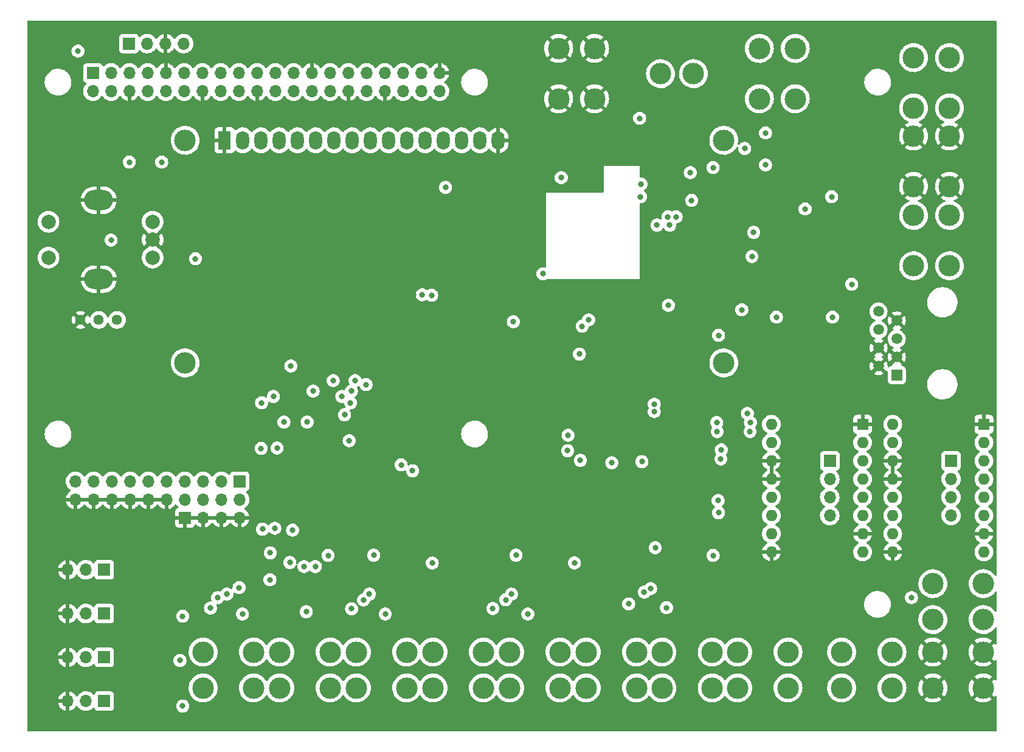
<source format=gbr>
%TF.GenerationSoftware,KiCad,Pcbnew,(6.0.7)*%
%TF.CreationDate,2022-11-14T00:19:26-05:00*%
%TF.ProjectId,MASA_Rover_1.0,4d415341-5f52-46f7-9665-725f312e302e,rev?*%
%TF.SameCoordinates,Original*%
%TF.FileFunction,Copper,L2,Inr*%
%TF.FilePolarity,Positive*%
%FSLAX46Y46*%
G04 Gerber Fmt 4.6, Leading zero omitted, Abs format (unit mm)*
G04 Created by KiCad (PCBNEW (6.0.7)) date 2022-11-14 00:19:26*
%MOMM*%
%LPD*%
G01*
G04 APERTURE LIST*
%TA.AperFunction,ComponentPad*%
%ADD10R,1.700000X1.700000*%
%TD*%
%TA.AperFunction,ComponentPad*%
%ADD11O,1.700000X1.700000*%
%TD*%
%TA.AperFunction,ComponentPad*%
%ADD12C,2.000000*%
%TD*%
%TA.AperFunction,ComponentPad*%
%ADD13O,4.000000X2.800000*%
%TD*%
%TA.AperFunction,ComponentPad*%
%ADD14C,3.000000*%
%TD*%
%TA.AperFunction,ComponentPad*%
%ADD15R,1.500000X1.500000*%
%TD*%
%TA.AperFunction,ComponentPad*%
%ADD16C,1.500000*%
%TD*%
%TA.AperFunction,ComponentPad*%
%ADD17C,1.440000*%
%TD*%
%TA.AperFunction,ComponentPad*%
%ADD18R,1.800000X2.600000*%
%TD*%
%TA.AperFunction,ComponentPad*%
%ADD19O,1.800000X2.600000*%
%TD*%
%TA.AperFunction,ComponentPad*%
%ADD20R,1.600000X1.600000*%
%TD*%
%TA.AperFunction,ComponentPad*%
%ADD21O,1.600000X1.600000*%
%TD*%
%TA.AperFunction,ViaPad*%
%ADD22C,0.800000*%
%TD*%
G04 APERTURE END LIST*
D10*
%TO.N,Net-(J13-Pad1)*%
%TO.C,J13*%
X46213000Y-133096000D03*
D11*
%TO.N,+5V*%
X43673000Y-133096000D03*
%TO.N,GND*%
X41133000Y-133096000D03*
%TD*%
D12*
%TO.N,/EC11_SW*%
%TO.C,S2*%
X38462000Y-83526000D03*
%TO.N,Net-(R12-Pad2)*%
X38462000Y-78526000D03*
D13*
%TO.N,GND*%
X45462000Y-86526000D03*
X45462000Y-75526000D03*
D12*
%TO.N,/EC11_A*%
X52962000Y-83526000D03*
%TO.N,/EC11_B*%
X52962000Y-78526000D03*
%TO.N,GND*%
X52962000Y-81026000D03*
%TD*%
D14*
%TO.N,Net-(C28-Pad2)*%
%TO.C,J9*%
X163917000Y-84658000D03*
X163917000Y-77648000D03*
X158917000Y-84658000D03*
X158917000Y-77648000D03*
%TD*%
D10*
%TO.N,Net-(J15-Pad1)*%
%TO.C,J15*%
X46228000Y-145288000D03*
D11*
%TO.N,+5V*%
X43688000Y-145288000D03*
%TO.N,GND*%
X41148000Y-145288000D03*
%TD*%
D14*
%TO.N,/I2C Expenders/Peak Power Monitoring/PPM_Entry*%
%TO.C,J8*%
X158917000Y-55677000D03*
X158917000Y-62687000D03*
X163917000Y-62687000D03*
X163917000Y-55677000D03*
%TD*%
%TO.N,GND*%
%TO.C,J5*%
X109500000Y-54407000D03*
X114500000Y-61417000D03*
X114500000Y-54407000D03*
X109500000Y-61417000D03*
%TD*%
%TO.N,/I2C Expenders/DC Motor/MOT1+*%
%TO.C,J16*%
X59995000Y-143470000D03*
X67005000Y-143470000D03*
X67005000Y-138470000D03*
X59995000Y-138470000D03*
%TD*%
D10*
%TO.N,Net-(J12-Pad1)*%
%TO.C,J12*%
X46213000Y-127000000D03*
D11*
%TO.N,+5V*%
X43673000Y-127000000D03*
%TO.N,GND*%
X41133000Y-127000000D03*
%TD*%
D14*
%TO.N,/I2C Expenders/DC Motor/MOT4-*%
%TO.C,J22*%
X141427000Y-138470000D03*
X134417000Y-143470000D03*
X141427000Y-143470000D03*
X134417000Y-138470000D03*
%TD*%
%TO.N,GND*%
%TO.C,J29*%
X168605000Y-138470000D03*
X161595000Y-143470000D03*
X168605000Y-143470000D03*
X161595000Y-138470000D03*
%TD*%
D10*
%TO.N,/UART_RXD*%
%TO.C,J1*%
X49667000Y-53721000D03*
D11*
%TO.N,/UART_TXD*%
X52207000Y-53721000D03*
%TO.N,GND*%
X54747000Y-53721000D03*
%TO.N,+3V3*%
X57287000Y-53721000D03*
%TD*%
D15*
%TO.N,/SCL*%
%TO.C,J3*%
X156571000Y-99913500D03*
D16*
%TO.N,GND*%
X154031000Y-98643500D03*
X156571000Y-97373500D03*
X154031000Y-96103500D03*
%TO.N,+3V3*%
X156571000Y-94833500D03*
X154031000Y-93563500D03*
%TO.N,GND*%
X156571000Y-92293500D03*
%TO.N,/SDA*%
X154031000Y-91023500D03*
%TD*%
D14*
%TO.N,GND*%
%TO.C,J10*%
X163917000Y-73609000D03*
X158917000Y-73609000D03*
X163917000Y-66599000D03*
X158917000Y-66599000D03*
%TD*%
D10*
%TO.N,/I2C Expenders/Stepper Motor/A2_1*%
%TO.C,J26*%
X147246500Y-111833500D03*
D11*
%TO.N,/I2C Expenders/Stepper Motor/A1_1*%
X147246500Y-114373500D03*
%TO.N,/I2C Expenders/Stepper Motor/B1_1*%
X147246500Y-116913500D03*
%TO.N,/I2C Expenders/Stepper Motor/B2_1*%
X147246500Y-119453500D03*
%TD*%
D10*
%TO.N,/I2C Expenders/Stepper Motor/A2_2*%
%TO.C,J27*%
X164137500Y-111823500D03*
D11*
%TO.N,/I2C Expenders/Stepper Motor/A1_2*%
X164137500Y-114363500D03*
%TO.N,/I2C Expenders/Stepper Motor/B1_2*%
X164137500Y-116903500D03*
%TO.N,/I2C Expenders/Stepper Motor/B2_2*%
X164137500Y-119443500D03*
%TD*%
D14*
%TO.N,/I2C Expenders/DC Motor/MOT3-*%
%TO.C,J23*%
X120345000Y-143470000D03*
X120345000Y-138470000D03*
X113335000Y-143470000D03*
X113335000Y-138470000D03*
%TD*%
%TO.N,/I2C Expenders/DC Motor/MOT2+*%
%TO.C,J17*%
X88341000Y-138470000D03*
X88341000Y-143470000D03*
X81331000Y-143470000D03*
X81331000Y-138470000D03*
%TD*%
%TO.N,/Power Supply/VCCext*%
%TO.C,J4*%
X142440000Y-61417000D03*
X137440000Y-61417000D03*
X142440000Y-54407000D03*
X137440000Y-54407000D03*
%TD*%
%TO.N,/I2C Expenders/DC Motor/MOT2-*%
%TO.C,J19*%
X91999000Y-138470000D03*
X91999000Y-143470000D03*
X99009000Y-138470000D03*
X99009000Y-143470000D03*
%TD*%
%TO.N,/I2C Expenders/DC Motor/MOT4+*%
%TO.C,J20*%
X130886000Y-138470000D03*
X130886000Y-143470000D03*
X123876000Y-138470000D03*
X123876000Y-143470000D03*
%TD*%
D17*
%TO.N,+5V*%
%TO.C,RV1*%
X48006000Y-92202000D03*
%TO.N,Net-(RV1-Pad2)*%
X45466000Y-92202000D03*
%TO.N,GND*%
X42926000Y-92202000D03*
%TD*%
D14*
%TO.N,/I2C Expenders/DC Motor/MOT1-*%
%TO.C,J18*%
X70663000Y-138470000D03*
X70663000Y-143470000D03*
X77673000Y-143470000D03*
X77673000Y-138470000D03*
%TD*%
%TO.N,*%
%TO.C,U3*%
X132492000Y-67192500D03*
X57492900Y-98193200D03*
X132491480Y-98193200D03*
X57492900Y-67192500D03*
D18*
%TO.N,GND*%
X62992000Y-67192500D03*
D19*
%TO.N,+5V*%
X65532000Y-67192500D03*
%TO.N,Net-(RV1-Pad2)*%
X68072000Y-67192500D03*
%TO.N,/LCD_RW*%
X70612000Y-67192500D03*
%TO.N,/LCD_E*%
X73152000Y-67192500D03*
%TO.N,/LCD_RS*%
X75692000Y-67192500D03*
%TO.N,/LCD0*%
X78232000Y-67192500D03*
%TO.N,/LCD1*%
X80772000Y-67192500D03*
%TO.N,/LCD2*%
X83312000Y-67192500D03*
%TO.N,/LCD3*%
X85852000Y-67192500D03*
%TO.N,/LCD4*%
X88392000Y-67192500D03*
%TO.N,/LCD5*%
X90932000Y-67192500D03*
%TO.N,/LCD6*%
X93472000Y-67192500D03*
%TO.N,/LCD7*%
X96012000Y-67192500D03*
%TO.N,+3V3*%
X98552000Y-67192500D03*
%TO.N,GND*%
X101092000Y-67192500D03*
%TD*%
D10*
%TO.N,/I2C Expenders/PWM3*%
%TO.C,J7*%
X65082500Y-114676000D03*
D11*
%TO.N,+5V*%
X65082500Y-117216000D03*
%TO.N,/I2C Expenders/PWM2*%
X62542500Y-114676000D03*
%TO.N,+5V*%
X62542500Y-117216000D03*
%TO.N,/I2C Expenders/PWM1*%
X60002500Y-114676000D03*
%TO.N,+5V*%
X60002500Y-117216000D03*
%TO.N,/I2C Expenders/PWM0*%
X57462500Y-114676000D03*
%TO.N,+5V*%
X57462500Y-117216000D03*
%TO.N,/I2C Expenders/IO0_6*%
X54922500Y-114676000D03*
%TO.N,GND*%
X54922500Y-117216000D03*
%TO.N,/I2C Expenders/IO0_7*%
X52382500Y-114676000D03*
%TO.N,GND*%
X52382500Y-117216000D03*
%TO.N,/I2C Expenders/IO1_6*%
X49842500Y-114676000D03*
%TO.N,GND*%
X49842500Y-117216000D03*
%TO.N,/I2C Expenders/IO1_7*%
X47302500Y-114676000D03*
%TO.N,GND*%
X47302500Y-117216000D03*
%TO.N,/I2C Expenders/AIN6*%
X44762500Y-114676000D03*
%TO.N,GND*%
X44762500Y-117216000D03*
%TO.N,/I2C Expenders/AIN7*%
X42222500Y-114676000D03*
%TO.N,GND*%
X42222500Y-117216000D03*
%TD*%
D10*
%TO.N,Net-(J14-Pad1)*%
%TO.C,J14*%
X46213000Y-139192000D03*
D11*
%TO.N,+5V*%
X43673000Y-139192000D03*
%TO.N,GND*%
X41133000Y-139192000D03*
%TD*%
D14*
%TO.N,Net-(R4-Pad1)*%
%TO.C,S1*%
X123670000Y-57912000D03*
%TO.N,VCC*%
X128270000Y-57912000D03*
%TD*%
%TO.N,/I2C Expenders/DC Motor/MOT3+*%
%TO.C,J21*%
X102667000Y-138470000D03*
X102667000Y-143470000D03*
X109677000Y-138470000D03*
X109677000Y-143470000D03*
%TD*%
%TO.N,/I2C Expenders/DC Motor/VCCdc*%
%TO.C,J24*%
X155905000Y-138470000D03*
X148895000Y-138470000D03*
X148895000Y-143470000D03*
X155905000Y-143470000D03*
%TD*%
D10*
%TO.N,GND*%
%TO.C,J6*%
X57467500Y-119761000D03*
D11*
X60007500Y-119761000D03*
X62547500Y-119761000D03*
X65087500Y-119761000D03*
%TD*%
D14*
%TO.N,/I2C Expenders/Stepper Motor/VCCstp*%
%TO.C,J28*%
X161595000Y-133945000D03*
X161595000Y-128945000D03*
X168605000Y-133945000D03*
X168605000Y-128945000D03*
%TD*%
D10*
%TO.N,+3V3*%
%TO.C,J2*%
X44635000Y-57811500D03*
D11*
%TO.N,+5V*%
X44635000Y-60351500D03*
%TO.N,unconnected-(J2-Pad3)*%
X47175000Y-57811500D03*
%TO.N,+5V*%
X47175000Y-60351500D03*
%TO.N,unconnected-(J2-Pad5)*%
X49715000Y-57811500D03*
%TO.N,GND*%
X49715000Y-60351500D03*
%TO.N,unconnected-(J2-Pad7)*%
X52255000Y-57811500D03*
%TO.N,/UART_RXD*%
X52255000Y-60351500D03*
%TO.N,GND*%
X54795000Y-57811500D03*
%TO.N,/UART_TXD*%
X54795000Y-60351500D03*
%TO.N,/LCD0*%
X57335000Y-57811500D03*
%TO.N,unconnected-(J2-Pad12)*%
X57335000Y-60351500D03*
%TO.N,/LCD1*%
X59875000Y-57811500D03*
%TO.N,GND*%
X59875000Y-60351500D03*
%TO.N,/LCD2*%
X62415000Y-57811500D03*
%TO.N,/EC11_B*%
X62415000Y-60351500D03*
%TO.N,unconnected-(J2-Pad17)*%
X64955000Y-57811500D03*
%TO.N,/EC11_A*%
X64955000Y-60351500D03*
%TO.N,unconnected-(J2-Pad19)*%
X67495000Y-57811500D03*
%TO.N,GND*%
X67495000Y-60351500D03*
%TO.N,unconnected-(J2-Pad21)*%
X70035000Y-57811500D03*
%TO.N,/EC11_SW*%
X70035000Y-60351500D03*
%TO.N,unconnected-(J2-Pad23)*%
X72575000Y-57811500D03*
%TO.N,unconnected-(J2-Pad24)*%
X72575000Y-60351500D03*
%TO.N,GND*%
X75115000Y-57811500D03*
%TO.N,unconnected-(J2-Pad26)*%
X75115000Y-60351500D03*
%TO.N,/SDA*%
X77655000Y-57811500D03*
%TO.N,/SCL*%
X77655000Y-60351500D03*
%TO.N,/LCD3*%
X80195000Y-57811500D03*
%TO.N,GND*%
X80195000Y-60351500D03*
%TO.N,/LCD4*%
X82735000Y-57811500D03*
%TO.N,/LCD_RS*%
X82735000Y-60351500D03*
%TO.N,/LCD5*%
X85275000Y-57811500D03*
%TO.N,GND*%
X85275000Y-60351500D03*
%TO.N,/LCD6*%
X87815000Y-57811500D03*
%TO.N,/LCD_E*%
X87815000Y-60351500D03*
%TO.N,/LCD7*%
X90355000Y-57811500D03*
%TO.N,/LCD_RW*%
X90355000Y-60351500D03*
%TO.N,GND*%
X92895000Y-57811500D03*
%TO.N,/BTN*%
X92895000Y-60351500D03*
%TD*%
D20*
%TO.N,GND*%
%TO.C,A1*%
X151818500Y-106743500D03*
D21*
%TO.N,unconnected-(A1-Pad2)*%
X151818500Y-109283500D03*
%TO.N,/I2C Expenders/Stepper Motor/A2_1*%
X151818500Y-111823500D03*
%TO.N,/I2C Expenders/Stepper Motor/A1_1*%
X151818500Y-114363500D03*
%TO.N,/I2C Expenders/Stepper Motor/B1_1*%
X151818500Y-116903500D03*
%TO.N,/I2C Expenders/Stepper Motor/B2_1*%
X151818500Y-119443500D03*
%TO.N,GND*%
X151818500Y-121983500D03*
%TO.N,/I2C Expenders/Stepper Motor/VCCstp*%
X151818500Y-124523500D03*
%TO.N,GND*%
X139118500Y-124523500D03*
%TO.N,/I2C Expenders/IO1_0*%
X139118500Y-121983500D03*
%TO.N,/I2C Expenders/IO1_1*%
X139118500Y-119443500D03*
%TO.N,/I2C Expenders/IO1_2*%
X139118500Y-116903500D03*
%TO.N,GND*%
X139118500Y-114363500D03*
X139118500Y-111823500D03*
%TO.N,/I2C Expenders/IO1_3*%
X139118500Y-109283500D03*
%TO.N,/I2C Expenders/IO1_4*%
X139118500Y-106743500D03*
%TD*%
D20*
%TO.N,GND*%
%TO.C,A2*%
X168709500Y-106743500D03*
D21*
%TO.N,unconnected-(A2-Pad2)*%
X168709500Y-109283500D03*
%TO.N,/I2C Expenders/Stepper Motor/A2_2*%
X168709500Y-111823500D03*
%TO.N,/I2C Expenders/Stepper Motor/A1_2*%
X168709500Y-114363500D03*
%TO.N,/I2C Expenders/Stepper Motor/B1_2*%
X168709500Y-116903500D03*
%TO.N,/I2C Expenders/Stepper Motor/B2_2*%
X168709500Y-119443500D03*
%TO.N,GND*%
X168709500Y-121983500D03*
%TO.N,/I2C Expenders/Stepper Motor/VCCstp*%
X168709500Y-124523500D03*
%TO.N,GND*%
X156009500Y-124523500D03*
%TO.N,/I2C Expenders/IO0_4*%
X156009500Y-121983500D03*
%TO.N,/I2C Expenders/IO0_3*%
X156009500Y-119443500D03*
%TO.N,/I2C Expenders/IO0_2*%
X156009500Y-116903500D03*
%TO.N,GND*%
X156009500Y-114363500D03*
X156009500Y-111823500D03*
%TO.N,/I2C Expenders/IO0_1*%
X156009500Y-109283500D03*
%TO.N,/I2C Expenders/IO0_0*%
X156009500Y-106743500D03*
%TD*%
D22*
%TO.N,GND*%
X130953000Y-90757500D03*
X146800000Y-73300000D03*
X36512500Y-69215000D03*
X86804500Y-94932500D03*
X102637500Y-134451000D03*
X127571500Y-129667000D03*
X68643500Y-130238500D03*
X82931000Y-134514500D03*
X129032000Y-131889500D03*
X89852500Y-130429000D03*
X135811500Y-77040500D03*
X125158500Y-74993500D03*
X69300000Y-127100000D03*
X109071500Y-90678000D03*
X63101400Y-134409000D03*
X119500000Y-119100000D03*
X125158500Y-73723500D03*
X109696250Y-132873750D03*
X127190500Y-67056000D03*
X122800000Y-107800000D03*
X72580500Y-119380000D03*
X109728000Y-130365500D03*
X82825500Y-106574500D03*
X89154000Y-127254000D03*
X108966000Y-127254000D03*
X123888500Y-74993500D03*
X76909500Y-112141000D03*
X127635000Y-131953000D03*
X73914000Y-112014000D03*
X141779500Y-89773000D03*
X127021500Y-81639500D03*
X88392000Y-130429000D03*
X108204000Y-132969000D03*
X114300000Y-67310000D03*
X138848500Y-85508500D03*
X69977000Y-130238500D03*
X132461000Y-59922500D03*
X70199250Y-132937250D03*
X147383500Y-62928500D03*
X108267500Y-130429000D03*
X122152500Y-133371500D03*
X89947750Y-132873750D03*
X88392000Y-132969000D03*
X68516500Y-133096000D03*
X89259500Y-88731000D03*
X85280500Y-112649000D03*
X128968500Y-129603500D03*
X123888500Y-73723500D03*
X128206500Y-126238000D03*
X73866500Y-96440500D03*
X78486000Y-108648500D03*
X143319500Y-83566000D03*
X118745000Y-89090500D03*
%TO.N,/I2C Expenders/Stepper Motor/VCCstp*%
X72199500Y-98615500D03*
X82677000Y-101219000D03*
%TO.N,/I2C Expenders/IO0_3*%
X131699000Y-117348000D03*
%TO.N,/I2C Expenders/IO0_4*%
X131762500Y-119062500D03*
%TO.N,+3V3*%
X147621000Y-91821000D03*
X143810500Y-76754500D03*
X135780500Y-105219500D03*
X139827000Y-91821000D03*
X109857500Y-72387500D03*
X127825500Y-71691500D03*
X79692500Y-105410000D03*
X116900000Y-112100000D03*
X93750000Y-73750000D03*
X42566500Y-54758500D03*
X131000000Y-71000000D03*
X80327500Y-109029500D03*
%TO.N,+5V*%
X69346000Y-124654000D03*
X113667500Y-92199500D03*
X102939779Y-130392500D03*
X112395000Y-96964500D03*
X83756500Y-124968000D03*
X122301000Y-129613500D03*
X83146500Y-130392500D03*
X128016000Y-75565000D03*
X103568500Y-124968000D03*
X124714000Y-77851000D03*
X63306916Y-130392500D03*
X112776000Y-93091000D03*
X77400000Y-125000000D03*
X122950000Y-123938000D03*
%TO.N,VCC*%
X123190000Y-78994000D03*
X138303000Y-66167000D03*
X124968000Y-78994000D03*
%TO.N,/Power Supply/SW1*%
X120904000Y-75057000D03*
%TO.N,/Power Supply/SW2*%
X120967500Y-73295000D03*
%TO.N,/EC11_SW*%
X58928000Y-83693000D03*
%TO.N,Net-(C30-Pad2)*%
X135001000Y-90805000D03*
X136410000Y-83375500D03*
%TO.N,/I2C Expenders/DC Motor/VCCdc*%
X119250000Y-131750000D03*
X80666500Y-132439500D03*
X80645000Y-102108000D03*
X61023500Y-132334000D03*
X75311000Y-102108000D03*
X100330000Y-132397500D03*
X74358500Y-132842000D03*
%TO.N,/Power Supply/VCCext*%
X135400000Y-68326000D03*
%TO.N,/Power Supply/PGOOD_5V0*%
X107315000Y-85788500D03*
%TO.N,/Power Supply/PGOOD_3V3*%
X120777000Y-64135000D03*
%TO.N,/BTN*%
X49720500Y-70231000D03*
X54229000Y-70231000D03*
%TO.N,/SDA*%
X131508500Y-106489500D03*
X110807500Y-108267500D03*
X90487500Y-88709500D03*
X136207500Y-106489500D03*
%TO.N,/SCL*%
X136144000Y-107759500D03*
X81153000Y-100647500D03*
X131572000Y-107759500D03*
X91821000Y-88773000D03*
X110744000Y-110426500D03*
X78105000Y-100647500D03*
%TO.N,/I2C Expenders/IO0_6*%
X87566500Y-112395000D03*
X70294500Y-110045500D03*
%TO.N,/I2C Expenders/IO0_7*%
X89154000Y-113220500D03*
X68072000Y-110109000D03*
%TO.N,/I2C Expenders/IO1_6*%
X132080000Y-111569500D03*
X79311500Y-102870000D03*
X122809000Y-103949500D03*
X69786500Y-102870000D03*
%TO.N,/I2C Expenders/IO1_7*%
X68135500Y-103759000D03*
X80518000Y-103759000D03*
X132143500Y-110299500D03*
X122809000Y-104965500D03*
%TO.N,Net-(JP1-Pad2)*%
X71247000Y-106426000D03*
%TO.N,Net-(JP2-Pad2)*%
X74485500Y-106426000D03*
%TO.N,Net-(JP3-Pad2)*%
X121094500Y-111950500D03*
%TO.N,Net-(JP4-Pad2)*%
X112522000Y-111760000D03*
%TO.N,Net-(JP5-Pad2)*%
X72072500Y-125984000D03*
%TO.N,Net-(JP6-Pad2)*%
X91895000Y-126058000D03*
%TO.N,Net-(JP7-Pad2)*%
X65468500Y-133159500D03*
%TO.N,Net-(JP8-Pad2)*%
X85351500Y-133167000D03*
%TO.N,Net-(JP9-Pad2)*%
X131011000Y-125011000D03*
%TO.N,Net-(JP10-Pad2)*%
X111696500Y-126047500D03*
%TO.N,Net-(JP11-Pad2)*%
X124513180Y-132287999D03*
%TO.N,Net-(JP12-Pad2)*%
X105209179Y-133167000D03*
%TO.N,/I2C Expenders/IO0_5*%
X147510500Y-75057000D03*
X158623000Y-130873500D03*
%TO.N,/I2C Expenders/PWM8*%
X75628500Y-126555500D03*
X65000000Y-129500000D03*
%TO.N,/I2C Expenders/PWM9*%
X69300000Y-128400000D03*
X74041000Y-126555500D03*
%TO.N,Net-(R4-Pad1)*%
X125857000Y-77851000D03*
%TO.N,3V3*%
X47180500Y-81089500D03*
%TO.N,/I2C Expenders/AIN0*%
X150304500Y-87249000D03*
%TO.N,/I2C Expenders/AIN1*%
X124777500Y-90170000D03*
X103187500Y-92456000D03*
%TO.N,Net-(R46-Pad2)*%
X62000000Y-130900000D03*
%TO.N,Net-(R47-Pad2)*%
X82322000Y-131217000D03*
%TO.N,Net-(R48-Pad2)*%
X121412000Y-130109500D03*
%TO.N,Net-(R49-Pad2)*%
X102115279Y-131195362D03*
%TO.N,/I2C Expenders/AIN2*%
X131762500Y-94361000D03*
X136652000Y-80010000D03*
%TO.N,/I2C Expenders/PWM5*%
X68262500Y-121348500D03*
X57150000Y-133477000D03*
%TO.N,/I2C Expenders/PWM6*%
X69977000Y-121221500D03*
X56769000Y-139636500D03*
%TO.N,/I2C Expenders/PWM7*%
X57150000Y-145986500D03*
X72453500Y-121475500D03*
%TO.N,Net-(Q1-Pad1)*%
X138303000Y-70612000D03*
%TD*%
%TA.AperFunction,Conductor*%
%TO.N,GND*%
G36*
X170433621Y-50528502D02*
G01*
X170480114Y-50582158D01*
X170491500Y-50634500D01*
X170491500Y-127737744D01*
X170471498Y-127805865D01*
X170417842Y-127852358D01*
X170347568Y-127862462D01*
X170282988Y-127832968D01*
X170262413Y-127810195D01*
X170235416Y-127771783D01*
X170169545Y-127678057D01*
X169983125Y-127477445D01*
X169979810Y-127474731D01*
X169979806Y-127474728D01*
X169849069Y-127367721D01*
X169771205Y-127303990D01*
X169537704Y-127160901D01*
X169533768Y-127159173D01*
X169290873Y-127052549D01*
X169290869Y-127052548D01*
X169286945Y-127050825D01*
X169023566Y-126975800D01*
X169019324Y-126975196D01*
X169019318Y-126975195D01*
X168818834Y-126946662D01*
X168752443Y-126937213D01*
X168608589Y-126936460D01*
X168482877Y-126935802D01*
X168482871Y-126935802D01*
X168478591Y-126935780D01*
X168474347Y-126936339D01*
X168474343Y-126936339D01*
X168355302Y-126952011D01*
X168207078Y-126971525D01*
X168202938Y-126972658D01*
X168202936Y-126972658D01*
X168130008Y-126992609D01*
X167942928Y-127043788D01*
X167938980Y-127045472D01*
X167694982Y-127149546D01*
X167694978Y-127149548D01*
X167691030Y-127151232D01*
X167572414Y-127222222D01*
X167459725Y-127289664D01*
X167459721Y-127289667D01*
X167456043Y-127291868D01*
X167242318Y-127463094D01*
X167053808Y-127661742D01*
X166894002Y-127884136D01*
X166765857Y-128126161D01*
X166764385Y-128130184D01*
X166764383Y-128130188D01*
X166729053Y-128226731D01*
X166671743Y-128383337D01*
X166613404Y-128650907D01*
X166591917Y-128923918D01*
X166607682Y-129197320D01*
X166608507Y-129201525D01*
X166608508Y-129201533D01*
X166631433Y-129318382D01*
X166660405Y-129466053D01*
X166661792Y-129470103D01*
X166661793Y-129470108D01*
X166747723Y-129721088D01*
X166749112Y-129725144D01*
X166755550Y-129737944D01*
X166846899Y-129919572D01*
X166872160Y-129969799D01*
X166874586Y-129973328D01*
X166874589Y-129973334D01*
X167018517Y-130182749D01*
X167027274Y-130195490D01*
X167030161Y-130198663D01*
X167030162Y-130198664D01*
X167179746Y-130363056D01*
X167211582Y-130398043D01*
X167214877Y-130400798D01*
X167214878Y-130400799D01*
X167254121Y-130433611D01*
X167421675Y-130573707D01*
X167425316Y-130575991D01*
X167650024Y-130716951D01*
X167650028Y-130716953D01*
X167653664Y-130719234D01*
X167721544Y-130749883D01*
X167899345Y-130830164D01*
X167899349Y-130830166D01*
X167903257Y-130831930D01*
X167935565Y-130841500D01*
X168161723Y-130908491D01*
X168161727Y-130908492D01*
X168165836Y-130909709D01*
X168170070Y-130910357D01*
X168170075Y-130910358D01*
X168432298Y-130950483D01*
X168432300Y-130950483D01*
X168436540Y-130951132D01*
X168575912Y-130953322D01*
X168706071Y-130955367D01*
X168706077Y-130955367D01*
X168710362Y-130955434D01*
X168982235Y-130922534D01*
X169247127Y-130853041D01*
X169251087Y-130851401D01*
X169251092Y-130851399D01*
X169373631Y-130800641D01*
X169500136Y-130748241D01*
X169736582Y-130610073D01*
X169952089Y-130441094D01*
X169962508Y-130430343D01*
X170118389Y-130269486D01*
X170142669Y-130244431D01*
X170145202Y-130240983D01*
X170145206Y-130240978D01*
X170263953Y-130079323D01*
X170320402Y-130036264D01*
X170391169Y-130030559D01*
X170453786Y-130064019D01*
X170488373Y-130126021D01*
X170491500Y-130153917D01*
X170491500Y-132737744D01*
X170471498Y-132805865D01*
X170417842Y-132852358D01*
X170347568Y-132862462D01*
X170282988Y-132832968D01*
X170262413Y-132810195D01*
X170229083Y-132762771D01*
X170169545Y-132678057D01*
X170069013Y-132569872D01*
X169986046Y-132480588D01*
X169986043Y-132480585D01*
X169983125Y-132477445D01*
X169979810Y-132474731D01*
X169979806Y-132474728D01*
X169793249Y-132322033D01*
X169771205Y-132303990D01*
X169537704Y-132160901D01*
X169532180Y-132158476D01*
X169290873Y-132052549D01*
X169290869Y-132052548D01*
X169286945Y-132050825D01*
X169023566Y-131975800D01*
X169019324Y-131975196D01*
X169019318Y-131975195D01*
X168771519Y-131939928D01*
X168752443Y-131937213D01*
X168608589Y-131936460D01*
X168482877Y-131935802D01*
X168482871Y-131935802D01*
X168478591Y-131935780D01*
X168474347Y-131936339D01*
X168474343Y-131936339D01*
X168355302Y-131952011D01*
X168207078Y-131971525D01*
X168202938Y-131972658D01*
X168202936Y-131972658D01*
X168142597Y-131989165D01*
X167942928Y-132043788D01*
X167938980Y-132045472D01*
X167694982Y-132149546D01*
X167694978Y-132149548D01*
X167691030Y-132151232D01*
X167607382Y-132201294D01*
X167459725Y-132289664D01*
X167459721Y-132289667D01*
X167456043Y-132291868D01*
X167242318Y-132463094D01*
X167222241Y-132484251D01*
X167056885Y-132658500D01*
X167053808Y-132661742D01*
X166894002Y-132884136D01*
X166765857Y-133126161D01*
X166764385Y-133130184D01*
X166764383Y-133130188D01*
X166673214Y-133379317D01*
X166671743Y-133383337D01*
X166613404Y-133650907D01*
X166611905Y-133669953D01*
X166598447Y-133840955D01*
X166591917Y-133923918D01*
X166607682Y-134197320D01*
X166608507Y-134201525D01*
X166608508Y-134201533D01*
X166636284Y-134343109D01*
X166660405Y-134466053D01*
X166661792Y-134470103D01*
X166661793Y-134470108D01*
X166747723Y-134721088D01*
X166749112Y-134725144D01*
X166872160Y-134969799D01*
X166874586Y-134973328D01*
X166874589Y-134973334D01*
X167024843Y-135191953D01*
X167027274Y-135195490D01*
X167211582Y-135398043D01*
X167421675Y-135573707D01*
X167425316Y-135575991D01*
X167650024Y-135716951D01*
X167650028Y-135716953D01*
X167653664Y-135719234D01*
X167721544Y-135749883D01*
X167899345Y-135830164D01*
X167899349Y-135830166D01*
X167903257Y-135831930D01*
X167907377Y-135833150D01*
X167907376Y-135833150D01*
X168161723Y-135908491D01*
X168161727Y-135908492D01*
X168165836Y-135909709D01*
X168170070Y-135910357D01*
X168170075Y-135910358D01*
X168432298Y-135950483D01*
X168432300Y-135950483D01*
X168436540Y-135951132D01*
X168575912Y-135953322D01*
X168706071Y-135955367D01*
X168706077Y-135955367D01*
X168710362Y-135955434D01*
X168982235Y-135922534D01*
X169247127Y-135853041D01*
X169251087Y-135851401D01*
X169251092Y-135851399D01*
X169373631Y-135800641D01*
X169500136Y-135748241D01*
X169736582Y-135610073D01*
X169952089Y-135441094D01*
X169993809Y-135398043D01*
X170139686Y-135247509D01*
X170142669Y-135244431D01*
X170145202Y-135240983D01*
X170145206Y-135240978D01*
X170263953Y-135079323D01*
X170320402Y-135036264D01*
X170391169Y-135030559D01*
X170453786Y-135064019D01*
X170488373Y-135126021D01*
X170491500Y-135153917D01*
X170491500Y-137263613D01*
X170471498Y-137331734D01*
X170417842Y-137378227D01*
X170347568Y-137388331D01*
X170282988Y-137358837D01*
X170262413Y-137336064D01*
X170205031Y-137254417D01*
X170194509Y-137246037D01*
X170181121Y-137253089D01*
X168977022Y-138457188D01*
X168969408Y-138471132D01*
X168969539Y-138472965D01*
X168973790Y-138479580D01*
X170180730Y-139686520D01*
X170192939Y-139693187D01*
X170204439Y-139684497D01*
X170263953Y-139603478D01*
X170320401Y-139560419D01*
X170391168Y-139554713D01*
X170453786Y-139588173D01*
X170488373Y-139650175D01*
X170491500Y-139678071D01*
X170491500Y-142263613D01*
X170471498Y-142331734D01*
X170417842Y-142378227D01*
X170347568Y-142388331D01*
X170282988Y-142358837D01*
X170262413Y-142336064D01*
X170205031Y-142254417D01*
X170194509Y-142246037D01*
X170181121Y-142253089D01*
X168977022Y-143457188D01*
X168969408Y-143471132D01*
X168969539Y-143472965D01*
X168973790Y-143479580D01*
X170180730Y-144686520D01*
X170192939Y-144693187D01*
X170204439Y-144684497D01*
X170263953Y-144603478D01*
X170320401Y-144560419D01*
X170391168Y-144554713D01*
X170453786Y-144588173D01*
X170488373Y-144650175D01*
X170491500Y-144678071D01*
X170491500Y-149365500D01*
X170471498Y-149433621D01*
X170417842Y-149480114D01*
X170365500Y-149491500D01*
X35634500Y-149491500D01*
X35566379Y-149471498D01*
X35519886Y-149417842D01*
X35508500Y-149365500D01*
X35508500Y-145555966D01*
X39816257Y-145555966D01*
X39846565Y-145690446D01*
X39849645Y-145700275D01*
X39929770Y-145897603D01*
X39934413Y-145906794D01*
X40045694Y-146088388D01*
X40051777Y-146096699D01*
X40191213Y-146257667D01*
X40198580Y-146264883D01*
X40362434Y-146400916D01*
X40370881Y-146406831D01*
X40554756Y-146514279D01*
X40564042Y-146518729D01*
X40763001Y-146594703D01*
X40772899Y-146597579D01*
X40876250Y-146618606D01*
X40890299Y-146617410D01*
X40894000Y-146607065D01*
X40894000Y-146606517D01*
X41402000Y-146606517D01*
X41406064Y-146620359D01*
X41419478Y-146622393D01*
X41426184Y-146621534D01*
X41436262Y-146619392D01*
X41640255Y-146558191D01*
X41649842Y-146554433D01*
X41841095Y-146460739D01*
X41849945Y-146455464D01*
X42023328Y-146331792D01*
X42031200Y-146325139D01*
X42182052Y-146174812D01*
X42188730Y-146166965D01*
X42316022Y-145989819D01*
X42317279Y-145990722D01*
X42364373Y-145947362D01*
X42434311Y-145935145D01*
X42499751Y-145962678D01*
X42527579Y-145994511D01*
X42587987Y-146093088D01*
X42734250Y-146261938D01*
X42906126Y-146404632D01*
X43099000Y-146517338D01*
X43103825Y-146519180D01*
X43103826Y-146519181D01*
X43176612Y-146546975D01*
X43307692Y-146597030D01*
X43312760Y-146598061D01*
X43312763Y-146598062D01*
X43407862Y-146617410D01*
X43526597Y-146641567D01*
X43531772Y-146641757D01*
X43531774Y-146641757D01*
X43744673Y-146649564D01*
X43744677Y-146649564D01*
X43749837Y-146649753D01*
X43754957Y-146649097D01*
X43754959Y-146649097D01*
X43966288Y-146622025D01*
X43966289Y-146622025D01*
X43971416Y-146621368D01*
X43976366Y-146619883D01*
X44180429Y-146558661D01*
X44180434Y-146558659D01*
X44185384Y-146557174D01*
X44385994Y-146458896D01*
X44567860Y-146329173D01*
X44676091Y-146221319D01*
X44738462Y-146187404D01*
X44809268Y-146192592D01*
X44866030Y-146235238D01*
X44883012Y-146266341D01*
X44927385Y-146384705D01*
X45014739Y-146501261D01*
X45131295Y-146588615D01*
X45267684Y-146639745D01*
X45329866Y-146646500D01*
X47126134Y-146646500D01*
X47188316Y-146639745D01*
X47324705Y-146588615D01*
X47441261Y-146501261D01*
X47528615Y-146384705D01*
X47579745Y-146248316D01*
X47586500Y-146186134D01*
X47586500Y-145986500D01*
X56236496Y-145986500D01*
X56256458Y-146176428D01*
X56315473Y-146358056D01*
X56410960Y-146523444D01*
X56415378Y-146528351D01*
X56415379Y-146528352D01*
X56500054Y-146622393D01*
X56538747Y-146665366D01*
X56693248Y-146777618D01*
X56699276Y-146780302D01*
X56699278Y-146780303D01*
X56861681Y-146852609D01*
X56867712Y-146855294D01*
X56961112Y-146875147D01*
X57048056Y-146893628D01*
X57048061Y-146893628D01*
X57054513Y-146895000D01*
X57245487Y-146895000D01*
X57251939Y-146893628D01*
X57251944Y-146893628D01*
X57338888Y-146875147D01*
X57432288Y-146855294D01*
X57438319Y-146852609D01*
X57600722Y-146780303D01*
X57600724Y-146780302D01*
X57606752Y-146777618D01*
X57761253Y-146665366D01*
X57799946Y-146622393D01*
X57884621Y-146528352D01*
X57884622Y-146528351D01*
X57889040Y-146523444D01*
X57984527Y-146358056D01*
X58043542Y-146176428D01*
X58063504Y-145986500D01*
X58061000Y-145962678D01*
X58044232Y-145803135D01*
X58044232Y-145803133D01*
X58043542Y-145796572D01*
X57984527Y-145614944D01*
X57889040Y-145449556D01*
X57761253Y-145307634D01*
X57606752Y-145195382D01*
X57600724Y-145192698D01*
X57600722Y-145192697D01*
X57438319Y-145120391D01*
X57438318Y-145120391D01*
X57432288Y-145117706D01*
X57338888Y-145097853D01*
X57251944Y-145079372D01*
X57251939Y-145079372D01*
X57245487Y-145078000D01*
X57054513Y-145078000D01*
X57048061Y-145079372D01*
X57048056Y-145079372D01*
X56961112Y-145097853D01*
X56867712Y-145117706D01*
X56861682Y-145120391D01*
X56861681Y-145120391D01*
X56699278Y-145192697D01*
X56699276Y-145192698D01*
X56693248Y-145195382D01*
X56538747Y-145307634D01*
X56410960Y-145449556D01*
X56315473Y-145614944D01*
X56256458Y-145796572D01*
X56255768Y-145803133D01*
X56255768Y-145803135D01*
X56239000Y-145962678D01*
X56236496Y-145986500D01*
X47586500Y-145986500D01*
X47586500Y-144389866D01*
X47579745Y-144327684D01*
X47528615Y-144191295D01*
X47441261Y-144074739D01*
X47324705Y-143987385D01*
X47188316Y-143936255D01*
X47126134Y-143929500D01*
X45329866Y-143929500D01*
X45267684Y-143936255D01*
X45131295Y-143987385D01*
X45014739Y-144074739D01*
X44927385Y-144191295D01*
X44924233Y-144199703D01*
X44882919Y-144309907D01*
X44840277Y-144366671D01*
X44773716Y-144391371D01*
X44704367Y-144376163D01*
X44671743Y-144350476D01*
X44621151Y-144294875D01*
X44621142Y-144294866D01*
X44617670Y-144291051D01*
X44613619Y-144287852D01*
X44613615Y-144287848D01*
X44446414Y-144155800D01*
X44446410Y-144155798D01*
X44442359Y-144152598D01*
X44406028Y-144132542D01*
X44390136Y-144123769D01*
X44246789Y-144044638D01*
X44241920Y-144042914D01*
X44241916Y-144042912D01*
X44041087Y-143971795D01*
X44041083Y-143971794D01*
X44036212Y-143970069D01*
X44031119Y-143969162D01*
X44031116Y-143969161D01*
X43821373Y-143931800D01*
X43821367Y-143931799D01*
X43816284Y-143930894D01*
X43742452Y-143929992D01*
X43598081Y-143928228D01*
X43598079Y-143928228D01*
X43592911Y-143928165D01*
X43372091Y-143961955D01*
X43159756Y-144031357D01*
X42961607Y-144134507D01*
X42957474Y-144137610D01*
X42957471Y-144137612D01*
X42802751Y-144253779D01*
X42782965Y-144268635D01*
X42757541Y-144295240D01*
X42689280Y-144366671D01*
X42628629Y-144430138D01*
X42625715Y-144434410D01*
X42625714Y-144434411D01*
X42520898Y-144588066D01*
X42465987Y-144633069D01*
X42395462Y-144641240D01*
X42331715Y-144609986D01*
X42311018Y-144585502D01*
X42230426Y-144460926D01*
X42224136Y-144452757D01*
X42080806Y-144295240D01*
X42073273Y-144288215D01*
X41906139Y-144156222D01*
X41897552Y-144150517D01*
X41711117Y-144047599D01*
X41701705Y-144043369D01*
X41500959Y-143972280D01*
X41490988Y-143969646D01*
X41419837Y-143956972D01*
X41406540Y-143958432D01*
X41402000Y-143972989D01*
X41402000Y-146606517D01*
X40894000Y-146606517D01*
X40894000Y-145560115D01*
X40889525Y-145544876D01*
X40888135Y-145543671D01*
X40880452Y-145542000D01*
X39831225Y-145542000D01*
X39817694Y-145545973D01*
X39816257Y-145555966D01*
X35508500Y-145555966D01*
X35508500Y-145022183D01*
X39812389Y-145022183D01*
X39813912Y-145030607D01*
X39826292Y-145034000D01*
X40875885Y-145034000D01*
X40891124Y-145029525D01*
X40892329Y-145028135D01*
X40894000Y-145020452D01*
X40894000Y-143971102D01*
X40890082Y-143957758D01*
X40875806Y-143955771D01*
X40837324Y-143961660D01*
X40827288Y-143964051D01*
X40624868Y-144030212D01*
X40615359Y-144034209D01*
X40426463Y-144132542D01*
X40417738Y-144138036D01*
X40247433Y-144265905D01*
X40239726Y-144272748D01*
X40092590Y-144426717D01*
X40086104Y-144434727D01*
X39966098Y-144610649D01*
X39961000Y-144619623D01*
X39871338Y-144812783D01*
X39867775Y-144822470D01*
X39812389Y-145022183D01*
X35508500Y-145022183D01*
X35508500Y-143448918D01*
X57981917Y-143448918D01*
X57997682Y-143722320D01*
X57998507Y-143726525D01*
X57998508Y-143726533D01*
X58019698Y-143834539D01*
X58050405Y-143991053D01*
X58051792Y-143995103D01*
X58051793Y-143995108D01*
X58106955Y-144156222D01*
X58139112Y-144250144D01*
X58197719Y-144366671D01*
X58242786Y-144456277D01*
X58262160Y-144494799D01*
X58264586Y-144498328D01*
X58264589Y-144498334D01*
X58393741Y-144686250D01*
X58417274Y-144720490D01*
X58601582Y-144923043D01*
X58811675Y-145098707D01*
X58815316Y-145100991D01*
X59040024Y-145241951D01*
X59040028Y-145241953D01*
X59043664Y-145244234D01*
X59111544Y-145274883D01*
X59289345Y-145355164D01*
X59289349Y-145355166D01*
X59293257Y-145356930D01*
X59297377Y-145358150D01*
X59297376Y-145358150D01*
X59551723Y-145433491D01*
X59551727Y-145433492D01*
X59555836Y-145434709D01*
X59560070Y-145435357D01*
X59560075Y-145435358D01*
X59822298Y-145475483D01*
X59822300Y-145475483D01*
X59826540Y-145476132D01*
X59965912Y-145478322D01*
X60096071Y-145480367D01*
X60096077Y-145480367D01*
X60100362Y-145480434D01*
X60372235Y-145447534D01*
X60637127Y-145378041D01*
X60641087Y-145376401D01*
X60641092Y-145376399D01*
X60807104Y-145307634D01*
X60890136Y-145273241D01*
X61126582Y-145135073D01*
X61342089Y-144966094D01*
X61383809Y-144923043D01*
X61529686Y-144772509D01*
X61532669Y-144769431D01*
X61535202Y-144765983D01*
X61535206Y-144765978D01*
X61692257Y-144552178D01*
X61694795Y-144548723D01*
X61696844Y-144544949D01*
X61823418Y-144311830D01*
X61823419Y-144311828D01*
X61825468Y-144308054D01*
X61913630Y-144074739D01*
X61920751Y-144055895D01*
X61920752Y-144055891D01*
X61922269Y-144051877D01*
X61947107Y-143943427D01*
X61982449Y-143789117D01*
X61982450Y-143789113D01*
X61983407Y-143784933D01*
X61989384Y-143717969D01*
X62007531Y-143514627D01*
X62007532Y-143514616D01*
X62007751Y-143512161D01*
X62008193Y-143470000D01*
X62006756Y-143448918D01*
X64991917Y-143448918D01*
X65007682Y-143722320D01*
X65008507Y-143726525D01*
X65008508Y-143726533D01*
X65029698Y-143834539D01*
X65060405Y-143991053D01*
X65061792Y-143995103D01*
X65061793Y-143995108D01*
X65116955Y-144156222D01*
X65149112Y-144250144D01*
X65207719Y-144366671D01*
X65252786Y-144456277D01*
X65272160Y-144494799D01*
X65274586Y-144498328D01*
X65274589Y-144498334D01*
X65403741Y-144686250D01*
X65427274Y-144720490D01*
X65611582Y-144923043D01*
X65821675Y-145098707D01*
X65825316Y-145100991D01*
X66050024Y-145241951D01*
X66050028Y-145241953D01*
X66053664Y-145244234D01*
X66121544Y-145274883D01*
X66299345Y-145355164D01*
X66299349Y-145355166D01*
X66303257Y-145356930D01*
X66307377Y-145358150D01*
X66307376Y-145358150D01*
X66561723Y-145433491D01*
X66561727Y-145433492D01*
X66565836Y-145434709D01*
X66570070Y-145435357D01*
X66570075Y-145435358D01*
X66832298Y-145475483D01*
X66832300Y-145475483D01*
X66836540Y-145476132D01*
X66975912Y-145478322D01*
X67106071Y-145480367D01*
X67106077Y-145480367D01*
X67110362Y-145480434D01*
X67382235Y-145447534D01*
X67647127Y-145378041D01*
X67651087Y-145376401D01*
X67651092Y-145376399D01*
X67817104Y-145307634D01*
X67900136Y-145273241D01*
X68136582Y-145135073D01*
X68352089Y-144966094D01*
X68393809Y-144923043D01*
X68539686Y-144772509D01*
X68542669Y-144769431D01*
X68545202Y-144765983D01*
X68545206Y-144765978D01*
X68702257Y-144552178D01*
X68704795Y-144548723D01*
X68706841Y-144544955D01*
X68706845Y-144544949D01*
X68722506Y-144516105D01*
X68772589Y-144465784D01*
X68841927Y-144450528D01*
X68908506Y-144475181D01*
X68937074Y-144504859D01*
X69085274Y-144720490D01*
X69269582Y-144923043D01*
X69479675Y-145098707D01*
X69483316Y-145100991D01*
X69708024Y-145241951D01*
X69708028Y-145241953D01*
X69711664Y-145244234D01*
X69779544Y-145274883D01*
X69957345Y-145355164D01*
X69957349Y-145355166D01*
X69961257Y-145356930D01*
X69965377Y-145358150D01*
X69965376Y-145358150D01*
X70219723Y-145433491D01*
X70219727Y-145433492D01*
X70223836Y-145434709D01*
X70228070Y-145435357D01*
X70228075Y-145435358D01*
X70490298Y-145475483D01*
X70490300Y-145475483D01*
X70494540Y-145476132D01*
X70633912Y-145478322D01*
X70764071Y-145480367D01*
X70764077Y-145480367D01*
X70768362Y-145480434D01*
X71040235Y-145447534D01*
X71305127Y-145378041D01*
X71309087Y-145376401D01*
X71309092Y-145376399D01*
X71475104Y-145307634D01*
X71558136Y-145273241D01*
X71794582Y-145135073D01*
X72010089Y-144966094D01*
X72051809Y-144923043D01*
X72197686Y-144772509D01*
X72200669Y-144769431D01*
X72203202Y-144765983D01*
X72203206Y-144765978D01*
X72360257Y-144552178D01*
X72362795Y-144548723D01*
X72364844Y-144544949D01*
X72491418Y-144311830D01*
X72491419Y-144311828D01*
X72493468Y-144308054D01*
X72581630Y-144074739D01*
X72588751Y-144055895D01*
X72588752Y-144055891D01*
X72590269Y-144051877D01*
X72615107Y-143943427D01*
X72650449Y-143789117D01*
X72650450Y-143789113D01*
X72651407Y-143784933D01*
X72657384Y-143717969D01*
X72675531Y-143514627D01*
X72675532Y-143514616D01*
X72675751Y-143512161D01*
X72676193Y-143470000D01*
X72674756Y-143448918D01*
X75659917Y-143448918D01*
X75675682Y-143722320D01*
X75676507Y-143726525D01*
X75676508Y-143726533D01*
X75697698Y-143834539D01*
X75728405Y-143991053D01*
X75729792Y-143995103D01*
X75729793Y-143995108D01*
X75784955Y-144156222D01*
X75817112Y-144250144D01*
X75875719Y-144366671D01*
X75920786Y-144456277D01*
X75940160Y-144494799D01*
X75942586Y-144498328D01*
X75942589Y-144498334D01*
X76071741Y-144686250D01*
X76095274Y-144720490D01*
X76279582Y-144923043D01*
X76489675Y-145098707D01*
X76493316Y-145100991D01*
X76718024Y-145241951D01*
X76718028Y-145241953D01*
X76721664Y-145244234D01*
X76789544Y-145274883D01*
X76967345Y-145355164D01*
X76967349Y-145355166D01*
X76971257Y-145356930D01*
X76975377Y-145358150D01*
X76975376Y-145358150D01*
X77229723Y-145433491D01*
X77229727Y-145433492D01*
X77233836Y-145434709D01*
X77238070Y-145435357D01*
X77238075Y-145435358D01*
X77500298Y-145475483D01*
X77500300Y-145475483D01*
X77504540Y-145476132D01*
X77643912Y-145478322D01*
X77774071Y-145480367D01*
X77774077Y-145480367D01*
X77778362Y-145480434D01*
X78050235Y-145447534D01*
X78315127Y-145378041D01*
X78319087Y-145376401D01*
X78319092Y-145376399D01*
X78485104Y-145307634D01*
X78568136Y-145273241D01*
X78804582Y-145135073D01*
X79020089Y-144966094D01*
X79061809Y-144923043D01*
X79207686Y-144772509D01*
X79210669Y-144769431D01*
X79213202Y-144765983D01*
X79213206Y-144765978D01*
X79370257Y-144552178D01*
X79372795Y-144548723D01*
X79374841Y-144544955D01*
X79374845Y-144544949D01*
X79390506Y-144516105D01*
X79440589Y-144465784D01*
X79509927Y-144450528D01*
X79576506Y-144475181D01*
X79605074Y-144504859D01*
X79753274Y-144720490D01*
X79937582Y-144923043D01*
X80147675Y-145098707D01*
X80151316Y-145100991D01*
X80376024Y-145241951D01*
X80376028Y-145241953D01*
X80379664Y-145244234D01*
X80447544Y-145274883D01*
X80625345Y-145355164D01*
X80625349Y-145355166D01*
X80629257Y-145356930D01*
X80633377Y-145358150D01*
X80633376Y-145358150D01*
X80887723Y-145433491D01*
X80887727Y-145433492D01*
X80891836Y-145434709D01*
X80896070Y-145435357D01*
X80896075Y-145435358D01*
X81158298Y-145475483D01*
X81158300Y-145475483D01*
X81162540Y-145476132D01*
X81301912Y-145478322D01*
X81432071Y-145480367D01*
X81432077Y-145480367D01*
X81436362Y-145480434D01*
X81708235Y-145447534D01*
X81973127Y-145378041D01*
X81977087Y-145376401D01*
X81977092Y-145376399D01*
X82143104Y-145307634D01*
X82226136Y-145273241D01*
X82462582Y-145135073D01*
X82678089Y-144966094D01*
X82719809Y-144923043D01*
X82865686Y-144772509D01*
X82868669Y-144769431D01*
X82871202Y-144765983D01*
X82871206Y-144765978D01*
X83028257Y-144552178D01*
X83030795Y-144548723D01*
X83032844Y-144544949D01*
X83159418Y-144311830D01*
X83159419Y-144311828D01*
X83161468Y-144308054D01*
X83249630Y-144074739D01*
X83256751Y-144055895D01*
X83256752Y-144055891D01*
X83258269Y-144051877D01*
X83283107Y-143943427D01*
X83318449Y-143789117D01*
X83318450Y-143789113D01*
X83319407Y-143784933D01*
X83325384Y-143717969D01*
X83343531Y-143514627D01*
X83343532Y-143514616D01*
X83343751Y-143512161D01*
X83344193Y-143470000D01*
X83342756Y-143448918D01*
X86327917Y-143448918D01*
X86343682Y-143722320D01*
X86344507Y-143726525D01*
X86344508Y-143726533D01*
X86365698Y-143834539D01*
X86396405Y-143991053D01*
X86397792Y-143995103D01*
X86397793Y-143995108D01*
X86452955Y-144156222D01*
X86485112Y-144250144D01*
X86543719Y-144366671D01*
X86588786Y-144456277D01*
X86608160Y-144494799D01*
X86610586Y-144498328D01*
X86610589Y-144498334D01*
X86739741Y-144686250D01*
X86763274Y-144720490D01*
X86947582Y-144923043D01*
X87157675Y-145098707D01*
X87161316Y-145100991D01*
X87386024Y-145241951D01*
X87386028Y-145241953D01*
X87389664Y-145244234D01*
X87457544Y-145274883D01*
X87635345Y-145355164D01*
X87635349Y-145355166D01*
X87639257Y-145356930D01*
X87643377Y-145358150D01*
X87643376Y-145358150D01*
X87897723Y-145433491D01*
X87897727Y-145433492D01*
X87901836Y-145434709D01*
X87906070Y-145435357D01*
X87906075Y-145435358D01*
X88168298Y-145475483D01*
X88168300Y-145475483D01*
X88172540Y-145476132D01*
X88311912Y-145478322D01*
X88442071Y-145480367D01*
X88442077Y-145480367D01*
X88446362Y-145480434D01*
X88718235Y-145447534D01*
X88983127Y-145378041D01*
X88987087Y-145376401D01*
X88987092Y-145376399D01*
X89153104Y-145307634D01*
X89236136Y-145273241D01*
X89472582Y-145135073D01*
X89688089Y-144966094D01*
X89729809Y-144923043D01*
X89875686Y-144772509D01*
X89878669Y-144769431D01*
X89881202Y-144765983D01*
X89881206Y-144765978D01*
X90038257Y-144552178D01*
X90040795Y-144548723D01*
X90042841Y-144544955D01*
X90042845Y-144544949D01*
X90058506Y-144516105D01*
X90108589Y-144465784D01*
X90177927Y-144450528D01*
X90244506Y-144475181D01*
X90273074Y-144504859D01*
X90421274Y-144720490D01*
X90605582Y-144923043D01*
X90815675Y-145098707D01*
X90819316Y-145100991D01*
X91044024Y-145241951D01*
X91044028Y-145241953D01*
X91047664Y-145244234D01*
X91115544Y-145274883D01*
X91293345Y-145355164D01*
X91293349Y-145355166D01*
X91297257Y-145356930D01*
X91301377Y-145358150D01*
X91301376Y-145358150D01*
X91555723Y-145433491D01*
X91555727Y-145433492D01*
X91559836Y-145434709D01*
X91564070Y-145435357D01*
X91564075Y-145435358D01*
X91826298Y-145475483D01*
X91826300Y-145475483D01*
X91830540Y-145476132D01*
X91969912Y-145478322D01*
X92100071Y-145480367D01*
X92100077Y-145480367D01*
X92104362Y-145480434D01*
X92376235Y-145447534D01*
X92641127Y-145378041D01*
X92645087Y-145376401D01*
X92645092Y-145376399D01*
X92811104Y-145307634D01*
X92894136Y-145273241D01*
X93130582Y-145135073D01*
X93346089Y-144966094D01*
X93387809Y-144923043D01*
X93533686Y-144772509D01*
X93536669Y-144769431D01*
X93539202Y-144765983D01*
X93539206Y-144765978D01*
X93696257Y-144552178D01*
X93698795Y-144548723D01*
X93700844Y-144544949D01*
X93827418Y-144311830D01*
X93827419Y-144311828D01*
X93829468Y-144308054D01*
X93917630Y-144074739D01*
X93924751Y-144055895D01*
X93924752Y-144055891D01*
X93926269Y-144051877D01*
X93951107Y-143943427D01*
X93986449Y-143789117D01*
X93986450Y-143789113D01*
X93987407Y-143784933D01*
X93993384Y-143717969D01*
X94011531Y-143514627D01*
X94011532Y-143514616D01*
X94011751Y-143512161D01*
X94012193Y-143470000D01*
X94010756Y-143448918D01*
X96995917Y-143448918D01*
X97011682Y-143722320D01*
X97012507Y-143726525D01*
X97012508Y-143726533D01*
X97033698Y-143834539D01*
X97064405Y-143991053D01*
X97065792Y-143995103D01*
X97065793Y-143995108D01*
X97120955Y-144156222D01*
X97153112Y-144250144D01*
X97211719Y-144366671D01*
X97256786Y-144456277D01*
X97276160Y-144494799D01*
X97278586Y-144498328D01*
X97278589Y-144498334D01*
X97407741Y-144686250D01*
X97431274Y-144720490D01*
X97615582Y-144923043D01*
X97825675Y-145098707D01*
X97829316Y-145100991D01*
X98054024Y-145241951D01*
X98054028Y-145241953D01*
X98057664Y-145244234D01*
X98125544Y-145274883D01*
X98303345Y-145355164D01*
X98303349Y-145355166D01*
X98307257Y-145356930D01*
X98311377Y-145358150D01*
X98311376Y-145358150D01*
X98565723Y-145433491D01*
X98565727Y-145433492D01*
X98569836Y-145434709D01*
X98574070Y-145435357D01*
X98574075Y-145435358D01*
X98836298Y-145475483D01*
X98836300Y-145475483D01*
X98840540Y-145476132D01*
X98979912Y-145478322D01*
X99110071Y-145480367D01*
X99110077Y-145480367D01*
X99114362Y-145480434D01*
X99386235Y-145447534D01*
X99651127Y-145378041D01*
X99655087Y-145376401D01*
X99655092Y-145376399D01*
X99821104Y-145307634D01*
X99904136Y-145273241D01*
X100140582Y-145135073D01*
X100356089Y-144966094D01*
X100397809Y-144923043D01*
X100543686Y-144772509D01*
X100546669Y-144769431D01*
X100549202Y-144765983D01*
X100549206Y-144765978D01*
X100706257Y-144552178D01*
X100708795Y-144548723D01*
X100710841Y-144544955D01*
X100710845Y-144544949D01*
X100726506Y-144516105D01*
X100776589Y-144465784D01*
X100845927Y-144450528D01*
X100912506Y-144475181D01*
X100941074Y-144504859D01*
X101089274Y-144720490D01*
X101273582Y-144923043D01*
X101483675Y-145098707D01*
X101487316Y-145100991D01*
X101712024Y-145241951D01*
X101712028Y-145241953D01*
X101715664Y-145244234D01*
X101783544Y-145274883D01*
X101961345Y-145355164D01*
X101961349Y-145355166D01*
X101965257Y-145356930D01*
X101969377Y-145358150D01*
X101969376Y-145358150D01*
X102223723Y-145433491D01*
X102223727Y-145433492D01*
X102227836Y-145434709D01*
X102232070Y-145435357D01*
X102232075Y-145435358D01*
X102494298Y-145475483D01*
X102494300Y-145475483D01*
X102498540Y-145476132D01*
X102637912Y-145478322D01*
X102768071Y-145480367D01*
X102768077Y-145480367D01*
X102772362Y-145480434D01*
X103044235Y-145447534D01*
X103309127Y-145378041D01*
X103313087Y-145376401D01*
X103313092Y-145376399D01*
X103479104Y-145307634D01*
X103562136Y-145273241D01*
X103798582Y-145135073D01*
X104014089Y-144966094D01*
X104055809Y-144923043D01*
X104201686Y-144772509D01*
X104204669Y-144769431D01*
X104207202Y-144765983D01*
X104207206Y-144765978D01*
X104364257Y-144552178D01*
X104366795Y-144548723D01*
X104368844Y-144544949D01*
X104495418Y-144311830D01*
X104495419Y-144311828D01*
X104497468Y-144308054D01*
X104585630Y-144074739D01*
X104592751Y-144055895D01*
X104592752Y-144055891D01*
X104594269Y-144051877D01*
X104619107Y-143943427D01*
X104654449Y-143789117D01*
X104654450Y-143789113D01*
X104655407Y-143784933D01*
X104661384Y-143717969D01*
X104679531Y-143514627D01*
X104679532Y-143514616D01*
X104679751Y-143512161D01*
X104680193Y-143470000D01*
X104678756Y-143448918D01*
X107663917Y-143448918D01*
X107679682Y-143722320D01*
X107680507Y-143726525D01*
X107680508Y-143726533D01*
X107701698Y-143834539D01*
X107732405Y-143991053D01*
X107733792Y-143995103D01*
X107733793Y-143995108D01*
X107788955Y-144156222D01*
X107821112Y-144250144D01*
X107879719Y-144366671D01*
X107924786Y-144456277D01*
X107944160Y-144494799D01*
X107946586Y-144498328D01*
X107946589Y-144498334D01*
X108075741Y-144686250D01*
X108099274Y-144720490D01*
X108283582Y-144923043D01*
X108493675Y-145098707D01*
X108497316Y-145100991D01*
X108722024Y-145241951D01*
X108722028Y-145241953D01*
X108725664Y-145244234D01*
X108793544Y-145274883D01*
X108971345Y-145355164D01*
X108971349Y-145355166D01*
X108975257Y-145356930D01*
X108979377Y-145358150D01*
X108979376Y-145358150D01*
X109233723Y-145433491D01*
X109233727Y-145433492D01*
X109237836Y-145434709D01*
X109242070Y-145435357D01*
X109242075Y-145435358D01*
X109504298Y-145475483D01*
X109504300Y-145475483D01*
X109508540Y-145476132D01*
X109647912Y-145478322D01*
X109778071Y-145480367D01*
X109778077Y-145480367D01*
X109782362Y-145480434D01*
X110054235Y-145447534D01*
X110319127Y-145378041D01*
X110323087Y-145376401D01*
X110323092Y-145376399D01*
X110489104Y-145307634D01*
X110572136Y-145273241D01*
X110808582Y-145135073D01*
X111024089Y-144966094D01*
X111065809Y-144923043D01*
X111211686Y-144772509D01*
X111214669Y-144769431D01*
X111217202Y-144765983D01*
X111217206Y-144765978D01*
X111374257Y-144552178D01*
X111376795Y-144548723D01*
X111378841Y-144544955D01*
X111378845Y-144544949D01*
X111394506Y-144516105D01*
X111444589Y-144465784D01*
X111513927Y-144450528D01*
X111580506Y-144475181D01*
X111609074Y-144504859D01*
X111757274Y-144720490D01*
X111941582Y-144923043D01*
X112151675Y-145098707D01*
X112155316Y-145100991D01*
X112380024Y-145241951D01*
X112380028Y-145241953D01*
X112383664Y-145244234D01*
X112451544Y-145274883D01*
X112629345Y-145355164D01*
X112629349Y-145355166D01*
X112633257Y-145356930D01*
X112637377Y-145358150D01*
X112637376Y-145358150D01*
X112891723Y-145433491D01*
X112891727Y-145433492D01*
X112895836Y-145434709D01*
X112900070Y-145435357D01*
X112900075Y-145435358D01*
X113162298Y-145475483D01*
X113162300Y-145475483D01*
X113166540Y-145476132D01*
X113305912Y-145478322D01*
X113436071Y-145480367D01*
X113436077Y-145480367D01*
X113440362Y-145480434D01*
X113712235Y-145447534D01*
X113977127Y-145378041D01*
X113981087Y-145376401D01*
X113981092Y-145376399D01*
X114147104Y-145307634D01*
X114230136Y-145273241D01*
X114466582Y-145135073D01*
X114682089Y-144966094D01*
X114723809Y-144923043D01*
X114869686Y-144772509D01*
X114872669Y-144769431D01*
X114875202Y-144765983D01*
X114875206Y-144765978D01*
X115032257Y-144552178D01*
X115034795Y-144548723D01*
X115036844Y-144544949D01*
X115163418Y-144311830D01*
X115163419Y-144311828D01*
X115165468Y-144308054D01*
X115253630Y-144074739D01*
X115260751Y-144055895D01*
X115260752Y-144055891D01*
X115262269Y-144051877D01*
X115287107Y-143943427D01*
X115322449Y-143789117D01*
X115322450Y-143789113D01*
X115323407Y-143784933D01*
X115329384Y-143717969D01*
X115347531Y-143514627D01*
X115347532Y-143514616D01*
X115347751Y-143512161D01*
X115348193Y-143470000D01*
X115346756Y-143448918D01*
X118331917Y-143448918D01*
X118347682Y-143722320D01*
X118348507Y-143726525D01*
X118348508Y-143726533D01*
X118369698Y-143834539D01*
X118400405Y-143991053D01*
X118401792Y-143995103D01*
X118401793Y-143995108D01*
X118456955Y-144156222D01*
X118489112Y-144250144D01*
X118547719Y-144366671D01*
X118592786Y-144456277D01*
X118612160Y-144494799D01*
X118614586Y-144498328D01*
X118614589Y-144498334D01*
X118743741Y-144686250D01*
X118767274Y-144720490D01*
X118951582Y-144923043D01*
X119161675Y-145098707D01*
X119165316Y-145100991D01*
X119390024Y-145241951D01*
X119390028Y-145241953D01*
X119393664Y-145244234D01*
X119461544Y-145274883D01*
X119639345Y-145355164D01*
X119639349Y-145355166D01*
X119643257Y-145356930D01*
X119647377Y-145358150D01*
X119647376Y-145358150D01*
X119901723Y-145433491D01*
X119901727Y-145433492D01*
X119905836Y-145434709D01*
X119910070Y-145435357D01*
X119910075Y-145435358D01*
X120172298Y-145475483D01*
X120172300Y-145475483D01*
X120176540Y-145476132D01*
X120315912Y-145478322D01*
X120446071Y-145480367D01*
X120446077Y-145480367D01*
X120450362Y-145480434D01*
X120722235Y-145447534D01*
X120987127Y-145378041D01*
X120991087Y-145376401D01*
X120991092Y-145376399D01*
X121157104Y-145307634D01*
X121240136Y-145273241D01*
X121476582Y-145135073D01*
X121692089Y-144966094D01*
X121733809Y-144923043D01*
X121879686Y-144772509D01*
X121882669Y-144769431D01*
X121885202Y-144765983D01*
X121885206Y-144765978D01*
X122009797Y-144596367D01*
X122066246Y-144553308D01*
X122137013Y-144547603D01*
X122199630Y-144581063D01*
X122215184Y-144599594D01*
X122298274Y-144720490D01*
X122482582Y-144923043D01*
X122692675Y-145098707D01*
X122696316Y-145100991D01*
X122921024Y-145241951D01*
X122921028Y-145241953D01*
X122924664Y-145244234D01*
X122992544Y-145274883D01*
X123170345Y-145355164D01*
X123170349Y-145355166D01*
X123174257Y-145356930D01*
X123178377Y-145358150D01*
X123178376Y-145358150D01*
X123432723Y-145433491D01*
X123432727Y-145433492D01*
X123436836Y-145434709D01*
X123441070Y-145435357D01*
X123441075Y-145435358D01*
X123703298Y-145475483D01*
X123703300Y-145475483D01*
X123707540Y-145476132D01*
X123846912Y-145478322D01*
X123977071Y-145480367D01*
X123977077Y-145480367D01*
X123981362Y-145480434D01*
X124253235Y-145447534D01*
X124518127Y-145378041D01*
X124522087Y-145376401D01*
X124522092Y-145376399D01*
X124688104Y-145307634D01*
X124771136Y-145273241D01*
X125007582Y-145135073D01*
X125223089Y-144966094D01*
X125264809Y-144923043D01*
X125410686Y-144772509D01*
X125413669Y-144769431D01*
X125416202Y-144765983D01*
X125416206Y-144765978D01*
X125573257Y-144552178D01*
X125575795Y-144548723D01*
X125577844Y-144544949D01*
X125704418Y-144311830D01*
X125704419Y-144311828D01*
X125706468Y-144308054D01*
X125794630Y-144074739D01*
X125801751Y-144055895D01*
X125801752Y-144055891D01*
X125803269Y-144051877D01*
X125828107Y-143943427D01*
X125863449Y-143789117D01*
X125863450Y-143789113D01*
X125864407Y-143784933D01*
X125870384Y-143717969D01*
X125888531Y-143514627D01*
X125888532Y-143514616D01*
X125888751Y-143512161D01*
X125889193Y-143470000D01*
X125887756Y-143448918D01*
X128872917Y-143448918D01*
X128888682Y-143722320D01*
X128889507Y-143726525D01*
X128889508Y-143726533D01*
X128910698Y-143834539D01*
X128941405Y-143991053D01*
X128942792Y-143995103D01*
X128942793Y-143995108D01*
X128997955Y-144156222D01*
X129030112Y-144250144D01*
X129088719Y-144366671D01*
X129133786Y-144456277D01*
X129153160Y-144494799D01*
X129155586Y-144498328D01*
X129155589Y-144498334D01*
X129284741Y-144686250D01*
X129308274Y-144720490D01*
X129492582Y-144923043D01*
X129702675Y-145098707D01*
X129706316Y-145100991D01*
X129931024Y-145241951D01*
X129931028Y-145241953D01*
X129934664Y-145244234D01*
X130002544Y-145274883D01*
X130180345Y-145355164D01*
X130180349Y-145355166D01*
X130184257Y-145356930D01*
X130188377Y-145358150D01*
X130188376Y-145358150D01*
X130442723Y-145433491D01*
X130442727Y-145433492D01*
X130446836Y-145434709D01*
X130451070Y-145435357D01*
X130451075Y-145435358D01*
X130713298Y-145475483D01*
X130713300Y-145475483D01*
X130717540Y-145476132D01*
X130856912Y-145478322D01*
X130987071Y-145480367D01*
X130987077Y-145480367D01*
X130991362Y-145480434D01*
X131263235Y-145447534D01*
X131528127Y-145378041D01*
X131532087Y-145376401D01*
X131532092Y-145376399D01*
X131698104Y-145307634D01*
X131781136Y-145273241D01*
X132017582Y-145135073D01*
X132233089Y-144966094D01*
X132274809Y-144923043D01*
X132420686Y-144772509D01*
X132423669Y-144769431D01*
X132426202Y-144765983D01*
X132426206Y-144765978D01*
X132550797Y-144596367D01*
X132607246Y-144553308D01*
X132678013Y-144547603D01*
X132740630Y-144581063D01*
X132756184Y-144599594D01*
X132839274Y-144720490D01*
X133023582Y-144923043D01*
X133233675Y-145098707D01*
X133237316Y-145100991D01*
X133462024Y-145241951D01*
X133462028Y-145241953D01*
X133465664Y-145244234D01*
X133533544Y-145274883D01*
X133711345Y-145355164D01*
X133711349Y-145355166D01*
X133715257Y-145356930D01*
X133719377Y-145358150D01*
X133719376Y-145358150D01*
X133973723Y-145433491D01*
X133973727Y-145433492D01*
X133977836Y-145434709D01*
X133982070Y-145435357D01*
X133982075Y-145435358D01*
X134244298Y-145475483D01*
X134244300Y-145475483D01*
X134248540Y-145476132D01*
X134387912Y-145478322D01*
X134518071Y-145480367D01*
X134518077Y-145480367D01*
X134522362Y-145480434D01*
X134794235Y-145447534D01*
X135059127Y-145378041D01*
X135063087Y-145376401D01*
X135063092Y-145376399D01*
X135229104Y-145307634D01*
X135312136Y-145273241D01*
X135548582Y-145135073D01*
X135764089Y-144966094D01*
X135805809Y-144923043D01*
X135951686Y-144772509D01*
X135954669Y-144769431D01*
X135957202Y-144765983D01*
X135957206Y-144765978D01*
X136114257Y-144552178D01*
X136116795Y-144548723D01*
X136118844Y-144544949D01*
X136245418Y-144311830D01*
X136245419Y-144311828D01*
X136247468Y-144308054D01*
X136335630Y-144074739D01*
X136342751Y-144055895D01*
X136342752Y-144055891D01*
X136344269Y-144051877D01*
X136369107Y-143943427D01*
X136404449Y-143789117D01*
X136404450Y-143789113D01*
X136405407Y-143784933D01*
X136411384Y-143717969D01*
X136429531Y-143514627D01*
X136429532Y-143514616D01*
X136429751Y-143512161D01*
X136430193Y-143470000D01*
X136428756Y-143448918D01*
X139413917Y-143448918D01*
X139429682Y-143722320D01*
X139430507Y-143726525D01*
X139430508Y-143726533D01*
X139451698Y-143834539D01*
X139482405Y-143991053D01*
X139483792Y-143995103D01*
X139483793Y-143995108D01*
X139538955Y-144156222D01*
X139571112Y-144250144D01*
X139629719Y-144366671D01*
X139674786Y-144456277D01*
X139694160Y-144494799D01*
X139696586Y-144498328D01*
X139696589Y-144498334D01*
X139825741Y-144686250D01*
X139849274Y-144720490D01*
X140033582Y-144923043D01*
X140243675Y-145098707D01*
X140247316Y-145100991D01*
X140472024Y-145241951D01*
X140472028Y-145241953D01*
X140475664Y-145244234D01*
X140543544Y-145274883D01*
X140721345Y-145355164D01*
X140721349Y-145355166D01*
X140725257Y-145356930D01*
X140729377Y-145358150D01*
X140729376Y-145358150D01*
X140983723Y-145433491D01*
X140983727Y-145433492D01*
X140987836Y-145434709D01*
X140992070Y-145435357D01*
X140992075Y-145435358D01*
X141254298Y-145475483D01*
X141254300Y-145475483D01*
X141258540Y-145476132D01*
X141397912Y-145478322D01*
X141528071Y-145480367D01*
X141528077Y-145480367D01*
X141532362Y-145480434D01*
X141804235Y-145447534D01*
X142069127Y-145378041D01*
X142073087Y-145376401D01*
X142073092Y-145376399D01*
X142239104Y-145307634D01*
X142322136Y-145273241D01*
X142558582Y-145135073D01*
X142774089Y-144966094D01*
X142815809Y-144923043D01*
X142961686Y-144772509D01*
X142964669Y-144769431D01*
X142967202Y-144765983D01*
X142967206Y-144765978D01*
X143124257Y-144552178D01*
X143126795Y-144548723D01*
X143128844Y-144544949D01*
X143255418Y-144311830D01*
X143255419Y-144311828D01*
X143257468Y-144308054D01*
X143345630Y-144074739D01*
X143352751Y-144055895D01*
X143352752Y-144055891D01*
X143354269Y-144051877D01*
X143379107Y-143943427D01*
X143414449Y-143789117D01*
X143414450Y-143789113D01*
X143415407Y-143784933D01*
X143421384Y-143717969D01*
X143439531Y-143514627D01*
X143439532Y-143514616D01*
X143439751Y-143512161D01*
X143440193Y-143470000D01*
X143438756Y-143448918D01*
X146881917Y-143448918D01*
X146897682Y-143722320D01*
X146898507Y-143726525D01*
X146898508Y-143726533D01*
X146919698Y-143834539D01*
X146950405Y-143991053D01*
X146951792Y-143995103D01*
X146951793Y-143995108D01*
X147006955Y-144156222D01*
X147039112Y-144250144D01*
X147097719Y-144366671D01*
X147142786Y-144456277D01*
X147162160Y-144494799D01*
X147164586Y-144498328D01*
X147164589Y-144498334D01*
X147293741Y-144686250D01*
X147317274Y-144720490D01*
X147501582Y-144923043D01*
X147711675Y-145098707D01*
X147715316Y-145100991D01*
X147940024Y-145241951D01*
X147940028Y-145241953D01*
X147943664Y-145244234D01*
X148011544Y-145274883D01*
X148189345Y-145355164D01*
X148189349Y-145355166D01*
X148193257Y-145356930D01*
X148197377Y-145358150D01*
X148197376Y-145358150D01*
X148451723Y-145433491D01*
X148451727Y-145433492D01*
X148455836Y-145434709D01*
X148460070Y-145435357D01*
X148460075Y-145435358D01*
X148722298Y-145475483D01*
X148722300Y-145475483D01*
X148726540Y-145476132D01*
X148865912Y-145478322D01*
X148996071Y-145480367D01*
X148996077Y-145480367D01*
X149000362Y-145480434D01*
X149272235Y-145447534D01*
X149537127Y-145378041D01*
X149541087Y-145376401D01*
X149541092Y-145376399D01*
X149707104Y-145307634D01*
X149790136Y-145273241D01*
X150026582Y-145135073D01*
X150242089Y-144966094D01*
X150283809Y-144923043D01*
X150429686Y-144772509D01*
X150432669Y-144769431D01*
X150435202Y-144765983D01*
X150435206Y-144765978D01*
X150592257Y-144552178D01*
X150594795Y-144548723D01*
X150596844Y-144544949D01*
X150723418Y-144311830D01*
X150723419Y-144311828D01*
X150725468Y-144308054D01*
X150813630Y-144074739D01*
X150820751Y-144055895D01*
X150820752Y-144055891D01*
X150822269Y-144051877D01*
X150847107Y-143943427D01*
X150882449Y-143789117D01*
X150882450Y-143789113D01*
X150883407Y-143784933D01*
X150889384Y-143717969D01*
X150907531Y-143514627D01*
X150907532Y-143514616D01*
X150907751Y-143512161D01*
X150908193Y-143470000D01*
X150906756Y-143448918D01*
X153891917Y-143448918D01*
X153907682Y-143722320D01*
X153908507Y-143726525D01*
X153908508Y-143726533D01*
X153929698Y-143834539D01*
X153960405Y-143991053D01*
X153961792Y-143995103D01*
X153961793Y-143995108D01*
X154016955Y-144156222D01*
X154049112Y-144250144D01*
X154107719Y-144366671D01*
X154152786Y-144456277D01*
X154172160Y-144494799D01*
X154174586Y-144498328D01*
X154174589Y-144498334D01*
X154303741Y-144686250D01*
X154327274Y-144720490D01*
X154511582Y-144923043D01*
X154721675Y-145098707D01*
X154725316Y-145100991D01*
X154950024Y-145241951D01*
X154950028Y-145241953D01*
X154953664Y-145244234D01*
X155021544Y-145274883D01*
X155199345Y-145355164D01*
X155199349Y-145355166D01*
X155203257Y-145356930D01*
X155207377Y-145358150D01*
X155207376Y-145358150D01*
X155461723Y-145433491D01*
X155461727Y-145433492D01*
X155465836Y-145434709D01*
X155470070Y-145435357D01*
X155470075Y-145435358D01*
X155732298Y-145475483D01*
X155732300Y-145475483D01*
X155736540Y-145476132D01*
X155875912Y-145478322D01*
X156006071Y-145480367D01*
X156006077Y-145480367D01*
X156010362Y-145480434D01*
X156282235Y-145447534D01*
X156547127Y-145378041D01*
X156551087Y-145376401D01*
X156551092Y-145376399D01*
X156717104Y-145307634D01*
X156800136Y-145273241D01*
X157036582Y-145135073D01*
X157132767Y-145059654D01*
X160370618Y-145059654D01*
X160377673Y-145069627D01*
X160408679Y-145095551D01*
X160415598Y-145100579D01*
X160640272Y-145241515D01*
X160647807Y-145245556D01*
X160889520Y-145354694D01*
X160897551Y-145357680D01*
X161151832Y-145433002D01*
X161160184Y-145434869D01*
X161422340Y-145474984D01*
X161430874Y-145475700D01*
X161696045Y-145479867D01*
X161704596Y-145479418D01*
X161967883Y-145447557D01*
X161976284Y-145445955D01*
X162232824Y-145378653D01*
X162240926Y-145375926D01*
X162485949Y-145274434D01*
X162493617Y-145270628D01*
X162722598Y-145136822D01*
X162729679Y-145132009D01*
X162809655Y-145069301D01*
X162816545Y-145059654D01*
X167380618Y-145059654D01*
X167387673Y-145069627D01*
X167418679Y-145095551D01*
X167425598Y-145100579D01*
X167650272Y-145241515D01*
X167657807Y-145245556D01*
X167899520Y-145354694D01*
X167907551Y-145357680D01*
X168161832Y-145433002D01*
X168170184Y-145434869D01*
X168432340Y-145474984D01*
X168440874Y-145475700D01*
X168706045Y-145479867D01*
X168714596Y-145479418D01*
X168977883Y-145447557D01*
X168986284Y-145445955D01*
X169242824Y-145378653D01*
X169250926Y-145375926D01*
X169495949Y-145274434D01*
X169503617Y-145270628D01*
X169732598Y-145136822D01*
X169739679Y-145132009D01*
X169819655Y-145069301D01*
X169828125Y-145057442D01*
X169821608Y-145045818D01*
X168617812Y-143842022D01*
X168603868Y-143834408D01*
X168602035Y-143834539D01*
X168595420Y-143838790D01*
X167387910Y-145046300D01*
X167380618Y-145059654D01*
X162816545Y-145059654D01*
X162818125Y-145057442D01*
X162811608Y-145045818D01*
X161607812Y-143842022D01*
X161593868Y-143834408D01*
X161592035Y-143834539D01*
X161585420Y-143838790D01*
X160377910Y-145046300D01*
X160370618Y-145059654D01*
X157132767Y-145059654D01*
X157252089Y-144966094D01*
X157293809Y-144923043D01*
X157439686Y-144772509D01*
X157442669Y-144769431D01*
X157445202Y-144765983D01*
X157445206Y-144765978D01*
X157602257Y-144552178D01*
X157604795Y-144548723D01*
X157606844Y-144544949D01*
X157733418Y-144311830D01*
X157733419Y-144311828D01*
X157735468Y-144308054D01*
X157823630Y-144074739D01*
X157830751Y-144055895D01*
X157830752Y-144055891D01*
X157832269Y-144051877D01*
X157857107Y-143943427D01*
X157892449Y-143789117D01*
X157892450Y-143789113D01*
X157893407Y-143784933D01*
X157899384Y-143717969D01*
X157917531Y-143514627D01*
X157917532Y-143514616D01*
X157917751Y-143512161D01*
X157918193Y-143470000D01*
X157917048Y-143453204D01*
X159582665Y-143453204D01*
X159597932Y-143717969D01*
X159599005Y-143726470D01*
X159650065Y-143986722D01*
X159652276Y-143994974D01*
X159738184Y-144245894D01*
X159741499Y-144253779D01*
X159860664Y-144490713D01*
X159865020Y-144498079D01*
X159994347Y-144686250D01*
X160004601Y-144694594D01*
X160018342Y-144687448D01*
X161222978Y-143482812D01*
X161229356Y-143471132D01*
X161959408Y-143471132D01*
X161959539Y-143472965D01*
X161963790Y-143479580D01*
X163170730Y-144686520D01*
X163182939Y-144693187D01*
X163194439Y-144684497D01*
X163291831Y-144551913D01*
X163296418Y-144544685D01*
X163422962Y-144311621D01*
X163426530Y-144303827D01*
X163520271Y-144055750D01*
X163522748Y-144047544D01*
X163581954Y-143789038D01*
X163583294Y-143780577D01*
X163607031Y-143514616D01*
X163607277Y-143509677D01*
X163607666Y-143472485D01*
X163607523Y-143467519D01*
X163606547Y-143453204D01*
X166592665Y-143453204D01*
X166607932Y-143717969D01*
X166609005Y-143726470D01*
X166660065Y-143986722D01*
X166662276Y-143994974D01*
X166748184Y-144245894D01*
X166751499Y-144253779D01*
X166870664Y-144490713D01*
X166875020Y-144498079D01*
X167004347Y-144686250D01*
X167014601Y-144694594D01*
X167028342Y-144687448D01*
X168232978Y-143482812D01*
X168240592Y-143468868D01*
X168240461Y-143467035D01*
X168236210Y-143460420D01*
X167028814Y-142253024D01*
X167016804Y-142246466D01*
X167005064Y-142255434D01*
X166896935Y-142405911D01*
X166892418Y-142413196D01*
X166768325Y-142647567D01*
X166764839Y-142655395D01*
X166673700Y-142904446D01*
X166671311Y-142912670D01*
X166614812Y-143171795D01*
X166613563Y-143180250D01*
X166592754Y-143444653D01*
X166592665Y-143453204D01*
X163606547Y-143453204D01*
X163589362Y-143201123D01*
X163588201Y-143192649D01*
X163534419Y-142932944D01*
X163532120Y-142924709D01*
X163443588Y-142674705D01*
X163440191Y-142666854D01*
X163318550Y-142431178D01*
X163314122Y-142423866D01*
X163195031Y-142254417D01*
X163184509Y-142246037D01*
X163171121Y-142253089D01*
X161967022Y-143457188D01*
X161959408Y-143471132D01*
X161229356Y-143471132D01*
X161230592Y-143468868D01*
X161230461Y-143467035D01*
X161226210Y-143460420D01*
X160018814Y-142253024D01*
X160006804Y-142246466D01*
X159995064Y-142255434D01*
X159886935Y-142405911D01*
X159882418Y-142413196D01*
X159758325Y-142647567D01*
X159754839Y-142655395D01*
X159663700Y-142904446D01*
X159661311Y-142912670D01*
X159604812Y-143171795D01*
X159603563Y-143180250D01*
X159582754Y-143444653D01*
X159582665Y-143453204D01*
X157917048Y-143453204D01*
X157916465Y-143444648D01*
X157899859Y-143201055D01*
X157899858Y-143201049D01*
X157899567Y-143196778D01*
X157844032Y-142928612D01*
X157752617Y-142670465D01*
X157627013Y-142427112D01*
X157617040Y-142412921D01*
X157472008Y-142206562D01*
X157469545Y-142203057D01*
X157283125Y-142002445D01*
X157279810Y-141999731D01*
X157279806Y-141999728D01*
X157136581Y-141882500D01*
X160371584Y-141882500D01*
X160377980Y-141893770D01*
X161582188Y-143097978D01*
X161596132Y-143105592D01*
X161597965Y-143105461D01*
X161604580Y-143101210D01*
X162811604Y-141894186D01*
X162817985Y-141882500D01*
X167381584Y-141882500D01*
X167387980Y-141893770D01*
X168592188Y-143097978D01*
X168606132Y-143105592D01*
X168607965Y-143105461D01*
X168614580Y-143101210D01*
X169821604Y-141894186D01*
X169828795Y-141881017D01*
X169821473Y-141870780D01*
X169774233Y-141832115D01*
X169767261Y-141827160D01*
X169541122Y-141688582D01*
X169533552Y-141684624D01*
X169290704Y-141578022D01*
X169282644Y-141575120D01*
X169027592Y-141502467D01*
X169019214Y-141500685D01*
X168756656Y-141463318D01*
X168748111Y-141462691D01*
X168482908Y-141461302D01*
X168474374Y-141461839D01*
X168211433Y-141496456D01*
X168203035Y-141498149D01*
X167947238Y-141568127D01*
X167939143Y-141570946D01*
X167695199Y-141674997D01*
X167687577Y-141678881D01*
X167460013Y-141815075D01*
X167452981Y-141819962D01*
X167390053Y-141870377D01*
X167381584Y-141882500D01*
X162817985Y-141882500D01*
X162818795Y-141881017D01*
X162811473Y-141870780D01*
X162764233Y-141832115D01*
X162757261Y-141827160D01*
X162531122Y-141688582D01*
X162523552Y-141684624D01*
X162280704Y-141578022D01*
X162272644Y-141575120D01*
X162017592Y-141502467D01*
X162009214Y-141500685D01*
X161746656Y-141463318D01*
X161738111Y-141462691D01*
X161472908Y-141461302D01*
X161464374Y-141461839D01*
X161201433Y-141496456D01*
X161193035Y-141498149D01*
X160937238Y-141568127D01*
X160929143Y-141570946D01*
X160685199Y-141674997D01*
X160677577Y-141678881D01*
X160450013Y-141815075D01*
X160442981Y-141819962D01*
X160380053Y-141870377D01*
X160371584Y-141882500D01*
X157136581Y-141882500D01*
X157074523Y-141831706D01*
X157071205Y-141828990D01*
X156837704Y-141685901D01*
X156833768Y-141684173D01*
X156590873Y-141577549D01*
X156590869Y-141577548D01*
X156586945Y-141575825D01*
X156323566Y-141500800D01*
X156319324Y-141500196D01*
X156319318Y-141500195D01*
X156118834Y-141471662D01*
X156052443Y-141462213D01*
X155908589Y-141461460D01*
X155782877Y-141460802D01*
X155782871Y-141460802D01*
X155778591Y-141460780D01*
X155774347Y-141461339D01*
X155774343Y-141461339D01*
X155655302Y-141477011D01*
X155507078Y-141496525D01*
X155502938Y-141497658D01*
X155502936Y-141497658D01*
X155430008Y-141517609D01*
X155242928Y-141568788D01*
X155238980Y-141570472D01*
X154994982Y-141674546D01*
X154994978Y-141674548D01*
X154991030Y-141676232D01*
X154971125Y-141688145D01*
X154759725Y-141814664D01*
X154759721Y-141814667D01*
X154756043Y-141816868D01*
X154542318Y-141988094D01*
X154353808Y-142186742D01*
X154194002Y-142409136D01*
X154065857Y-142651161D01*
X154064385Y-142655184D01*
X154064383Y-142655188D01*
X154057314Y-142674506D01*
X153971743Y-142908337D01*
X153913404Y-143175907D01*
X153891917Y-143448918D01*
X150906756Y-143448918D01*
X150906465Y-143444648D01*
X150889859Y-143201055D01*
X150889858Y-143201049D01*
X150889567Y-143196778D01*
X150834032Y-142928612D01*
X150742617Y-142670465D01*
X150617013Y-142427112D01*
X150607040Y-142412921D01*
X150462008Y-142206562D01*
X150459545Y-142203057D01*
X150273125Y-142002445D01*
X150269810Y-141999731D01*
X150269806Y-141999728D01*
X150064523Y-141831706D01*
X150061205Y-141828990D01*
X149827704Y-141685901D01*
X149823768Y-141684173D01*
X149580873Y-141577549D01*
X149580869Y-141577548D01*
X149576945Y-141575825D01*
X149313566Y-141500800D01*
X149309324Y-141500196D01*
X149309318Y-141500195D01*
X149108834Y-141471662D01*
X149042443Y-141462213D01*
X148898589Y-141461460D01*
X148772877Y-141460802D01*
X148772871Y-141460802D01*
X148768591Y-141460780D01*
X148764347Y-141461339D01*
X148764343Y-141461339D01*
X148645302Y-141477011D01*
X148497078Y-141496525D01*
X148492938Y-141497658D01*
X148492936Y-141497658D01*
X148420008Y-141517609D01*
X148232928Y-141568788D01*
X148228980Y-141570472D01*
X147984982Y-141674546D01*
X147984978Y-141674548D01*
X147981030Y-141676232D01*
X147961125Y-141688145D01*
X147749725Y-141814664D01*
X147749721Y-141814667D01*
X147746043Y-141816868D01*
X147532318Y-141988094D01*
X147343808Y-142186742D01*
X147184002Y-142409136D01*
X147055857Y-142651161D01*
X147054385Y-142655184D01*
X147054383Y-142655188D01*
X147047314Y-142674506D01*
X146961743Y-142908337D01*
X146903404Y-143175907D01*
X146881917Y-143448918D01*
X143438756Y-143448918D01*
X143438465Y-143444648D01*
X143421859Y-143201055D01*
X143421858Y-143201049D01*
X143421567Y-143196778D01*
X143366032Y-142928612D01*
X143274617Y-142670465D01*
X143149013Y-142427112D01*
X143139040Y-142412921D01*
X142994008Y-142206562D01*
X142991545Y-142203057D01*
X142805125Y-142002445D01*
X142801810Y-141999731D01*
X142801806Y-141999728D01*
X142596523Y-141831706D01*
X142593205Y-141828990D01*
X142359704Y-141685901D01*
X142355768Y-141684173D01*
X142112873Y-141577549D01*
X142112869Y-141577548D01*
X142108945Y-141575825D01*
X141845566Y-141500800D01*
X141841324Y-141500196D01*
X141841318Y-141500195D01*
X141640834Y-141471662D01*
X141574443Y-141462213D01*
X141430589Y-141461460D01*
X141304877Y-141460802D01*
X141304871Y-141460802D01*
X141300591Y-141460780D01*
X141296347Y-141461339D01*
X141296343Y-141461339D01*
X141177302Y-141477011D01*
X141029078Y-141496525D01*
X141024938Y-141497658D01*
X141024936Y-141497658D01*
X140952008Y-141517609D01*
X140764928Y-141568788D01*
X140760980Y-141570472D01*
X140516982Y-141674546D01*
X140516978Y-141674548D01*
X140513030Y-141676232D01*
X140493125Y-141688145D01*
X140281725Y-141814664D01*
X140281721Y-141814667D01*
X140278043Y-141816868D01*
X140064318Y-141988094D01*
X139875808Y-142186742D01*
X139716002Y-142409136D01*
X139587857Y-142651161D01*
X139586385Y-142655184D01*
X139586383Y-142655188D01*
X139579314Y-142674506D01*
X139493743Y-142908337D01*
X139435404Y-143175907D01*
X139413917Y-143448918D01*
X136428756Y-143448918D01*
X136428465Y-143444648D01*
X136411859Y-143201055D01*
X136411858Y-143201049D01*
X136411567Y-143196778D01*
X136356032Y-142928612D01*
X136264617Y-142670465D01*
X136139013Y-142427112D01*
X136129040Y-142412921D01*
X135984008Y-142206562D01*
X135981545Y-142203057D01*
X135795125Y-142002445D01*
X135791810Y-141999731D01*
X135791806Y-141999728D01*
X135586523Y-141831706D01*
X135583205Y-141828990D01*
X135349704Y-141685901D01*
X135345768Y-141684173D01*
X135102873Y-141577549D01*
X135102869Y-141577548D01*
X135098945Y-141575825D01*
X134835566Y-141500800D01*
X134831324Y-141500196D01*
X134831318Y-141500195D01*
X134630834Y-141471662D01*
X134564443Y-141462213D01*
X134420589Y-141461460D01*
X134294877Y-141460802D01*
X134294871Y-141460802D01*
X134290591Y-141460780D01*
X134286347Y-141461339D01*
X134286343Y-141461339D01*
X134167302Y-141477011D01*
X134019078Y-141496525D01*
X134014938Y-141497658D01*
X134014936Y-141497658D01*
X133942008Y-141517609D01*
X133754928Y-141568788D01*
X133750980Y-141570472D01*
X133506982Y-141674546D01*
X133506978Y-141674548D01*
X133503030Y-141676232D01*
X133483125Y-141688145D01*
X133271725Y-141814664D01*
X133271721Y-141814667D01*
X133268043Y-141816868D01*
X133054318Y-141988094D01*
X132865808Y-142186742D01*
X132822892Y-142246466D01*
X132753539Y-142342981D01*
X132697544Y-142386629D01*
X132626841Y-142393075D01*
X132563876Y-142360272D01*
X132548129Y-142341905D01*
X132453014Y-142206569D01*
X132453008Y-142206562D01*
X132450545Y-142203057D01*
X132264125Y-142002445D01*
X132260810Y-141999731D01*
X132260806Y-141999728D01*
X132055523Y-141831706D01*
X132052205Y-141828990D01*
X131818704Y-141685901D01*
X131814768Y-141684173D01*
X131571873Y-141577549D01*
X131571869Y-141577548D01*
X131567945Y-141575825D01*
X131304566Y-141500800D01*
X131300324Y-141500196D01*
X131300318Y-141500195D01*
X131099834Y-141471662D01*
X131033443Y-141462213D01*
X130889589Y-141461460D01*
X130763877Y-141460802D01*
X130763871Y-141460802D01*
X130759591Y-141460780D01*
X130755347Y-141461339D01*
X130755343Y-141461339D01*
X130636302Y-141477011D01*
X130488078Y-141496525D01*
X130483938Y-141497658D01*
X130483936Y-141497658D01*
X130411008Y-141517609D01*
X130223928Y-141568788D01*
X130219980Y-141570472D01*
X129975982Y-141674546D01*
X129975978Y-141674548D01*
X129972030Y-141676232D01*
X129952125Y-141688145D01*
X129740725Y-141814664D01*
X129740721Y-141814667D01*
X129737043Y-141816868D01*
X129523318Y-141988094D01*
X129334808Y-142186742D01*
X129175002Y-142409136D01*
X129046857Y-142651161D01*
X129045385Y-142655184D01*
X129045383Y-142655188D01*
X129038314Y-142674506D01*
X128952743Y-142908337D01*
X128894404Y-143175907D01*
X128872917Y-143448918D01*
X125887756Y-143448918D01*
X125887465Y-143444648D01*
X125870859Y-143201055D01*
X125870858Y-143201049D01*
X125870567Y-143196778D01*
X125815032Y-142928612D01*
X125723617Y-142670465D01*
X125598013Y-142427112D01*
X125588040Y-142412921D01*
X125443008Y-142206562D01*
X125440545Y-142203057D01*
X125254125Y-142002445D01*
X125250810Y-141999731D01*
X125250806Y-141999728D01*
X125045523Y-141831706D01*
X125042205Y-141828990D01*
X124808704Y-141685901D01*
X124804768Y-141684173D01*
X124561873Y-141577549D01*
X124561869Y-141577548D01*
X124557945Y-141575825D01*
X124294566Y-141500800D01*
X124290324Y-141500196D01*
X124290318Y-141500195D01*
X124089834Y-141471662D01*
X124023443Y-141462213D01*
X123879589Y-141461460D01*
X123753877Y-141460802D01*
X123753871Y-141460802D01*
X123749591Y-141460780D01*
X123745347Y-141461339D01*
X123745343Y-141461339D01*
X123626302Y-141477011D01*
X123478078Y-141496525D01*
X123473938Y-141497658D01*
X123473936Y-141497658D01*
X123401008Y-141517609D01*
X123213928Y-141568788D01*
X123209980Y-141570472D01*
X122965982Y-141674546D01*
X122965978Y-141674548D01*
X122962030Y-141676232D01*
X122942125Y-141688145D01*
X122730725Y-141814664D01*
X122730721Y-141814667D01*
X122727043Y-141816868D01*
X122513318Y-141988094D01*
X122324808Y-142186742D01*
X122281892Y-142246466D01*
X122212539Y-142342981D01*
X122156544Y-142386629D01*
X122085841Y-142393075D01*
X122022876Y-142360272D01*
X122007129Y-142341905D01*
X121912014Y-142206569D01*
X121912008Y-142206562D01*
X121909545Y-142203057D01*
X121723125Y-142002445D01*
X121719810Y-141999731D01*
X121719806Y-141999728D01*
X121514523Y-141831706D01*
X121511205Y-141828990D01*
X121277704Y-141685901D01*
X121273768Y-141684173D01*
X121030873Y-141577549D01*
X121030869Y-141577548D01*
X121026945Y-141575825D01*
X120763566Y-141500800D01*
X120759324Y-141500196D01*
X120759318Y-141500195D01*
X120558834Y-141471662D01*
X120492443Y-141462213D01*
X120348589Y-141461460D01*
X120222877Y-141460802D01*
X120222871Y-141460802D01*
X120218591Y-141460780D01*
X120214347Y-141461339D01*
X120214343Y-141461339D01*
X120095302Y-141477011D01*
X119947078Y-141496525D01*
X119942938Y-141497658D01*
X119942936Y-141497658D01*
X119870008Y-141517609D01*
X119682928Y-141568788D01*
X119678980Y-141570472D01*
X119434982Y-141674546D01*
X119434978Y-141674548D01*
X119431030Y-141676232D01*
X119411125Y-141688145D01*
X119199725Y-141814664D01*
X119199721Y-141814667D01*
X119196043Y-141816868D01*
X118982318Y-141988094D01*
X118793808Y-142186742D01*
X118634002Y-142409136D01*
X118505857Y-142651161D01*
X118504385Y-142655184D01*
X118504383Y-142655188D01*
X118497314Y-142674506D01*
X118411743Y-142908337D01*
X118353404Y-143175907D01*
X118331917Y-143448918D01*
X115346756Y-143448918D01*
X115346465Y-143444648D01*
X115329859Y-143201055D01*
X115329858Y-143201049D01*
X115329567Y-143196778D01*
X115274032Y-142928612D01*
X115182617Y-142670465D01*
X115057013Y-142427112D01*
X115047040Y-142412921D01*
X114902008Y-142206562D01*
X114899545Y-142203057D01*
X114713125Y-142002445D01*
X114709810Y-141999731D01*
X114709806Y-141999728D01*
X114504523Y-141831706D01*
X114501205Y-141828990D01*
X114267704Y-141685901D01*
X114263768Y-141684173D01*
X114020873Y-141577549D01*
X114020869Y-141577548D01*
X114016945Y-141575825D01*
X113753566Y-141500800D01*
X113749324Y-141500196D01*
X113749318Y-141500195D01*
X113548834Y-141471662D01*
X113482443Y-141462213D01*
X113338589Y-141461460D01*
X113212877Y-141460802D01*
X113212871Y-141460802D01*
X113208591Y-141460780D01*
X113204347Y-141461339D01*
X113204343Y-141461339D01*
X113085302Y-141477011D01*
X112937078Y-141496525D01*
X112932938Y-141497658D01*
X112932936Y-141497658D01*
X112860008Y-141517609D01*
X112672928Y-141568788D01*
X112668980Y-141570472D01*
X112424982Y-141674546D01*
X112424978Y-141674548D01*
X112421030Y-141676232D01*
X112401125Y-141688145D01*
X112189725Y-141814664D01*
X112189721Y-141814667D01*
X112186043Y-141816868D01*
X111972318Y-141988094D01*
X111783808Y-142186742D01*
X111624002Y-142409136D01*
X111619991Y-142416712D01*
X111617817Y-142420817D01*
X111568265Y-142471662D01*
X111499091Y-142487645D01*
X111432257Y-142463693D01*
X111399459Y-142427977D01*
X111399013Y-142427112D01*
X111241545Y-142203057D01*
X111055125Y-142002445D01*
X111051810Y-141999731D01*
X111051806Y-141999728D01*
X110846523Y-141831706D01*
X110843205Y-141828990D01*
X110609704Y-141685901D01*
X110605768Y-141684173D01*
X110362873Y-141577549D01*
X110362869Y-141577548D01*
X110358945Y-141575825D01*
X110095566Y-141500800D01*
X110091324Y-141500196D01*
X110091318Y-141500195D01*
X109890834Y-141471662D01*
X109824443Y-141462213D01*
X109680589Y-141461460D01*
X109554877Y-141460802D01*
X109554871Y-141460802D01*
X109550591Y-141460780D01*
X109546347Y-141461339D01*
X109546343Y-141461339D01*
X109427302Y-141477011D01*
X109279078Y-141496525D01*
X109274938Y-141497658D01*
X109274936Y-141497658D01*
X109202008Y-141517609D01*
X109014928Y-141568788D01*
X109010980Y-141570472D01*
X108766982Y-141674546D01*
X108766978Y-141674548D01*
X108763030Y-141676232D01*
X108743125Y-141688145D01*
X108531725Y-141814664D01*
X108531721Y-141814667D01*
X108528043Y-141816868D01*
X108314318Y-141988094D01*
X108125808Y-142186742D01*
X107966002Y-142409136D01*
X107837857Y-142651161D01*
X107836385Y-142655184D01*
X107836383Y-142655188D01*
X107829314Y-142674506D01*
X107743743Y-142908337D01*
X107685404Y-143175907D01*
X107663917Y-143448918D01*
X104678756Y-143448918D01*
X104678465Y-143444648D01*
X104661859Y-143201055D01*
X104661858Y-143201049D01*
X104661567Y-143196778D01*
X104606032Y-142928612D01*
X104514617Y-142670465D01*
X104389013Y-142427112D01*
X104379040Y-142412921D01*
X104234008Y-142206562D01*
X104231545Y-142203057D01*
X104045125Y-142002445D01*
X104041810Y-141999731D01*
X104041806Y-141999728D01*
X103836523Y-141831706D01*
X103833205Y-141828990D01*
X103599704Y-141685901D01*
X103595768Y-141684173D01*
X103352873Y-141577549D01*
X103352869Y-141577548D01*
X103348945Y-141575825D01*
X103085566Y-141500800D01*
X103081324Y-141500196D01*
X103081318Y-141500195D01*
X102880834Y-141471662D01*
X102814443Y-141462213D01*
X102670589Y-141461460D01*
X102544877Y-141460802D01*
X102544871Y-141460802D01*
X102540591Y-141460780D01*
X102536347Y-141461339D01*
X102536343Y-141461339D01*
X102417302Y-141477011D01*
X102269078Y-141496525D01*
X102264938Y-141497658D01*
X102264936Y-141497658D01*
X102192008Y-141517609D01*
X102004928Y-141568788D01*
X102000980Y-141570472D01*
X101756982Y-141674546D01*
X101756978Y-141674548D01*
X101753030Y-141676232D01*
X101733125Y-141688145D01*
X101521725Y-141814664D01*
X101521721Y-141814667D01*
X101518043Y-141816868D01*
X101304318Y-141988094D01*
X101115808Y-142186742D01*
X100956002Y-142409136D01*
X100951991Y-142416712D01*
X100949817Y-142420817D01*
X100900265Y-142471662D01*
X100831091Y-142487645D01*
X100764257Y-142463693D01*
X100731459Y-142427977D01*
X100731013Y-142427112D01*
X100573545Y-142203057D01*
X100387125Y-142002445D01*
X100383810Y-141999731D01*
X100383806Y-141999728D01*
X100178523Y-141831706D01*
X100175205Y-141828990D01*
X99941704Y-141685901D01*
X99937768Y-141684173D01*
X99694873Y-141577549D01*
X99694869Y-141577548D01*
X99690945Y-141575825D01*
X99427566Y-141500800D01*
X99423324Y-141500196D01*
X99423318Y-141500195D01*
X99222834Y-141471662D01*
X99156443Y-141462213D01*
X99012589Y-141461460D01*
X98886877Y-141460802D01*
X98886871Y-141460802D01*
X98882591Y-141460780D01*
X98878347Y-141461339D01*
X98878343Y-141461339D01*
X98759302Y-141477011D01*
X98611078Y-141496525D01*
X98606938Y-141497658D01*
X98606936Y-141497658D01*
X98534008Y-141517609D01*
X98346928Y-141568788D01*
X98342980Y-141570472D01*
X98098982Y-141674546D01*
X98098978Y-141674548D01*
X98095030Y-141676232D01*
X98075125Y-141688145D01*
X97863725Y-141814664D01*
X97863721Y-141814667D01*
X97860043Y-141816868D01*
X97646318Y-141988094D01*
X97457808Y-142186742D01*
X97298002Y-142409136D01*
X97169857Y-142651161D01*
X97168385Y-142655184D01*
X97168383Y-142655188D01*
X97161314Y-142674506D01*
X97075743Y-142908337D01*
X97017404Y-143175907D01*
X96995917Y-143448918D01*
X94010756Y-143448918D01*
X94010465Y-143444648D01*
X93993859Y-143201055D01*
X93993858Y-143201049D01*
X93993567Y-143196778D01*
X93938032Y-142928612D01*
X93846617Y-142670465D01*
X93721013Y-142427112D01*
X93711040Y-142412921D01*
X93566008Y-142206562D01*
X93563545Y-142203057D01*
X93377125Y-142002445D01*
X93373810Y-141999731D01*
X93373806Y-141999728D01*
X93168523Y-141831706D01*
X93165205Y-141828990D01*
X92931704Y-141685901D01*
X92927768Y-141684173D01*
X92684873Y-141577549D01*
X92684869Y-141577548D01*
X92680945Y-141575825D01*
X92417566Y-141500800D01*
X92413324Y-141500196D01*
X92413318Y-141500195D01*
X92212834Y-141471662D01*
X92146443Y-141462213D01*
X92002589Y-141461460D01*
X91876877Y-141460802D01*
X91876871Y-141460802D01*
X91872591Y-141460780D01*
X91868347Y-141461339D01*
X91868343Y-141461339D01*
X91749302Y-141477011D01*
X91601078Y-141496525D01*
X91596938Y-141497658D01*
X91596936Y-141497658D01*
X91524008Y-141517609D01*
X91336928Y-141568788D01*
X91332980Y-141570472D01*
X91088982Y-141674546D01*
X91088978Y-141674548D01*
X91085030Y-141676232D01*
X91065125Y-141688145D01*
X90853725Y-141814664D01*
X90853721Y-141814667D01*
X90850043Y-141816868D01*
X90636318Y-141988094D01*
X90447808Y-142186742D01*
X90288002Y-142409136D01*
X90283991Y-142416712D01*
X90281817Y-142420817D01*
X90232265Y-142471662D01*
X90163091Y-142487645D01*
X90096257Y-142463693D01*
X90063459Y-142427977D01*
X90063013Y-142427112D01*
X89905545Y-142203057D01*
X89719125Y-142002445D01*
X89715810Y-141999731D01*
X89715806Y-141999728D01*
X89510523Y-141831706D01*
X89507205Y-141828990D01*
X89273704Y-141685901D01*
X89269768Y-141684173D01*
X89026873Y-141577549D01*
X89026869Y-141577548D01*
X89022945Y-141575825D01*
X88759566Y-141500800D01*
X88755324Y-141500196D01*
X88755318Y-141500195D01*
X88554834Y-141471662D01*
X88488443Y-141462213D01*
X88344589Y-141461460D01*
X88218877Y-141460802D01*
X88218871Y-141460802D01*
X88214591Y-141460780D01*
X88210347Y-141461339D01*
X88210343Y-141461339D01*
X88091302Y-141477011D01*
X87943078Y-141496525D01*
X87938938Y-141497658D01*
X87938936Y-141497658D01*
X87866008Y-141517609D01*
X87678928Y-141568788D01*
X87674980Y-141570472D01*
X87430982Y-141674546D01*
X87430978Y-141674548D01*
X87427030Y-141676232D01*
X87407125Y-141688145D01*
X87195725Y-141814664D01*
X87195721Y-141814667D01*
X87192043Y-141816868D01*
X86978318Y-141988094D01*
X86789808Y-142186742D01*
X86630002Y-142409136D01*
X86501857Y-142651161D01*
X86500385Y-142655184D01*
X86500383Y-142655188D01*
X86493314Y-142674506D01*
X86407743Y-142908337D01*
X86349404Y-143175907D01*
X86327917Y-143448918D01*
X83342756Y-143448918D01*
X83342465Y-143444648D01*
X83325859Y-143201055D01*
X83325858Y-143201049D01*
X83325567Y-143196778D01*
X83270032Y-142928612D01*
X83178617Y-142670465D01*
X83053013Y-142427112D01*
X83043040Y-142412921D01*
X82898008Y-142206562D01*
X82895545Y-142203057D01*
X82709125Y-142002445D01*
X82705810Y-141999731D01*
X82705806Y-141999728D01*
X82500523Y-141831706D01*
X82497205Y-141828990D01*
X82263704Y-141685901D01*
X82259768Y-141684173D01*
X82016873Y-141577549D01*
X82016869Y-141577548D01*
X82012945Y-141575825D01*
X81749566Y-141500800D01*
X81745324Y-141500196D01*
X81745318Y-141500195D01*
X81544834Y-141471662D01*
X81478443Y-141462213D01*
X81334589Y-141461460D01*
X81208877Y-141460802D01*
X81208871Y-141460802D01*
X81204591Y-141460780D01*
X81200347Y-141461339D01*
X81200343Y-141461339D01*
X81081302Y-141477011D01*
X80933078Y-141496525D01*
X80928938Y-141497658D01*
X80928936Y-141497658D01*
X80856008Y-141517609D01*
X80668928Y-141568788D01*
X80664980Y-141570472D01*
X80420982Y-141674546D01*
X80420978Y-141674548D01*
X80417030Y-141676232D01*
X80397125Y-141688145D01*
X80185725Y-141814664D01*
X80185721Y-141814667D01*
X80182043Y-141816868D01*
X79968318Y-141988094D01*
X79779808Y-142186742D01*
X79620002Y-142409136D01*
X79615991Y-142416712D01*
X79613817Y-142420817D01*
X79564265Y-142471662D01*
X79495091Y-142487645D01*
X79428257Y-142463693D01*
X79395459Y-142427977D01*
X79395013Y-142427112D01*
X79237545Y-142203057D01*
X79051125Y-142002445D01*
X79047810Y-141999731D01*
X79047806Y-141999728D01*
X78842523Y-141831706D01*
X78839205Y-141828990D01*
X78605704Y-141685901D01*
X78601768Y-141684173D01*
X78358873Y-141577549D01*
X78358869Y-141577548D01*
X78354945Y-141575825D01*
X78091566Y-141500800D01*
X78087324Y-141500196D01*
X78087318Y-141500195D01*
X77886834Y-141471662D01*
X77820443Y-141462213D01*
X77676589Y-141461460D01*
X77550877Y-141460802D01*
X77550871Y-141460802D01*
X77546591Y-141460780D01*
X77542347Y-141461339D01*
X77542343Y-141461339D01*
X77423302Y-141477011D01*
X77275078Y-141496525D01*
X77270938Y-141497658D01*
X77270936Y-141497658D01*
X77198008Y-141517609D01*
X77010928Y-141568788D01*
X77006980Y-141570472D01*
X76762982Y-141674546D01*
X76762978Y-141674548D01*
X76759030Y-141676232D01*
X76739125Y-141688145D01*
X76527725Y-141814664D01*
X76527721Y-141814667D01*
X76524043Y-141816868D01*
X76310318Y-141988094D01*
X76121808Y-142186742D01*
X75962002Y-142409136D01*
X75833857Y-142651161D01*
X75832385Y-142655184D01*
X75832383Y-142655188D01*
X75825314Y-142674506D01*
X75739743Y-142908337D01*
X75681404Y-143175907D01*
X75659917Y-143448918D01*
X72674756Y-143448918D01*
X72674465Y-143444648D01*
X72657859Y-143201055D01*
X72657858Y-143201049D01*
X72657567Y-143196778D01*
X72602032Y-142928612D01*
X72510617Y-142670465D01*
X72385013Y-142427112D01*
X72375040Y-142412921D01*
X72230008Y-142206562D01*
X72227545Y-142203057D01*
X72041125Y-142002445D01*
X72037810Y-141999731D01*
X72037806Y-141999728D01*
X71832523Y-141831706D01*
X71829205Y-141828990D01*
X71595704Y-141685901D01*
X71591768Y-141684173D01*
X71348873Y-141577549D01*
X71348869Y-141577548D01*
X71344945Y-141575825D01*
X71081566Y-141500800D01*
X71077324Y-141500196D01*
X71077318Y-141500195D01*
X70876834Y-141471662D01*
X70810443Y-141462213D01*
X70666589Y-141461460D01*
X70540877Y-141460802D01*
X70540871Y-141460802D01*
X70536591Y-141460780D01*
X70532347Y-141461339D01*
X70532343Y-141461339D01*
X70413302Y-141477011D01*
X70265078Y-141496525D01*
X70260938Y-141497658D01*
X70260936Y-141497658D01*
X70188008Y-141517609D01*
X70000928Y-141568788D01*
X69996980Y-141570472D01*
X69752982Y-141674546D01*
X69752978Y-141674548D01*
X69749030Y-141676232D01*
X69729125Y-141688145D01*
X69517725Y-141814664D01*
X69517721Y-141814667D01*
X69514043Y-141816868D01*
X69300318Y-141988094D01*
X69111808Y-142186742D01*
X68952002Y-142409136D01*
X68947991Y-142416712D01*
X68945817Y-142420817D01*
X68896265Y-142471662D01*
X68827091Y-142487645D01*
X68760257Y-142463693D01*
X68727459Y-142427977D01*
X68727013Y-142427112D01*
X68569545Y-142203057D01*
X68383125Y-142002445D01*
X68379810Y-141999731D01*
X68379806Y-141999728D01*
X68174523Y-141831706D01*
X68171205Y-141828990D01*
X67937704Y-141685901D01*
X67933768Y-141684173D01*
X67690873Y-141577549D01*
X67690869Y-141577548D01*
X67686945Y-141575825D01*
X67423566Y-141500800D01*
X67419324Y-141500196D01*
X67419318Y-141500195D01*
X67218834Y-141471662D01*
X67152443Y-141462213D01*
X67008589Y-141461460D01*
X66882877Y-141460802D01*
X66882871Y-141460802D01*
X66878591Y-141460780D01*
X66874347Y-141461339D01*
X66874343Y-141461339D01*
X66755302Y-141477011D01*
X66607078Y-141496525D01*
X66602938Y-141497658D01*
X66602936Y-141497658D01*
X66530008Y-141517609D01*
X66342928Y-141568788D01*
X66338980Y-141570472D01*
X66094982Y-141674546D01*
X66094978Y-141674548D01*
X66091030Y-141676232D01*
X66071125Y-141688145D01*
X65859725Y-141814664D01*
X65859721Y-141814667D01*
X65856043Y-141816868D01*
X65642318Y-141988094D01*
X65453808Y-142186742D01*
X65294002Y-142409136D01*
X65165857Y-142651161D01*
X65164385Y-142655184D01*
X65164383Y-142655188D01*
X65157314Y-142674506D01*
X65071743Y-142908337D01*
X65013404Y-143175907D01*
X64991917Y-143448918D01*
X62006756Y-143448918D01*
X62006465Y-143444648D01*
X61989859Y-143201055D01*
X61989858Y-143201049D01*
X61989567Y-143196778D01*
X61934032Y-142928612D01*
X61842617Y-142670465D01*
X61717013Y-142427112D01*
X61707040Y-142412921D01*
X61562008Y-142206562D01*
X61559545Y-142203057D01*
X61373125Y-142002445D01*
X61369810Y-141999731D01*
X61369806Y-141999728D01*
X61164523Y-141831706D01*
X61161205Y-141828990D01*
X60927704Y-141685901D01*
X60923768Y-141684173D01*
X60680873Y-141577549D01*
X60680869Y-141577548D01*
X60676945Y-141575825D01*
X60413566Y-141500800D01*
X60409324Y-141500196D01*
X60409318Y-141500195D01*
X60208834Y-141471662D01*
X60142443Y-141462213D01*
X59998589Y-141461460D01*
X59872877Y-141460802D01*
X59872871Y-141460802D01*
X59868591Y-141460780D01*
X59864347Y-141461339D01*
X59864343Y-141461339D01*
X59745302Y-141477011D01*
X59597078Y-141496525D01*
X59592938Y-141497658D01*
X59592936Y-141497658D01*
X59520008Y-141517609D01*
X59332928Y-141568788D01*
X59328980Y-141570472D01*
X59084982Y-141674546D01*
X59084978Y-141674548D01*
X59081030Y-141676232D01*
X59061125Y-141688145D01*
X58849725Y-141814664D01*
X58849721Y-141814667D01*
X58846043Y-141816868D01*
X58632318Y-141988094D01*
X58443808Y-142186742D01*
X58284002Y-142409136D01*
X58155857Y-142651161D01*
X58154385Y-142655184D01*
X58154383Y-142655188D01*
X58147314Y-142674506D01*
X58061743Y-142908337D01*
X58003404Y-143175907D01*
X57981917Y-143448918D01*
X35508500Y-143448918D01*
X35508500Y-139459966D01*
X39801257Y-139459966D01*
X39831565Y-139594446D01*
X39834645Y-139604275D01*
X39914770Y-139801603D01*
X39919413Y-139810794D01*
X40030694Y-139992388D01*
X40036777Y-140000699D01*
X40176213Y-140161667D01*
X40183580Y-140168883D01*
X40347434Y-140304916D01*
X40355881Y-140310831D01*
X40539756Y-140418279D01*
X40549042Y-140422729D01*
X40748001Y-140498703D01*
X40757899Y-140501579D01*
X40861250Y-140522606D01*
X40875299Y-140521410D01*
X40879000Y-140511065D01*
X40879000Y-140510517D01*
X41387000Y-140510517D01*
X41391064Y-140524359D01*
X41404478Y-140526393D01*
X41411184Y-140525534D01*
X41421262Y-140523392D01*
X41625255Y-140462191D01*
X41634842Y-140458433D01*
X41826095Y-140364739D01*
X41834945Y-140359464D01*
X42008328Y-140235792D01*
X42016200Y-140229139D01*
X42167052Y-140078812D01*
X42173730Y-140070965D01*
X42301022Y-139893819D01*
X42302279Y-139894722D01*
X42349373Y-139851362D01*
X42419311Y-139839145D01*
X42484751Y-139866678D01*
X42512579Y-139898511D01*
X42572987Y-139997088D01*
X42719250Y-140165938D01*
X42891126Y-140308632D01*
X43084000Y-140421338D01*
X43088825Y-140423180D01*
X43088826Y-140423181D01*
X43153952Y-140448050D01*
X43292692Y-140501030D01*
X43297760Y-140502061D01*
X43297763Y-140502062D01*
X43392862Y-140521410D01*
X43511597Y-140545567D01*
X43516772Y-140545757D01*
X43516774Y-140545757D01*
X43729673Y-140553564D01*
X43729677Y-140553564D01*
X43734837Y-140553753D01*
X43739957Y-140553097D01*
X43739959Y-140553097D01*
X43951288Y-140526025D01*
X43951289Y-140526025D01*
X43956416Y-140525368D01*
X43961366Y-140523883D01*
X44165429Y-140462661D01*
X44165434Y-140462659D01*
X44170384Y-140461174D01*
X44370994Y-140362896D01*
X44552860Y-140233173D01*
X44661091Y-140125319D01*
X44723462Y-140091404D01*
X44794268Y-140096592D01*
X44851030Y-140139238D01*
X44868012Y-140170341D01*
X44896209Y-140245556D01*
X44912385Y-140288705D01*
X44999739Y-140405261D01*
X45116295Y-140492615D01*
X45252684Y-140543745D01*
X45314866Y-140550500D01*
X47111134Y-140550500D01*
X47173316Y-140543745D01*
X47309705Y-140492615D01*
X47426261Y-140405261D01*
X47513615Y-140288705D01*
X47564745Y-140152316D01*
X47571500Y-140090134D01*
X47571500Y-139636500D01*
X55855496Y-139636500D01*
X55856186Y-139643065D01*
X55869105Y-139765978D01*
X55875458Y-139826428D01*
X55934473Y-140008056D01*
X56029960Y-140173444D01*
X56034378Y-140178351D01*
X56034379Y-140178352D01*
X56120892Y-140274434D01*
X56157747Y-140315366D01*
X56219032Y-140359892D01*
X56288883Y-140410642D01*
X56312248Y-140427618D01*
X56318276Y-140430302D01*
X56318278Y-140430303D01*
X56480681Y-140502609D01*
X56486712Y-140505294D01*
X56568158Y-140522606D01*
X56667056Y-140543628D01*
X56667061Y-140543628D01*
X56673513Y-140545000D01*
X56864487Y-140545000D01*
X56870939Y-140543628D01*
X56870944Y-140543628D01*
X56969842Y-140522606D01*
X57051288Y-140505294D01*
X57057319Y-140502609D01*
X57219722Y-140430303D01*
X57219724Y-140430302D01*
X57225752Y-140427618D01*
X57249118Y-140410642D01*
X57318968Y-140359892D01*
X57380253Y-140315366D01*
X57417108Y-140274434D01*
X57503621Y-140178352D01*
X57503622Y-140178351D01*
X57508040Y-140173444D01*
X57603527Y-140008056D01*
X57662542Y-139826428D01*
X57668896Y-139765978D01*
X57681814Y-139643065D01*
X57682504Y-139636500D01*
X57667208Y-139490968D01*
X57663232Y-139453135D01*
X57663232Y-139453133D01*
X57662542Y-139446572D01*
X57603527Y-139264944D01*
X57592641Y-139246088D01*
X57511341Y-139105274D01*
X57508040Y-139099556D01*
X57380253Y-138957634D01*
X57225752Y-138845382D01*
X57219724Y-138842698D01*
X57219722Y-138842697D01*
X57057319Y-138770391D01*
X57057318Y-138770391D01*
X57051288Y-138767706D01*
X56957888Y-138747853D01*
X56870944Y-138729372D01*
X56870939Y-138729372D01*
X56864487Y-138728000D01*
X56673513Y-138728000D01*
X56667061Y-138729372D01*
X56667056Y-138729372D01*
X56580112Y-138747853D01*
X56486712Y-138767706D01*
X56480682Y-138770391D01*
X56480681Y-138770391D01*
X56318278Y-138842697D01*
X56318276Y-138842698D01*
X56312248Y-138845382D01*
X56157747Y-138957634D01*
X56029960Y-139099556D01*
X56026659Y-139105274D01*
X55945360Y-139246088D01*
X55934473Y-139264944D01*
X55875458Y-139446572D01*
X55874768Y-139453133D01*
X55874768Y-139453135D01*
X55870792Y-139490968D01*
X55855496Y-139636500D01*
X47571500Y-139636500D01*
X47571500Y-138448918D01*
X57981917Y-138448918D01*
X57997682Y-138722320D01*
X57998507Y-138726525D01*
X57998508Y-138726533D01*
X58019698Y-138834539D01*
X58050405Y-138991053D01*
X58051792Y-138995103D01*
X58051793Y-138995108D01*
X58107802Y-139158695D01*
X58139112Y-139250144D01*
X58141039Y-139253975D01*
X58246728Y-139464115D01*
X58262160Y-139494799D01*
X58264586Y-139498328D01*
X58264589Y-139498334D01*
X58393741Y-139686250D01*
X58417274Y-139720490D01*
X58601582Y-139923043D01*
X58811675Y-140098707D01*
X58815316Y-140100991D01*
X59040024Y-140241951D01*
X59040028Y-140241953D01*
X59043664Y-140244234D01*
X59142156Y-140288705D01*
X59289345Y-140355164D01*
X59289349Y-140355166D01*
X59293257Y-140356930D01*
X59297377Y-140358150D01*
X59297376Y-140358150D01*
X59551723Y-140433491D01*
X59551727Y-140433492D01*
X59555836Y-140434709D01*
X59560070Y-140435357D01*
X59560075Y-140435358D01*
X59822298Y-140475483D01*
X59822300Y-140475483D01*
X59826540Y-140476132D01*
X59965912Y-140478322D01*
X60096071Y-140480367D01*
X60096077Y-140480367D01*
X60100362Y-140480434D01*
X60372235Y-140447534D01*
X60637127Y-140378041D01*
X60641087Y-140376401D01*
X60641092Y-140376399D01*
X60788437Y-140315366D01*
X60890136Y-140273241D01*
X61110518Y-140144460D01*
X61122879Y-140137237D01*
X61122880Y-140137236D01*
X61126582Y-140135073D01*
X61342089Y-139966094D01*
X61383809Y-139923043D01*
X61529686Y-139772509D01*
X61532669Y-139769431D01*
X61535202Y-139765983D01*
X61535206Y-139765978D01*
X61692257Y-139552178D01*
X61694795Y-139548723D01*
X61696844Y-139544949D01*
X61823418Y-139311830D01*
X61823419Y-139311828D01*
X61825468Y-139308054D01*
X61922269Y-139051877D01*
X61968674Y-138849263D01*
X61982449Y-138789117D01*
X61982450Y-138789113D01*
X61983407Y-138784933D01*
X61984945Y-138767706D01*
X62007531Y-138514627D01*
X62007532Y-138514616D01*
X62007751Y-138512161D01*
X62008193Y-138470000D01*
X62006756Y-138448918D01*
X64991917Y-138448918D01*
X65007682Y-138722320D01*
X65008507Y-138726525D01*
X65008508Y-138726533D01*
X65029698Y-138834539D01*
X65060405Y-138991053D01*
X65061792Y-138995103D01*
X65061793Y-138995108D01*
X65117802Y-139158695D01*
X65149112Y-139250144D01*
X65151039Y-139253975D01*
X65256728Y-139464115D01*
X65272160Y-139494799D01*
X65274586Y-139498328D01*
X65274589Y-139498334D01*
X65403741Y-139686250D01*
X65427274Y-139720490D01*
X65611582Y-139923043D01*
X65821675Y-140098707D01*
X65825316Y-140100991D01*
X66050024Y-140241951D01*
X66050028Y-140241953D01*
X66053664Y-140244234D01*
X66152156Y-140288705D01*
X66299345Y-140355164D01*
X66299349Y-140355166D01*
X66303257Y-140356930D01*
X66307377Y-140358150D01*
X66307376Y-140358150D01*
X66561723Y-140433491D01*
X66561727Y-140433492D01*
X66565836Y-140434709D01*
X66570070Y-140435357D01*
X66570075Y-140435358D01*
X66832298Y-140475483D01*
X66832300Y-140475483D01*
X66836540Y-140476132D01*
X66975912Y-140478322D01*
X67106071Y-140480367D01*
X67106077Y-140480367D01*
X67110362Y-140480434D01*
X67382235Y-140447534D01*
X67647127Y-140378041D01*
X67651087Y-140376401D01*
X67651092Y-140376399D01*
X67798437Y-140315366D01*
X67900136Y-140273241D01*
X68120518Y-140144460D01*
X68132879Y-140137237D01*
X68132880Y-140137236D01*
X68136582Y-140135073D01*
X68352089Y-139966094D01*
X68393809Y-139923043D01*
X68539686Y-139772509D01*
X68542669Y-139769431D01*
X68545202Y-139765983D01*
X68545206Y-139765978D01*
X68702257Y-139552178D01*
X68704795Y-139548723D01*
X68706841Y-139544955D01*
X68706845Y-139544949D01*
X68722506Y-139516105D01*
X68772589Y-139465784D01*
X68841927Y-139450528D01*
X68908506Y-139475181D01*
X68937074Y-139504859D01*
X69085274Y-139720490D01*
X69269582Y-139923043D01*
X69479675Y-140098707D01*
X69483316Y-140100991D01*
X69708024Y-140241951D01*
X69708028Y-140241953D01*
X69711664Y-140244234D01*
X69810156Y-140288705D01*
X69957345Y-140355164D01*
X69957349Y-140355166D01*
X69961257Y-140356930D01*
X69965377Y-140358150D01*
X69965376Y-140358150D01*
X70219723Y-140433491D01*
X70219727Y-140433492D01*
X70223836Y-140434709D01*
X70228070Y-140435357D01*
X70228075Y-140435358D01*
X70490298Y-140475483D01*
X70490300Y-140475483D01*
X70494540Y-140476132D01*
X70633912Y-140478322D01*
X70764071Y-140480367D01*
X70764077Y-140480367D01*
X70768362Y-140480434D01*
X71040235Y-140447534D01*
X71305127Y-140378041D01*
X71309087Y-140376401D01*
X71309092Y-140376399D01*
X71456437Y-140315366D01*
X71558136Y-140273241D01*
X71778518Y-140144460D01*
X71790879Y-140137237D01*
X71790880Y-140137236D01*
X71794582Y-140135073D01*
X72010089Y-139966094D01*
X72051809Y-139923043D01*
X72197686Y-139772509D01*
X72200669Y-139769431D01*
X72203202Y-139765983D01*
X72203206Y-139765978D01*
X72360257Y-139552178D01*
X72362795Y-139548723D01*
X72364844Y-139544949D01*
X72491418Y-139311830D01*
X72491419Y-139311828D01*
X72493468Y-139308054D01*
X72590269Y-139051877D01*
X72636674Y-138849263D01*
X72650449Y-138789117D01*
X72650450Y-138789113D01*
X72651407Y-138784933D01*
X72652945Y-138767706D01*
X72675531Y-138514627D01*
X72675532Y-138514616D01*
X72675751Y-138512161D01*
X72676193Y-138470000D01*
X72674756Y-138448918D01*
X75659917Y-138448918D01*
X75675682Y-138722320D01*
X75676507Y-138726525D01*
X75676508Y-138726533D01*
X75697698Y-138834539D01*
X75728405Y-138991053D01*
X75729792Y-138995103D01*
X75729793Y-138995108D01*
X75785802Y-139158695D01*
X75817112Y-139250144D01*
X75819039Y-139253975D01*
X75924728Y-139464115D01*
X75940160Y-139494799D01*
X75942586Y-139498328D01*
X75942589Y-139498334D01*
X76071741Y-139686250D01*
X76095274Y-139720490D01*
X76279582Y-139923043D01*
X76489675Y-140098707D01*
X76493316Y-140100991D01*
X76718024Y-140241951D01*
X76718028Y-140241953D01*
X76721664Y-140244234D01*
X76820156Y-140288705D01*
X76967345Y-140355164D01*
X76967349Y-140355166D01*
X76971257Y-140356930D01*
X76975377Y-140358150D01*
X76975376Y-140358150D01*
X77229723Y-140433491D01*
X77229727Y-140433492D01*
X77233836Y-140434709D01*
X77238070Y-140435357D01*
X77238075Y-140435358D01*
X77500298Y-140475483D01*
X77500300Y-140475483D01*
X77504540Y-140476132D01*
X77643912Y-140478322D01*
X77774071Y-140480367D01*
X77774077Y-140480367D01*
X77778362Y-140480434D01*
X78050235Y-140447534D01*
X78315127Y-140378041D01*
X78319087Y-140376401D01*
X78319092Y-140376399D01*
X78466437Y-140315366D01*
X78568136Y-140273241D01*
X78788518Y-140144460D01*
X78800879Y-140137237D01*
X78800880Y-140137236D01*
X78804582Y-140135073D01*
X79020089Y-139966094D01*
X79061809Y-139923043D01*
X79207686Y-139772509D01*
X79210669Y-139769431D01*
X79213202Y-139765983D01*
X79213206Y-139765978D01*
X79370257Y-139552178D01*
X79372795Y-139548723D01*
X79374841Y-139544955D01*
X79374845Y-139544949D01*
X79390506Y-139516105D01*
X79440589Y-139465784D01*
X79509927Y-139450528D01*
X79576506Y-139475181D01*
X79605074Y-139504859D01*
X79753274Y-139720490D01*
X79937582Y-139923043D01*
X80147675Y-140098707D01*
X80151316Y-140100991D01*
X80376024Y-140241951D01*
X80376028Y-140241953D01*
X80379664Y-140244234D01*
X80478156Y-140288705D01*
X80625345Y-140355164D01*
X80625349Y-140355166D01*
X80629257Y-140356930D01*
X80633377Y-140358150D01*
X80633376Y-140358150D01*
X80887723Y-140433491D01*
X80887727Y-140433492D01*
X80891836Y-140434709D01*
X80896070Y-140435357D01*
X80896075Y-140435358D01*
X81158298Y-140475483D01*
X81158300Y-140475483D01*
X81162540Y-140476132D01*
X81301912Y-140478322D01*
X81432071Y-140480367D01*
X81432077Y-140480367D01*
X81436362Y-140480434D01*
X81708235Y-140447534D01*
X81973127Y-140378041D01*
X81977087Y-140376401D01*
X81977092Y-140376399D01*
X82124437Y-140315366D01*
X82226136Y-140273241D01*
X82446518Y-140144460D01*
X82458879Y-140137237D01*
X82458880Y-140137236D01*
X82462582Y-140135073D01*
X82678089Y-139966094D01*
X82719809Y-139923043D01*
X82865686Y-139772509D01*
X82868669Y-139769431D01*
X82871202Y-139765983D01*
X82871206Y-139765978D01*
X83028257Y-139552178D01*
X83030795Y-139548723D01*
X83032844Y-139544949D01*
X83159418Y-139311830D01*
X83159419Y-139311828D01*
X83161468Y-139308054D01*
X83258269Y-139051877D01*
X83304674Y-138849263D01*
X83318449Y-138789117D01*
X83318450Y-138789113D01*
X83319407Y-138784933D01*
X83320945Y-138767706D01*
X83343531Y-138514627D01*
X83343532Y-138514616D01*
X83343751Y-138512161D01*
X83344193Y-138470000D01*
X83342756Y-138448918D01*
X86327917Y-138448918D01*
X86343682Y-138722320D01*
X86344507Y-138726525D01*
X86344508Y-138726533D01*
X86365698Y-138834539D01*
X86396405Y-138991053D01*
X86397792Y-138995103D01*
X86397793Y-138995108D01*
X86453802Y-139158695D01*
X86485112Y-139250144D01*
X86487039Y-139253975D01*
X86592728Y-139464115D01*
X86608160Y-139494799D01*
X86610586Y-139498328D01*
X86610589Y-139498334D01*
X86739741Y-139686250D01*
X86763274Y-139720490D01*
X86947582Y-139923043D01*
X87157675Y-140098707D01*
X87161316Y-140100991D01*
X87386024Y-140241951D01*
X87386028Y-140241953D01*
X87389664Y-140244234D01*
X87488156Y-140288705D01*
X87635345Y-140355164D01*
X87635349Y-140355166D01*
X87639257Y-140356930D01*
X87643377Y-140358150D01*
X87643376Y-140358150D01*
X87897723Y-140433491D01*
X87897727Y-140433492D01*
X87901836Y-140434709D01*
X87906070Y-140435357D01*
X87906075Y-140435358D01*
X88168298Y-140475483D01*
X88168300Y-140475483D01*
X88172540Y-140476132D01*
X88311912Y-140478322D01*
X88442071Y-140480367D01*
X88442077Y-140480367D01*
X88446362Y-140480434D01*
X88718235Y-140447534D01*
X88983127Y-140378041D01*
X88987087Y-140376401D01*
X88987092Y-140376399D01*
X89134437Y-140315366D01*
X89236136Y-140273241D01*
X89456518Y-140144460D01*
X89468879Y-140137237D01*
X89468880Y-140137236D01*
X89472582Y-140135073D01*
X89688089Y-139966094D01*
X89729809Y-139923043D01*
X89875686Y-139772509D01*
X89878669Y-139769431D01*
X89881202Y-139765983D01*
X89881206Y-139765978D01*
X90038257Y-139552178D01*
X90040795Y-139548723D01*
X90042841Y-139544955D01*
X90042845Y-139544949D01*
X90058506Y-139516105D01*
X90108589Y-139465784D01*
X90177927Y-139450528D01*
X90244506Y-139475181D01*
X90273074Y-139504859D01*
X90421274Y-139720490D01*
X90605582Y-139923043D01*
X90815675Y-140098707D01*
X90819316Y-140100991D01*
X91044024Y-140241951D01*
X91044028Y-140241953D01*
X91047664Y-140244234D01*
X91146156Y-140288705D01*
X91293345Y-140355164D01*
X91293349Y-140355166D01*
X91297257Y-140356930D01*
X91301377Y-140358150D01*
X91301376Y-140358150D01*
X91555723Y-140433491D01*
X91555727Y-140433492D01*
X91559836Y-140434709D01*
X91564070Y-140435357D01*
X91564075Y-140435358D01*
X91826298Y-140475483D01*
X91826300Y-140475483D01*
X91830540Y-140476132D01*
X91969912Y-140478322D01*
X92100071Y-140480367D01*
X92100077Y-140480367D01*
X92104362Y-140480434D01*
X92376235Y-140447534D01*
X92641127Y-140378041D01*
X92645087Y-140376401D01*
X92645092Y-140376399D01*
X92792437Y-140315366D01*
X92894136Y-140273241D01*
X93114518Y-140144460D01*
X93126879Y-140137237D01*
X93126880Y-140137236D01*
X93130582Y-140135073D01*
X93346089Y-139966094D01*
X93387809Y-139923043D01*
X93533686Y-139772509D01*
X93536669Y-139769431D01*
X93539202Y-139765983D01*
X93539206Y-139765978D01*
X93696257Y-139552178D01*
X93698795Y-139548723D01*
X93700844Y-139544949D01*
X93827418Y-139311830D01*
X93827419Y-139311828D01*
X93829468Y-139308054D01*
X93926269Y-139051877D01*
X93972674Y-138849263D01*
X93986449Y-138789117D01*
X93986450Y-138789113D01*
X93987407Y-138784933D01*
X93988945Y-138767706D01*
X94011531Y-138514627D01*
X94011532Y-138514616D01*
X94011751Y-138512161D01*
X94012193Y-138470000D01*
X94010756Y-138448918D01*
X96995917Y-138448918D01*
X97011682Y-138722320D01*
X97012507Y-138726525D01*
X97012508Y-138726533D01*
X97033698Y-138834539D01*
X97064405Y-138991053D01*
X97065792Y-138995103D01*
X97065793Y-138995108D01*
X97121802Y-139158695D01*
X97153112Y-139250144D01*
X97155039Y-139253975D01*
X97260728Y-139464115D01*
X97276160Y-139494799D01*
X97278586Y-139498328D01*
X97278589Y-139498334D01*
X97407741Y-139686250D01*
X97431274Y-139720490D01*
X97615582Y-139923043D01*
X97825675Y-140098707D01*
X97829316Y-140100991D01*
X98054024Y-140241951D01*
X98054028Y-140241953D01*
X98057664Y-140244234D01*
X98156156Y-140288705D01*
X98303345Y-140355164D01*
X98303349Y-140355166D01*
X98307257Y-140356930D01*
X98311377Y-140358150D01*
X98311376Y-140358150D01*
X98565723Y-140433491D01*
X98565727Y-140433492D01*
X98569836Y-140434709D01*
X98574070Y-140435357D01*
X98574075Y-140435358D01*
X98836298Y-140475483D01*
X98836300Y-140475483D01*
X98840540Y-140476132D01*
X98979912Y-140478322D01*
X99110071Y-140480367D01*
X99110077Y-140480367D01*
X99114362Y-140480434D01*
X99386235Y-140447534D01*
X99651127Y-140378041D01*
X99655087Y-140376401D01*
X99655092Y-140376399D01*
X99802437Y-140315366D01*
X99904136Y-140273241D01*
X100124518Y-140144460D01*
X100136879Y-140137237D01*
X100136880Y-140137236D01*
X100140582Y-140135073D01*
X100356089Y-139966094D01*
X100397809Y-139923043D01*
X100543686Y-139772509D01*
X100546669Y-139769431D01*
X100549202Y-139765983D01*
X100549206Y-139765978D01*
X100706257Y-139552178D01*
X100708795Y-139548723D01*
X100710841Y-139544955D01*
X100710845Y-139544949D01*
X100726506Y-139516105D01*
X100776589Y-139465784D01*
X100845927Y-139450528D01*
X100912506Y-139475181D01*
X100941074Y-139504859D01*
X101089274Y-139720490D01*
X101273582Y-139923043D01*
X101483675Y-140098707D01*
X101487316Y-140100991D01*
X101712024Y-140241951D01*
X101712028Y-140241953D01*
X101715664Y-140244234D01*
X101814156Y-140288705D01*
X101961345Y-140355164D01*
X101961349Y-140355166D01*
X101965257Y-140356930D01*
X101969377Y-140358150D01*
X101969376Y-140358150D01*
X102223723Y-140433491D01*
X102223727Y-140433492D01*
X102227836Y-140434709D01*
X102232070Y-140435357D01*
X102232075Y-140435358D01*
X102494298Y-140475483D01*
X102494300Y-140475483D01*
X102498540Y-140476132D01*
X102637912Y-140478322D01*
X102768071Y-140480367D01*
X102768077Y-140480367D01*
X102772362Y-140480434D01*
X103044235Y-140447534D01*
X103309127Y-140378041D01*
X103313087Y-140376401D01*
X103313092Y-140376399D01*
X103460437Y-140315366D01*
X103562136Y-140273241D01*
X103782518Y-140144460D01*
X103794879Y-140137237D01*
X103794880Y-140137236D01*
X103798582Y-140135073D01*
X104014089Y-139966094D01*
X104055809Y-139923043D01*
X104201686Y-139772509D01*
X104204669Y-139769431D01*
X104207202Y-139765983D01*
X104207206Y-139765978D01*
X104364257Y-139552178D01*
X104366795Y-139548723D01*
X104368844Y-139544949D01*
X104495418Y-139311830D01*
X104495419Y-139311828D01*
X104497468Y-139308054D01*
X104594269Y-139051877D01*
X104640674Y-138849263D01*
X104654449Y-138789117D01*
X104654450Y-138789113D01*
X104655407Y-138784933D01*
X104656945Y-138767706D01*
X104679531Y-138514627D01*
X104679532Y-138514616D01*
X104679751Y-138512161D01*
X104680193Y-138470000D01*
X104678756Y-138448918D01*
X107663917Y-138448918D01*
X107679682Y-138722320D01*
X107680507Y-138726525D01*
X107680508Y-138726533D01*
X107701698Y-138834539D01*
X107732405Y-138991053D01*
X107733792Y-138995103D01*
X107733793Y-138995108D01*
X107789802Y-139158695D01*
X107821112Y-139250144D01*
X107823039Y-139253975D01*
X107928728Y-139464115D01*
X107944160Y-139494799D01*
X107946586Y-139498328D01*
X107946589Y-139498334D01*
X108075741Y-139686250D01*
X108099274Y-139720490D01*
X108283582Y-139923043D01*
X108493675Y-140098707D01*
X108497316Y-140100991D01*
X108722024Y-140241951D01*
X108722028Y-140241953D01*
X108725664Y-140244234D01*
X108824156Y-140288705D01*
X108971345Y-140355164D01*
X108971349Y-140355166D01*
X108975257Y-140356930D01*
X108979377Y-140358150D01*
X108979376Y-140358150D01*
X109233723Y-140433491D01*
X109233727Y-140433492D01*
X109237836Y-140434709D01*
X109242070Y-140435357D01*
X109242075Y-140435358D01*
X109504298Y-140475483D01*
X109504300Y-140475483D01*
X109508540Y-140476132D01*
X109647912Y-140478322D01*
X109778071Y-140480367D01*
X109778077Y-140480367D01*
X109782362Y-140480434D01*
X110054235Y-140447534D01*
X110319127Y-140378041D01*
X110323087Y-140376401D01*
X110323092Y-140376399D01*
X110470437Y-140315366D01*
X110572136Y-140273241D01*
X110792518Y-140144460D01*
X110804879Y-140137237D01*
X110804880Y-140137236D01*
X110808582Y-140135073D01*
X111024089Y-139966094D01*
X111065809Y-139923043D01*
X111211686Y-139772509D01*
X111214669Y-139769431D01*
X111217202Y-139765983D01*
X111217206Y-139765978D01*
X111374257Y-139552178D01*
X111376795Y-139548723D01*
X111378841Y-139544955D01*
X111378845Y-139544949D01*
X111394506Y-139516105D01*
X111444589Y-139465784D01*
X111513927Y-139450528D01*
X111580506Y-139475181D01*
X111609074Y-139504859D01*
X111757274Y-139720490D01*
X111941582Y-139923043D01*
X112151675Y-140098707D01*
X112155316Y-140100991D01*
X112380024Y-140241951D01*
X112380028Y-140241953D01*
X112383664Y-140244234D01*
X112482156Y-140288705D01*
X112629345Y-140355164D01*
X112629349Y-140355166D01*
X112633257Y-140356930D01*
X112637377Y-140358150D01*
X112637376Y-140358150D01*
X112891723Y-140433491D01*
X112891727Y-140433492D01*
X112895836Y-140434709D01*
X112900070Y-140435357D01*
X112900075Y-140435358D01*
X113162298Y-140475483D01*
X113162300Y-140475483D01*
X113166540Y-140476132D01*
X113305912Y-140478322D01*
X113436071Y-140480367D01*
X113436077Y-140480367D01*
X113440362Y-140480434D01*
X113712235Y-140447534D01*
X113977127Y-140378041D01*
X113981087Y-140376401D01*
X113981092Y-140376399D01*
X114128437Y-140315366D01*
X114230136Y-140273241D01*
X114450518Y-140144460D01*
X114462879Y-140137237D01*
X114462880Y-140137236D01*
X114466582Y-140135073D01*
X114682089Y-139966094D01*
X114723809Y-139923043D01*
X114869686Y-139772509D01*
X114872669Y-139769431D01*
X114875202Y-139765983D01*
X114875206Y-139765978D01*
X115032257Y-139552178D01*
X115034795Y-139548723D01*
X115036844Y-139544949D01*
X115163418Y-139311830D01*
X115163419Y-139311828D01*
X115165468Y-139308054D01*
X115262269Y-139051877D01*
X115308674Y-138849263D01*
X115322449Y-138789117D01*
X115322450Y-138789113D01*
X115323407Y-138784933D01*
X115324945Y-138767706D01*
X115347531Y-138514627D01*
X115347532Y-138514616D01*
X115347751Y-138512161D01*
X115348193Y-138470000D01*
X115346756Y-138448918D01*
X118331917Y-138448918D01*
X118347682Y-138722320D01*
X118348507Y-138726525D01*
X118348508Y-138726533D01*
X118369698Y-138834539D01*
X118400405Y-138991053D01*
X118401792Y-138995103D01*
X118401793Y-138995108D01*
X118457802Y-139158695D01*
X118489112Y-139250144D01*
X118491039Y-139253975D01*
X118596728Y-139464115D01*
X118612160Y-139494799D01*
X118614586Y-139498328D01*
X118614589Y-139498334D01*
X118743741Y-139686250D01*
X118767274Y-139720490D01*
X118951582Y-139923043D01*
X119161675Y-140098707D01*
X119165316Y-140100991D01*
X119390024Y-140241951D01*
X119390028Y-140241953D01*
X119393664Y-140244234D01*
X119492156Y-140288705D01*
X119639345Y-140355164D01*
X119639349Y-140355166D01*
X119643257Y-140356930D01*
X119647377Y-140358150D01*
X119647376Y-140358150D01*
X119901723Y-140433491D01*
X119901727Y-140433492D01*
X119905836Y-140434709D01*
X119910070Y-140435357D01*
X119910075Y-140435358D01*
X120172298Y-140475483D01*
X120172300Y-140475483D01*
X120176540Y-140476132D01*
X120315912Y-140478322D01*
X120446071Y-140480367D01*
X120446077Y-140480367D01*
X120450362Y-140480434D01*
X120722235Y-140447534D01*
X120987127Y-140378041D01*
X120991087Y-140376401D01*
X120991092Y-140376399D01*
X121138437Y-140315366D01*
X121240136Y-140273241D01*
X121460518Y-140144460D01*
X121472879Y-140137237D01*
X121472880Y-140137236D01*
X121476582Y-140135073D01*
X121692089Y-139966094D01*
X121733809Y-139923043D01*
X121879686Y-139772509D01*
X121882669Y-139769431D01*
X121885202Y-139765983D01*
X121885206Y-139765978D01*
X122004573Y-139603478D01*
X122009797Y-139596367D01*
X122066246Y-139553308D01*
X122137013Y-139547603D01*
X122199630Y-139581063D01*
X122215184Y-139599594D01*
X122298274Y-139720490D01*
X122482582Y-139923043D01*
X122692675Y-140098707D01*
X122696316Y-140100991D01*
X122921024Y-140241951D01*
X122921028Y-140241953D01*
X122924664Y-140244234D01*
X123023156Y-140288705D01*
X123170345Y-140355164D01*
X123170349Y-140355166D01*
X123174257Y-140356930D01*
X123178377Y-140358150D01*
X123178376Y-140358150D01*
X123432723Y-140433491D01*
X123432727Y-140433492D01*
X123436836Y-140434709D01*
X123441070Y-140435357D01*
X123441075Y-140435358D01*
X123703298Y-140475483D01*
X123703300Y-140475483D01*
X123707540Y-140476132D01*
X123846912Y-140478322D01*
X123977071Y-140480367D01*
X123977077Y-140480367D01*
X123981362Y-140480434D01*
X124253235Y-140447534D01*
X124518127Y-140378041D01*
X124522087Y-140376401D01*
X124522092Y-140376399D01*
X124669437Y-140315366D01*
X124771136Y-140273241D01*
X124991518Y-140144460D01*
X125003879Y-140137237D01*
X125003880Y-140137236D01*
X125007582Y-140135073D01*
X125223089Y-139966094D01*
X125264809Y-139923043D01*
X125410686Y-139772509D01*
X125413669Y-139769431D01*
X125416202Y-139765983D01*
X125416206Y-139765978D01*
X125573257Y-139552178D01*
X125575795Y-139548723D01*
X125577844Y-139544949D01*
X125704418Y-139311830D01*
X125704419Y-139311828D01*
X125706468Y-139308054D01*
X125803269Y-139051877D01*
X125849674Y-138849263D01*
X125863449Y-138789117D01*
X125863450Y-138789113D01*
X125864407Y-138784933D01*
X125865945Y-138767706D01*
X125888531Y-138514627D01*
X125888532Y-138514616D01*
X125888751Y-138512161D01*
X125889193Y-138470000D01*
X125887756Y-138448918D01*
X128872917Y-138448918D01*
X128888682Y-138722320D01*
X128889507Y-138726525D01*
X128889508Y-138726533D01*
X128910698Y-138834539D01*
X128941405Y-138991053D01*
X128942792Y-138995103D01*
X128942793Y-138995108D01*
X128998802Y-139158695D01*
X129030112Y-139250144D01*
X129032039Y-139253975D01*
X129137728Y-139464115D01*
X129153160Y-139494799D01*
X129155586Y-139498328D01*
X129155589Y-139498334D01*
X129284741Y-139686250D01*
X129308274Y-139720490D01*
X129492582Y-139923043D01*
X129702675Y-140098707D01*
X129706316Y-140100991D01*
X129931024Y-140241951D01*
X129931028Y-140241953D01*
X129934664Y-140244234D01*
X130033156Y-140288705D01*
X130180345Y-140355164D01*
X130180349Y-140355166D01*
X130184257Y-140356930D01*
X130188377Y-140358150D01*
X130188376Y-140358150D01*
X130442723Y-140433491D01*
X130442727Y-140433492D01*
X130446836Y-140434709D01*
X130451070Y-140435357D01*
X130451075Y-140435358D01*
X130713298Y-140475483D01*
X130713300Y-140475483D01*
X130717540Y-140476132D01*
X130856912Y-140478322D01*
X130987071Y-140480367D01*
X130987077Y-140480367D01*
X130991362Y-140480434D01*
X131263235Y-140447534D01*
X131528127Y-140378041D01*
X131532087Y-140376401D01*
X131532092Y-140376399D01*
X131679437Y-140315366D01*
X131781136Y-140273241D01*
X132001518Y-140144460D01*
X132013879Y-140137237D01*
X132013880Y-140137236D01*
X132017582Y-140135073D01*
X132233089Y-139966094D01*
X132274809Y-139923043D01*
X132420686Y-139772509D01*
X132423669Y-139769431D01*
X132426202Y-139765983D01*
X132426206Y-139765978D01*
X132545573Y-139603478D01*
X132550797Y-139596367D01*
X132607246Y-139553308D01*
X132678013Y-139547603D01*
X132740630Y-139581063D01*
X132756184Y-139599594D01*
X132839274Y-139720490D01*
X133023582Y-139923043D01*
X133233675Y-140098707D01*
X133237316Y-140100991D01*
X133462024Y-140241951D01*
X133462028Y-140241953D01*
X133465664Y-140244234D01*
X133564156Y-140288705D01*
X133711345Y-140355164D01*
X133711349Y-140355166D01*
X133715257Y-140356930D01*
X133719377Y-140358150D01*
X133719376Y-140358150D01*
X133973723Y-140433491D01*
X133973727Y-140433492D01*
X133977836Y-140434709D01*
X133982070Y-140435357D01*
X133982075Y-140435358D01*
X134244298Y-140475483D01*
X134244300Y-140475483D01*
X134248540Y-140476132D01*
X134387912Y-140478322D01*
X134518071Y-140480367D01*
X134518077Y-140480367D01*
X134522362Y-140480434D01*
X134794235Y-140447534D01*
X135059127Y-140378041D01*
X135063087Y-140376401D01*
X135063092Y-140376399D01*
X135210437Y-140315366D01*
X135312136Y-140273241D01*
X135532518Y-140144460D01*
X135544879Y-140137237D01*
X135544880Y-140137236D01*
X135548582Y-140135073D01*
X135764089Y-139966094D01*
X135805809Y-139923043D01*
X135951686Y-139772509D01*
X135954669Y-139769431D01*
X135957202Y-139765983D01*
X135957206Y-139765978D01*
X136114257Y-139552178D01*
X136116795Y-139548723D01*
X136118844Y-139544949D01*
X136245418Y-139311830D01*
X136245419Y-139311828D01*
X136247468Y-139308054D01*
X136344269Y-139051877D01*
X136390674Y-138849263D01*
X136404449Y-138789117D01*
X136404450Y-138789113D01*
X136405407Y-138784933D01*
X136406945Y-138767706D01*
X136429531Y-138514627D01*
X136429532Y-138514616D01*
X136429751Y-138512161D01*
X136430193Y-138470000D01*
X136428756Y-138448918D01*
X139413917Y-138448918D01*
X139429682Y-138722320D01*
X139430507Y-138726525D01*
X139430508Y-138726533D01*
X139451698Y-138834539D01*
X139482405Y-138991053D01*
X139483792Y-138995103D01*
X139483793Y-138995108D01*
X139539802Y-139158695D01*
X139571112Y-139250144D01*
X139573039Y-139253975D01*
X139678728Y-139464115D01*
X139694160Y-139494799D01*
X139696586Y-139498328D01*
X139696589Y-139498334D01*
X139825741Y-139686250D01*
X139849274Y-139720490D01*
X140033582Y-139923043D01*
X140243675Y-140098707D01*
X140247316Y-140100991D01*
X140472024Y-140241951D01*
X140472028Y-140241953D01*
X140475664Y-140244234D01*
X140574156Y-140288705D01*
X140721345Y-140355164D01*
X140721349Y-140355166D01*
X140725257Y-140356930D01*
X140729377Y-140358150D01*
X140729376Y-140358150D01*
X140983723Y-140433491D01*
X140983727Y-140433492D01*
X140987836Y-140434709D01*
X140992070Y-140435357D01*
X140992075Y-140435358D01*
X141254298Y-140475483D01*
X141254300Y-140475483D01*
X141258540Y-140476132D01*
X141397912Y-140478322D01*
X141528071Y-140480367D01*
X141528077Y-140480367D01*
X141532362Y-140480434D01*
X141804235Y-140447534D01*
X142069127Y-140378041D01*
X142073087Y-140376401D01*
X142073092Y-140376399D01*
X142220437Y-140315366D01*
X142322136Y-140273241D01*
X142542518Y-140144460D01*
X142554879Y-140137237D01*
X142554880Y-140137236D01*
X142558582Y-140135073D01*
X142774089Y-139966094D01*
X142815809Y-139923043D01*
X142961686Y-139772509D01*
X142964669Y-139769431D01*
X142967202Y-139765983D01*
X142967206Y-139765978D01*
X143124257Y-139552178D01*
X143126795Y-139548723D01*
X143128844Y-139544949D01*
X143255418Y-139311830D01*
X143255419Y-139311828D01*
X143257468Y-139308054D01*
X143354269Y-139051877D01*
X143400674Y-138849263D01*
X143414449Y-138789117D01*
X143414450Y-138789113D01*
X143415407Y-138784933D01*
X143416945Y-138767706D01*
X143439531Y-138514627D01*
X143439532Y-138514616D01*
X143439751Y-138512161D01*
X143440193Y-138470000D01*
X143438756Y-138448918D01*
X146881917Y-138448918D01*
X146897682Y-138722320D01*
X146898507Y-138726525D01*
X146898508Y-138726533D01*
X146919698Y-138834539D01*
X146950405Y-138991053D01*
X146951792Y-138995103D01*
X146951793Y-138995108D01*
X147007802Y-139158695D01*
X147039112Y-139250144D01*
X147041039Y-139253975D01*
X147146728Y-139464115D01*
X147162160Y-139494799D01*
X147164586Y-139498328D01*
X147164589Y-139498334D01*
X147293741Y-139686250D01*
X147317274Y-139720490D01*
X147501582Y-139923043D01*
X147711675Y-140098707D01*
X147715316Y-140100991D01*
X147940024Y-140241951D01*
X147940028Y-140241953D01*
X147943664Y-140244234D01*
X148042156Y-140288705D01*
X148189345Y-140355164D01*
X148189349Y-140355166D01*
X148193257Y-140356930D01*
X148197377Y-140358150D01*
X148197376Y-140358150D01*
X148451723Y-140433491D01*
X148451727Y-140433492D01*
X148455836Y-140434709D01*
X148460070Y-140435357D01*
X148460075Y-140435358D01*
X148722298Y-140475483D01*
X148722300Y-140475483D01*
X148726540Y-140476132D01*
X148865912Y-140478322D01*
X148996071Y-140480367D01*
X148996077Y-140480367D01*
X149000362Y-140480434D01*
X149272235Y-140447534D01*
X149537127Y-140378041D01*
X149541087Y-140376401D01*
X149541092Y-140376399D01*
X149688437Y-140315366D01*
X149790136Y-140273241D01*
X150010518Y-140144460D01*
X150022879Y-140137237D01*
X150022880Y-140137236D01*
X150026582Y-140135073D01*
X150242089Y-139966094D01*
X150283809Y-139923043D01*
X150429686Y-139772509D01*
X150432669Y-139769431D01*
X150435202Y-139765983D01*
X150435206Y-139765978D01*
X150592257Y-139552178D01*
X150594795Y-139548723D01*
X150596844Y-139544949D01*
X150723418Y-139311830D01*
X150723419Y-139311828D01*
X150725468Y-139308054D01*
X150822269Y-139051877D01*
X150868674Y-138849263D01*
X150882449Y-138789117D01*
X150882450Y-138789113D01*
X150883407Y-138784933D01*
X150884945Y-138767706D01*
X150907531Y-138514627D01*
X150907532Y-138514616D01*
X150907751Y-138512161D01*
X150908193Y-138470000D01*
X150906756Y-138448918D01*
X153891917Y-138448918D01*
X153907682Y-138722320D01*
X153908507Y-138726525D01*
X153908508Y-138726533D01*
X153929698Y-138834539D01*
X153960405Y-138991053D01*
X153961792Y-138995103D01*
X153961793Y-138995108D01*
X154017802Y-139158695D01*
X154049112Y-139250144D01*
X154051039Y-139253975D01*
X154156728Y-139464115D01*
X154172160Y-139494799D01*
X154174586Y-139498328D01*
X154174589Y-139498334D01*
X154303741Y-139686250D01*
X154327274Y-139720490D01*
X154511582Y-139923043D01*
X154721675Y-140098707D01*
X154725316Y-140100991D01*
X154950024Y-140241951D01*
X154950028Y-140241953D01*
X154953664Y-140244234D01*
X155052156Y-140288705D01*
X155199345Y-140355164D01*
X155199349Y-140355166D01*
X155203257Y-140356930D01*
X155207377Y-140358150D01*
X155207376Y-140358150D01*
X155461723Y-140433491D01*
X155461727Y-140433492D01*
X155465836Y-140434709D01*
X155470070Y-140435357D01*
X155470075Y-140435358D01*
X155732298Y-140475483D01*
X155732300Y-140475483D01*
X155736540Y-140476132D01*
X155875912Y-140478322D01*
X156006071Y-140480367D01*
X156006077Y-140480367D01*
X156010362Y-140480434D01*
X156282235Y-140447534D01*
X156547127Y-140378041D01*
X156551087Y-140376401D01*
X156551092Y-140376399D01*
X156698437Y-140315366D01*
X156800136Y-140273241D01*
X157020518Y-140144460D01*
X157032879Y-140137237D01*
X157032880Y-140137236D01*
X157036582Y-140135073D01*
X157132767Y-140059654D01*
X160370618Y-140059654D01*
X160377673Y-140069627D01*
X160408679Y-140095551D01*
X160415598Y-140100579D01*
X160640272Y-140241515D01*
X160647807Y-140245556D01*
X160889520Y-140354694D01*
X160897551Y-140357680D01*
X161151832Y-140433002D01*
X161160184Y-140434869D01*
X161422340Y-140474984D01*
X161430874Y-140475700D01*
X161696045Y-140479867D01*
X161704596Y-140479418D01*
X161967883Y-140447557D01*
X161976284Y-140445955D01*
X162232824Y-140378653D01*
X162240926Y-140375926D01*
X162485949Y-140274434D01*
X162493617Y-140270628D01*
X162722598Y-140136822D01*
X162729679Y-140132009D01*
X162809655Y-140069301D01*
X162816545Y-140059654D01*
X167380618Y-140059654D01*
X167387673Y-140069627D01*
X167418679Y-140095551D01*
X167425598Y-140100579D01*
X167650272Y-140241515D01*
X167657807Y-140245556D01*
X167899520Y-140354694D01*
X167907551Y-140357680D01*
X168161832Y-140433002D01*
X168170184Y-140434869D01*
X168432340Y-140474984D01*
X168440874Y-140475700D01*
X168706045Y-140479867D01*
X168714596Y-140479418D01*
X168977883Y-140447557D01*
X168986284Y-140445955D01*
X169242824Y-140378653D01*
X169250926Y-140375926D01*
X169495949Y-140274434D01*
X169503617Y-140270628D01*
X169732598Y-140136822D01*
X169739679Y-140132009D01*
X169819655Y-140069301D01*
X169828125Y-140057442D01*
X169821608Y-140045818D01*
X168617812Y-138842022D01*
X168603868Y-138834408D01*
X168602035Y-138834539D01*
X168595420Y-138838790D01*
X167387910Y-140046300D01*
X167380618Y-140059654D01*
X162816545Y-140059654D01*
X162818125Y-140057442D01*
X162811608Y-140045818D01*
X161607812Y-138842022D01*
X161593868Y-138834408D01*
X161592035Y-138834539D01*
X161585420Y-138838790D01*
X160377910Y-140046300D01*
X160370618Y-140059654D01*
X157132767Y-140059654D01*
X157252089Y-139966094D01*
X157293809Y-139923043D01*
X157439686Y-139772509D01*
X157442669Y-139769431D01*
X157445202Y-139765983D01*
X157445206Y-139765978D01*
X157602257Y-139552178D01*
X157604795Y-139548723D01*
X157606844Y-139544949D01*
X157733418Y-139311830D01*
X157733419Y-139311828D01*
X157735468Y-139308054D01*
X157832269Y-139051877D01*
X157878674Y-138849263D01*
X157892449Y-138789117D01*
X157892450Y-138789113D01*
X157893407Y-138784933D01*
X157894945Y-138767706D01*
X157917531Y-138514627D01*
X157917532Y-138514616D01*
X157917751Y-138512161D01*
X157918193Y-138470000D01*
X157917048Y-138453204D01*
X159582665Y-138453204D01*
X159597932Y-138717969D01*
X159599005Y-138726470D01*
X159650065Y-138986722D01*
X159652276Y-138994974D01*
X159738184Y-139245894D01*
X159741499Y-139253779D01*
X159860664Y-139490713D01*
X159865020Y-139498079D01*
X159994347Y-139686250D01*
X160004601Y-139694594D01*
X160018342Y-139687448D01*
X161222978Y-138482812D01*
X161229356Y-138471132D01*
X161959408Y-138471132D01*
X161959539Y-138472965D01*
X161963790Y-138479580D01*
X163170730Y-139686520D01*
X163182939Y-139693187D01*
X163194439Y-139684497D01*
X163291831Y-139551913D01*
X163296418Y-139544685D01*
X163422962Y-139311621D01*
X163426530Y-139303827D01*
X163520271Y-139055750D01*
X163522748Y-139047544D01*
X163581954Y-138789038D01*
X163583294Y-138780577D01*
X163607031Y-138514616D01*
X163607277Y-138509677D01*
X163607666Y-138472485D01*
X163607523Y-138467519D01*
X163606547Y-138453204D01*
X166592665Y-138453204D01*
X166607932Y-138717969D01*
X166609005Y-138726470D01*
X166660065Y-138986722D01*
X166662276Y-138994974D01*
X166748184Y-139245894D01*
X166751499Y-139253779D01*
X166870664Y-139490713D01*
X166875020Y-139498079D01*
X167004347Y-139686250D01*
X167014601Y-139694594D01*
X167028342Y-139687448D01*
X168232978Y-138482812D01*
X168240592Y-138468868D01*
X168240461Y-138467035D01*
X168236210Y-138460420D01*
X167028814Y-137253024D01*
X167016804Y-137246466D01*
X167005064Y-137255434D01*
X166896935Y-137405911D01*
X166892418Y-137413196D01*
X166768325Y-137647567D01*
X166764839Y-137655395D01*
X166673700Y-137904446D01*
X166671311Y-137912670D01*
X166614812Y-138171795D01*
X166613563Y-138180250D01*
X166592754Y-138444653D01*
X166592665Y-138453204D01*
X163606547Y-138453204D01*
X163589362Y-138201123D01*
X163588201Y-138192649D01*
X163534419Y-137932944D01*
X163532120Y-137924709D01*
X163443588Y-137674705D01*
X163440191Y-137666854D01*
X163318550Y-137431178D01*
X163314122Y-137423866D01*
X163195031Y-137254417D01*
X163184509Y-137246037D01*
X163171121Y-137253089D01*
X161967022Y-138457188D01*
X161959408Y-138471132D01*
X161229356Y-138471132D01*
X161230592Y-138468868D01*
X161230461Y-138467035D01*
X161226210Y-138460420D01*
X160018814Y-137253024D01*
X160006804Y-137246466D01*
X159995064Y-137255434D01*
X159886935Y-137405911D01*
X159882418Y-137413196D01*
X159758325Y-137647567D01*
X159754839Y-137655395D01*
X159663700Y-137904446D01*
X159661311Y-137912670D01*
X159604812Y-138171795D01*
X159603563Y-138180250D01*
X159582754Y-138444653D01*
X159582665Y-138453204D01*
X157917048Y-138453204D01*
X157909244Y-138338727D01*
X157899859Y-138201055D01*
X157899858Y-138201049D01*
X157899567Y-138196778D01*
X157844032Y-137928612D01*
X157752617Y-137670465D01*
X157627013Y-137427112D01*
X157617040Y-137412921D01*
X157472008Y-137206562D01*
X157469545Y-137203057D01*
X157283125Y-137002445D01*
X157279810Y-136999731D01*
X157279806Y-136999728D01*
X157136581Y-136882500D01*
X160371584Y-136882500D01*
X160377980Y-136893770D01*
X161582188Y-138097978D01*
X161596132Y-138105592D01*
X161597965Y-138105461D01*
X161604580Y-138101210D01*
X162811604Y-136894186D01*
X162817985Y-136882500D01*
X167381584Y-136882500D01*
X167387980Y-136893770D01*
X168592188Y-138097978D01*
X168606132Y-138105592D01*
X168607965Y-138105461D01*
X168614580Y-138101210D01*
X169821604Y-136894186D01*
X169828795Y-136881017D01*
X169821473Y-136870780D01*
X169774233Y-136832115D01*
X169767261Y-136827160D01*
X169541122Y-136688582D01*
X169533552Y-136684624D01*
X169290704Y-136578022D01*
X169282644Y-136575120D01*
X169027592Y-136502467D01*
X169019214Y-136500685D01*
X168756656Y-136463318D01*
X168748111Y-136462691D01*
X168482908Y-136461302D01*
X168474374Y-136461839D01*
X168211433Y-136496456D01*
X168203035Y-136498149D01*
X167947238Y-136568127D01*
X167939143Y-136570946D01*
X167695199Y-136674997D01*
X167687577Y-136678881D01*
X167460013Y-136815075D01*
X167452981Y-136819962D01*
X167390053Y-136870377D01*
X167381584Y-136882500D01*
X162817985Y-136882500D01*
X162818795Y-136881017D01*
X162811473Y-136870780D01*
X162764233Y-136832115D01*
X162757261Y-136827160D01*
X162531122Y-136688582D01*
X162523552Y-136684624D01*
X162280704Y-136578022D01*
X162272644Y-136575120D01*
X162017592Y-136502467D01*
X162009214Y-136500685D01*
X161746656Y-136463318D01*
X161738111Y-136462691D01*
X161472908Y-136461302D01*
X161464374Y-136461839D01*
X161201433Y-136496456D01*
X161193035Y-136498149D01*
X160937238Y-136568127D01*
X160929143Y-136570946D01*
X160685199Y-136674997D01*
X160677577Y-136678881D01*
X160450013Y-136815075D01*
X160442981Y-136819962D01*
X160380053Y-136870377D01*
X160371584Y-136882500D01*
X157136581Y-136882500D01*
X157074523Y-136831706D01*
X157071205Y-136828990D01*
X156837704Y-136685901D01*
X156833768Y-136684173D01*
X156590873Y-136577549D01*
X156590869Y-136577548D01*
X156586945Y-136575825D01*
X156323566Y-136500800D01*
X156319324Y-136500196D01*
X156319318Y-136500195D01*
X156118834Y-136471662D01*
X156052443Y-136462213D01*
X155908589Y-136461460D01*
X155782877Y-136460802D01*
X155782871Y-136460802D01*
X155778591Y-136460780D01*
X155774347Y-136461339D01*
X155774343Y-136461339D01*
X155655302Y-136477011D01*
X155507078Y-136496525D01*
X155502938Y-136497658D01*
X155502936Y-136497658D01*
X155430008Y-136517609D01*
X155242928Y-136568788D01*
X155238980Y-136570472D01*
X154994982Y-136674546D01*
X154994978Y-136674548D01*
X154991030Y-136676232D01*
X154971125Y-136688145D01*
X154759725Y-136814664D01*
X154759721Y-136814667D01*
X154756043Y-136816868D01*
X154542318Y-136988094D01*
X154353808Y-137186742D01*
X154194002Y-137409136D01*
X154065857Y-137651161D01*
X154064385Y-137655184D01*
X154064383Y-137655188D01*
X153973214Y-137904317D01*
X153971743Y-137908337D01*
X153913404Y-138175907D01*
X153891917Y-138448918D01*
X150906756Y-138448918D01*
X150899244Y-138338727D01*
X150889859Y-138201055D01*
X150889858Y-138201049D01*
X150889567Y-138196778D01*
X150834032Y-137928612D01*
X150742617Y-137670465D01*
X150617013Y-137427112D01*
X150607040Y-137412921D01*
X150462008Y-137206562D01*
X150459545Y-137203057D01*
X150273125Y-137002445D01*
X150269810Y-136999731D01*
X150269806Y-136999728D01*
X150064523Y-136831706D01*
X150061205Y-136828990D01*
X149827704Y-136685901D01*
X149823768Y-136684173D01*
X149580873Y-136577549D01*
X149580869Y-136577548D01*
X149576945Y-136575825D01*
X149313566Y-136500800D01*
X149309324Y-136500196D01*
X149309318Y-136500195D01*
X149108834Y-136471662D01*
X149042443Y-136462213D01*
X148898589Y-136461460D01*
X148772877Y-136460802D01*
X148772871Y-136460802D01*
X148768591Y-136460780D01*
X148764347Y-136461339D01*
X148764343Y-136461339D01*
X148645302Y-136477011D01*
X148497078Y-136496525D01*
X148492938Y-136497658D01*
X148492936Y-136497658D01*
X148420008Y-136517609D01*
X148232928Y-136568788D01*
X148228980Y-136570472D01*
X147984982Y-136674546D01*
X147984978Y-136674548D01*
X147981030Y-136676232D01*
X147961125Y-136688145D01*
X147749725Y-136814664D01*
X147749721Y-136814667D01*
X147746043Y-136816868D01*
X147532318Y-136988094D01*
X147343808Y-137186742D01*
X147184002Y-137409136D01*
X147055857Y-137651161D01*
X147054385Y-137655184D01*
X147054383Y-137655188D01*
X146963214Y-137904317D01*
X146961743Y-137908337D01*
X146903404Y-138175907D01*
X146881917Y-138448918D01*
X143438756Y-138448918D01*
X143431244Y-138338727D01*
X143421859Y-138201055D01*
X143421858Y-138201049D01*
X143421567Y-138196778D01*
X143366032Y-137928612D01*
X143274617Y-137670465D01*
X143149013Y-137427112D01*
X143139040Y-137412921D01*
X142994008Y-137206562D01*
X142991545Y-137203057D01*
X142805125Y-137002445D01*
X142801810Y-136999731D01*
X142801806Y-136999728D01*
X142596523Y-136831706D01*
X142593205Y-136828990D01*
X142359704Y-136685901D01*
X142355768Y-136684173D01*
X142112873Y-136577549D01*
X142112869Y-136577548D01*
X142108945Y-136575825D01*
X141845566Y-136500800D01*
X141841324Y-136500196D01*
X141841318Y-136500195D01*
X141640834Y-136471662D01*
X141574443Y-136462213D01*
X141430589Y-136461460D01*
X141304877Y-136460802D01*
X141304871Y-136460802D01*
X141300591Y-136460780D01*
X141296347Y-136461339D01*
X141296343Y-136461339D01*
X141177302Y-136477011D01*
X141029078Y-136496525D01*
X141024938Y-136497658D01*
X141024936Y-136497658D01*
X140952008Y-136517609D01*
X140764928Y-136568788D01*
X140760980Y-136570472D01*
X140516982Y-136674546D01*
X140516978Y-136674548D01*
X140513030Y-136676232D01*
X140493125Y-136688145D01*
X140281725Y-136814664D01*
X140281721Y-136814667D01*
X140278043Y-136816868D01*
X140064318Y-136988094D01*
X139875808Y-137186742D01*
X139716002Y-137409136D01*
X139587857Y-137651161D01*
X139586385Y-137655184D01*
X139586383Y-137655188D01*
X139495214Y-137904317D01*
X139493743Y-137908337D01*
X139435404Y-138175907D01*
X139413917Y-138448918D01*
X136428756Y-138448918D01*
X136421244Y-138338727D01*
X136411859Y-138201055D01*
X136411858Y-138201049D01*
X136411567Y-138196778D01*
X136356032Y-137928612D01*
X136264617Y-137670465D01*
X136139013Y-137427112D01*
X136129040Y-137412921D01*
X135984008Y-137206562D01*
X135981545Y-137203057D01*
X135795125Y-137002445D01*
X135791810Y-136999731D01*
X135791806Y-136999728D01*
X135586523Y-136831706D01*
X135583205Y-136828990D01*
X135349704Y-136685901D01*
X135345768Y-136684173D01*
X135102873Y-136577549D01*
X135102869Y-136577548D01*
X135098945Y-136575825D01*
X134835566Y-136500800D01*
X134831324Y-136500196D01*
X134831318Y-136500195D01*
X134630834Y-136471662D01*
X134564443Y-136462213D01*
X134420589Y-136461460D01*
X134294877Y-136460802D01*
X134294871Y-136460802D01*
X134290591Y-136460780D01*
X134286347Y-136461339D01*
X134286343Y-136461339D01*
X134167302Y-136477011D01*
X134019078Y-136496525D01*
X134014938Y-136497658D01*
X134014936Y-136497658D01*
X133942008Y-136517609D01*
X133754928Y-136568788D01*
X133750980Y-136570472D01*
X133506982Y-136674546D01*
X133506978Y-136674548D01*
X133503030Y-136676232D01*
X133483125Y-136688145D01*
X133271725Y-136814664D01*
X133271721Y-136814667D01*
X133268043Y-136816868D01*
X133054318Y-136988094D01*
X132865808Y-137186742D01*
X132822892Y-137246466D01*
X132753539Y-137342981D01*
X132697544Y-137386629D01*
X132626841Y-137393075D01*
X132563876Y-137360272D01*
X132548129Y-137341905D01*
X132453014Y-137206569D01*
X132453008Y-137206562D01*
X132450545Y-137203057D01*
X132264125Y-137002445D01*
X132260810Y-136999731D01*
X132260806Y-136999728D01*
X132055523Y-136831706D01*
X132052205Y-136828990D01*
X131818704Y-136685901D01*
X131814768Y-136684173D01*
X131571873Y-136577549D01*
X131571869Y-136577548D01*
X131567945Y-136575825D01*
X131304566Y-136500800D01*
X131300324Y-136500196D01*
X131300318Y-136500195D01*
X131099834Y-136471662D01*
X131033443Y-136462213D01*
X130889589Y-136461460D01*
X130763877Y-136460802D01*
X130763871Y-136460802D01*
X130759591Y-136460780D01*
X130755347Y-136461339D01*
X130755343Y-136461339D01*
X130636302Y-136477011D01*
X130488078Y-136496525D01*
X130483938Y-136497658D01*
X130483936Y-136497658D01*
X130411008Y-136517609D01*
X130223928Y-136568788D01*
X130219980Y-136570472D01*
X129975982Y-136674546D01*
X129975978Y-136674548D01*
X129972030Y-136676232D01*
X129952125Y-136688145D01*
X129740725Y-136814664D01*
X129740721Y-136814667D01*
X129737043Y-136816868D01*
X129523318Y-136988094D01*
X129334808Y-137186742D01*
X129175002Y-137409136D01*
X129046857Y-137651161D01*
X129045385Y-137655184D01*
X129045383Y-137655188D01*
X128954214Y-137904317D01*
X128952743Y-137908337D01*
X128894404Y-138175907D01*
X128872917Y-138448918D01*
X125887756Y-138448918D01*
X125880244Y-138338727D01*
X125870859Y-138201055D01*
X125870858Y-138201049D01*
X125870567Y-138196778D01*
X125815032Y-137928612D01*
X125723617Y-137670465D01*
X125598013Y-137427112D01*
X125588040Y-137412921D01*
X125443008Y-137206562D01*
X125440545Y-137203057D01*
X125254125Y-137002445D01*
X125250810Y-136999731D01*
X125250806Y-136999728D01*
X125045523Y-136831706D01*
X125042205Y-136828990D01*
X124808704Y-136685901D01*
X124804768Y-136684173D01*
X124561873Y-136577549D01*
X124561869Y-136577548D01*
X124557945Y-136575825D01*
X124294566Y-136500800D01*
X124290324Y-136500196D01*
X124290318Y-136500195D01*
X124089834Y-136471662D01*
X124023443Y-136462213D01*
X123879589Y-136461460D01*
X123753877Y-136460802D01*
X123753871Y-136460802D01*
X123749591Y-136460780D01*
X123745347Y-136461339D01*
X123745343Y-136461339D01*
X123626302Y-136477011D01*
X123478078Y-136496525D01*
X123473938Y-136497658D01*
X123473936Y-136497658D01*
X123401008Y-136517609D01*
X123213928Y-136568788D01*
X123209980Y-136570472D01*
X122965982Y-136674546D01*
X122965978Y-136674548D01*
X122962030Y-136676232D01*
X122942125Y-136688145D01*
X122730725Y-136814664D01*
X122730721Y-136814667D01*
X122727043Y-136816868D01*
X122513318Y-136988094D01*
X122324808Y-137186742D01*
X122281892Y-137246466D01*
X122212539Y-137342981D01*
X122156544Y-137386629D01*
X122085841Y-137393075D01*
X122022876Y-137360272D01*
X122007129Y-137341905D01*
X121912014Y-137206569D01*
X121912008Y-137206562D01*
X121909545Y-137203057D01*
X121723125Y-137002445D01*
X121719810Y-136999731D01*
X121719806Y-136999728D01*
X121514523Y-136831706D01*
X121511205Y-136828990D01*
X121277704Y-136685901D01*
X121273768Y-136684173D01*
X121030873Y-136577549D01*
X121030869Y-136577548D01*
X121026945Y-136575825D01*
X120763566Y-136500800D01*
X120759324Y-136500196D01*
X120759318Y-136500195D01*
X120558834Y-136471662D01*
X120492443Y-136462213D01*
X120348589Y-136461460D01*
X120222877Y-136460802D01*
X120222871Y-136460802D01*
X120218591Y-136460780D01*
X120214347Y-136461339D01*
X120214343Y-136461339D01*
X120095302Y-136477011D01*
X119947078Y-136496525D01*
X119942938Y-136497658D01*
X119942936Y-136497658D01*
X119870008Y-136517609D01*
X119682928Y-136568788D01*
X119678980Y-136570472D01*
X119434982Y-136674546D01*
X119434978Y-136674548D01*
X119431030Y-136676232D01*
X119411125Y-136688145D01*
X119199725Y-136814664D01*
X119199721Y-136814667D01*
X119196043Y-136816868D01*
X118982318Y-136988094D01*
X118793808Y-137186742D01*
X118634002Y-137409136D01*
X118505857Y-137651161D01*
X118504385Y-137655184D01*
X118504383Y-137655188D01*
X118413214Y-137904317D01*
X118411743Y-137908337D01*
X118353404Y-138175907D01*
X118331917Y-138448918D01*
X115346756Y-138448918D01*
X115339244Y-138338727D01*
X115329859Y-138201055D01*
X115329858Y-138201049D01*
X115329567Y-138196778D01*
X115274032Y-137928612D01*
X115182617Y-137670465D01*
X115057013Y-137427112D01*
X115047040Y-137412921D01*
X114902008Y-137206562D01*
X114899545Y-137203057D01*
X114713125Y-137002445D01*
X114709810Y-136999731D01*
X114709806Y-136999728D01*
X114504523Y-136831706D01*
X114501205Y-136828990D01*
X114267704Y-136685901D01*
X114263768Y-136684173D01*
X114020873Y-136577549D01*
X114020869Y-136577548D01*
X114016945Y-136575825D01*
X113753566Y-136500800D01*
X113749324Y-136500196D01*
X113749318Y-136500195D01*
X113548834Y-136471662D01*
X113482443Y-136462213D01*
X113338589Y-136461460D01*
X113212877Y-136460802D01*
X113212871Y-136460802D01*
X113208591Y-136460780D01*
X113204347Y-136461339D01*
X113204343Y-136461339D01*
X113085302Y-136477011D01*
X112937078Y-136496525D01*
X112932938Y-136497658D01*
X112932936Y-136497658D01*
X112860008Y-136517609D01*
X112672928Y-136568788D01*
X112668980Y-136570472D01*
X112424982Y-136674546D01*
X112424978Y-136674548D01*
X112421030Y-136676232D01*
X112401125Y-136688145D01*
X112189725Y-136814664D01*
X112189721Y-136814667D01*
X112186043Y-136816868D01*
X111972318Y-136988094D01*
X111783808Y-137186742D01*
X111624002Y-137409136D01*
X111619991Y-137416712D01*
X111617817Y-137420817D01*
X111568265Y-137471662D01*
X111499091Y-137487645D01*
X111432257Y-137463693D01*
X111399459Y-137427977D01*
X111399013Y-137427112D01*
X111241545Y-137203057D01*
X111055125Y-137002445D01*
X111051810Y-136999731D01*
X111051806Y-136999728D01*
X110846523Y-136831706D01*
X110843205Y-136828990D01*
X110609704Y-136685901D01*
X110605768Y-136684173D01*
X110362873Y-136577549D01*
X110362869Y-136577548D01*
X110358945Y-136575825D01*
X110095566Y-136500800D01*
X110091324Y-136500196D01*
X110091318Y-136500195D01*
X109890834Y-136471662D01*
X109824443Y-136462213D01*
X109680589Y-136461460D01*
X109554877Y-136460802D01*
X109554871Y-136460802D01*
X109550591Y-136460780D01*
X109546347Y-136461339D01*
X109546343Y-136461339D01*
X109427302Y-136477011D01*
X109279078Y-136496525D01*
X109274938Y-136497658D01*
X109274936Y-136497658D01*
X109202008Y-136517609D01*
X109014928Y-136568788D01*
X109010980Y-136570472D01*
X108766982Y-136674546D01*
X108766978Y-136674548D01*
X108763030Y-136676232D01*
X108743125Y-136688145D01*
X108531725Y-136814664D01*
X108531721Y-136814667D01*
X108528043Y-136816868D01*
X108314318Y-136988094D01*
X108125808Y-137186742D01*
X107966002Y-137409136D01*
X107837857Y-137651161D01*
X107836385Y-137655184D01*
X107836383Y-137655188D01*
X107745214Y-137904317D01*
X107743743Y-137908337D01*
X107685404Y-138175907D01*
X107663917Y-138448918D01*
X104678756Y-138448918D01*
X104671244Y-138338727D01*
X104661859Y-138201055D01*
X104661858Y-138201049D01*
X104661567Y-138196778D01*
X104606032Y-137928612D01*
X104514617Y-137670465D01*
X104389013Y-137427112D01*
X104379040Y-137412921D01*
X104234008Y-137206562D01*
X104231545Y-137203057D01*
X104045125Y-137002445D01*
X104041810Y-136999731D01*
X104041806Y-136999728D01*
X103836523Y-136831706D01*
X103833205Y-136828990D01*
X103599704Y-136685901D01*
X103595768Y-136684173D01*
X103352873Y-136577549D01*
X103352869Y-136577548D01*
X103348945Y-136575825D01*
X103085566Y-136500800D01*
X103081324Y-136500196D01*
X103081318Y-136500195D01*
X102880834Y-136471662D01*
X102814443Y-136462213D01*
X102670589Y-136461460D01*
X102544877Y-136460802D01*
X102544871Y-136460802D01*
X102540591Y-136460780D01*
X102536347Y-136461339D01*
X102536343Y-136461339D01*
X102417302Y-136477011D01*
X102269078Y-136496525D01*
X102264938Y-136497658D01*
X102264936Y-136497658D01*
X102192008Y-136517609D01*
X102004928Y-136568788D01*
X102000980Y-136570472D01*
X101756982Y-136674546D01*
X101756978Y-136674548D01*
X101753030Y-136676232D01*
X101733125Y-136688145D01*
X101521725Y-136814664D01*
X101521721Y-136814667D01*
X101518043Y-136816868D01*
X101304318Y-136988094D01*
X101115808Y-137186742D01*
X100956002Y-137409136D01*
X100951991Y-137416712D01*
X100949817Y-137420817D01*
X100900265Y-137471662D01*
X100831091Y-137487645D01*
X100764257Y-137463693D01*
X100731459Y-137427977D01*
X100731013Y-137427112D01*
X100573545Y-137203057D01*
X100387125Y-137002445D01*
X100383810Y-136999731D01*
X100383806Y-136999728D01*
X100178523Y-136831706D01*
X100175205Y-136828990D01*
X99941704Y-136685901D01*
X99937768Y-136684173D01*
X99694873Y-136577549D01*
X99694869Y-136577548D01*
X99690945Y-136575825D01*
X99427566Y-136500800D01*
X99423324Y-136500196D01*
X99423318Y-136500195D01*
X99222834Y-136471662D01*
X99156443Y-136462213D01*
X99012589Y-136461460D01*
X98886877Y-136460802D01*
X98886871Y-136460802D01*
X98882591Y-136460780D01*
X98878347Y-136461339D01*
X98878343Y-136461339D01*
X98759302Y-136477011D01*
X98611078Y-136496525D01*
X98606938Y-136497658D01*
X98606936Y-136497658D01*
X98534008Y-136517609D01*
X98346928Y-136568788D01*
X98342980Y-136570472D01*
X98098982Y-136674546D01*
X98098978Y-136674548D01*
X98095030Y-136676232D01*
X98075125Y-136688145D01*
X97863725Y-136814664D01*
X97863721Y-136814667D01*
X97860043Y-136816868D01*
X97646318Y-136988094D01*
X97457808Y-137186742D01*
X97298002Y-137409136D01*
X97169857Y-137651161D01*
X97168385Y-137655184D01*
X97168383Y-137655188D01*
X97077214Y-137904317D01*
X97075743Y-137908337D01*
X97017404Y-138175907D01*
X96995917Y-138448918D01*
X94010756Y-138448918D01*
X94003244Y-138338727D01*
X93993859Y-138201055D01*
X93993858Y-138201049D01*
X93993567Y-138196778D01*
X93938032Y-137928612D01*
X93846617Y-137670465D01*
X93721013Y-137427112D01*
X93711040Y-137412921D01*
X93566008Y-137206562D01*
X93563545Y-137203057D01*
X93377125Y-137002445D01*
X93373810Y-136999731D01*
X93373806Y-136999728D01*
X93168523Y-136831706D01*
X93165205Y-136828990D01*
X92931704Y-136685901D01*
X92927768Y-136684173D01*
X92684873Y-136577549D01*
X92684869Y-136577548D01*
X92680945Y-136575825D01*
X92417566Y-136500800D01*
X92413324Y-136500196D01*
X92413318Y-136500195D01*
X92212834Y-136471662D01*
X92146443Y-136462213D01*
X92002589Y-136461460D01*
X91876877Y-136460802D01*
X91876871Y-136460802D01*
X91872591Y-136460780D01*
X91868347Y-136461339D01*
X91868343Y-136461339D01*
X91749302Y-136477011D01*
X91601078Y-136496525D01*
X91596938Y-136497658D01*
X91596936Y-136497658D01*
X91524008Y-136517609D01*
X91336928Y-136568788D01*
X91332980Y-136570472D01*
X91088982Y-136674546D01*
X91088978Y-136674548D01*
X91085030Y-136676232D01*
X91065125Y-136688145D01*
X90853725Y-136814664D01*
X90853721Y-136814667D01*
X90850043Y-136816868D01*
X90636318Y-136988094D01*
X90447808Y-137186742D01*
X90288002Y-137409136D01*
X90283991Y-137416712D01*
X90281817Y-137420817D01*
X90232265Y-137471662D01*
X90163091Y-137487645D01*
X90096257Y-137463693D01*
X90063459Y-137427977D01*
X90063013Y-137427112D01*
X89905545Y-137203057D01*
X89719125Y-137002445D01*
X89715810Y-136999731D01*
X89715806Y-136999728D01*
X89510523Y-136831706D01*
X89507205Y-136828990D01*
X89273704Y-136685901D01*
X89269768Y-136684173D01*
X89026873Y-136577549D01*
X89026869Y-136577548D01*
X89022945Y-136575825D01*
X88759566Y-136500800D01*
X88755324Y-136500196D01*
X88755318Y-136500195D01*
X88554834Y-136471662D01*
X88488443Y-136462213D01*
X88344589Y-136461460D01*
X88218877Y-136460802D01*
X88218871Y-136460802D01*
X88214591Y-136460780D01*
X88210347Y-136461339D01*
X88210343Y-136461339D01*
X88091302Y-136477011D01*
X87943078Y-136496525D01*
X87938938Y-136497658D01*
X87938936Y-136497658D01*
X87866008Y-136517609D01*
X87678928Y-136568788D01*
X87674980Y-136570472D01*
X87430982Y-136674546D01*
X87430978Y-136674548D01*
X87427030Y-136676232D01*
X87407125Y-136688145D01*
X87195725Y-136814664D01*
X87195721Y-136814667D01*
X87192043Y-136816868D01*
X86978318Y-136988094D01*
X86789808Y-137186742D01*
X86630002Y-137409136D01*
X86501857Y-137651161D01*
X86500385Y-137655184D01*
X86500383Y-137655188D01*
X86409214Y-137904317D01*
X86407743Y-137908337D01*
X86349404Y-138175907D01*
X86327917Y-138448918D01*
X83342756Y-138448918D01*
X83335244Y-138338727D01*
X83325859Y-138201055D01*
X83325858Y-138201049D01*
X83325567Y-138196778D01*
X83270032Y-137928612D01*
X83178617Y-137670465D01*
X83053013Y-137427112D01*
X83043040Y-137412921D01*
X82898008Y-137206562D01*
X82895545Y-137203057D01*
X82709125Y-137002445D01*
X82705810Y-136999731D01*
X82705806Y-136999728D01*
X82500523Y-136831706D01*
X82497205Y-136828990D01*
X82263704Y-136685901D01*
X82259768Y-136684173D01*
X82016873Y-136577549D01*
X82016869Y-136577548D01*
X82012945Y-136575825D01*
X81749566Y-136500800D01*
X81745324Y-136500196D01*
X81745318Y-136500195D01*
X81544834Y-136471662D01*
X81478443Y-136462213D01*
X81334589Y-136461460D01*
X81208877Y-136460802D01*
X81208871Y-136460802D01*
X81204591Y-136460780D01*
X81200347Y-136461339D01*
X81200343Y-136461339D01*
X81081302Y-136477011D01*
X80933078Y-136496525D01*
X80928938Y-136497658D01*
X80928936Y-136497658D01*
X80856008Y-136517609D01*
X80668928Y-136568788D01*
X80664980Y-136570472D01*
X80420982Y-136674546D01*
X80420978Y-136674548D01*
X80417030Y-136676232D01*
X80397125Y-136688145D01*
X80185725Y-136814664D01*
X80185721Y-136814667D01*
X80182043Y-136816868D01*
X79968318Y-136988094D01*
X79779808Y-137186742D01*
X79620002Y-137409136D01*
X79615991Y-137416712D01*
X79613817Y-137420817D01*
X79564265Y-137471662D01*
X79495091Y-137487645D01*
X79428257Y-137463693D01*
X79395459Y-137427977D01*
X79395013Y-137427112D01*
X79237545Y-137203057D01*
X79051125Y-137002445D01*
X79047810Y-136999731D01*
X79047806Y-136999728D01*
X78842523Y-136831706D01*
X78839205Y-136828990D01*
X78605704Y-136685901D01*
X78601768Y-136684173D01*
X78358873Y-136577549D01*
X78358869Y-136577548D01*
X78354945Y-136575825D01*
X78091566Y-136500800D01*
X78087324Y-136500196D01*
X78087318Y-136500195D01*
X77886834Y-136471662D01*
X77820443Y-136462213D01*
X77676589Y-136461460D01*
X77550877Y-136460802D01*
X77550871Y-136460802D01*
X77546591Y-136460780D01*
X77542347Y-136461339D01*
X77542343Y-136461339D01*
X77423302Y-136477011D01*
X77275078Y-136496525D01*
X77270938Y-136497658D01*
X77270936Y-136497658D01*
X77198008Y-136517609D01*
X77010928Y-136568788D01*
X77006980Y-136570472D01*
X76762982Y-136674546D01*
X76762978Y-136674548D01*
X76759030Y-136676232D01*
X76739125Y-136688145D01*
X76527725Y-136814664D01*
X76527721Y-136814667D01*
X76524043Y-136816868D01*
X76310318Y-136988094D01*
X76121808Y-137186742D01*
X75962002Y-137409136D01*
X75833857Y-137651161D01*
X75832385Y-137655184D01*
X75832383Y-137655188D01*
X75741214Y-137904317D01*
X75739743Y-137908337D01*
X75681404Y-138175907D01*
X75659917Y-138448918D01*
X72674756Y-138448918D01*
X72667244Y-138338727D01*
X72657859Y-138201055D01*
X72657858Y-138201049D01*
X72657567Y-138196778D01*
X72602032Y-137928612D01*
X72510617Y-137670465D01*
X72385013Y-137427112D01*
X72375040Y-137412921D01*
X72230008Y-137206562D01*
X72227545Y-137203057D01*
X72041125Y-137002445D01*
X72037810Y-136999731D01*
X72037806Y-136999728D01*
X71832523Y-136831706D01*
X71829205Y-136828990D01*
X71595704Y-136685901D01*
X71591768Y-136684173D01*
X71348873Y-136577549D01*
X71348869Y-136577548D01*
X71344945Y-136575825D01*
X71081566Y-136500800D01*
X71077324Y-136500196D01*
X71077318Y-136500195D01*
X70876834Y-136471662D01*
X70810443Y-136462213D01*
X70666589Y-136461460D01*
X70540877Y-136460802D01*
X70540871Y-136460802D01*
X70536591Y-136460780D01*
X70532347Y-136461339D01*
X70532343Y-136461339D01*
X70413302Y-136477011D01*
X70265078Y-136496525D01*
X70260938Y-136497658D01*
X70260936Y-136497658D01*
X70188008Y-136517609D01*
X70000928Y-136568788D01*
X69996980Y-136570472D01*
X69752982Y-136674546D01*
X69752978Y-136674548D01*
X69749030Y-136676232D01*
X69729125Y-136688145D01*
X69517725Y-136814664D01*
X69517721Y-136814667D01*
X69514043Y-136816868D01*
X69300318Y-136988094D01*
X69111808Y-137186742D01*
X68952002Y-137409136D01*
X68947991Y-137416712D01*
X68945817Y-137420817D01*
X68896265Y-137471662D01*
X68827091Y-137487645D01*
X68760257Y-137463693D01*
X68727459Y-137427977D01*
X68727013Y-137427112D01*
X68569545Y-137203057D01*
X68383125Y-137002445D01*
X68379810Y-136999731D01*
X68379806Y-136999728D01*
X68174523Y-136831706D01*
X68171205Y-136828990D01*
X67937704Y-136685901D01*
X67933768Y-136684173D01*
X67690873Y-136577549D01*
X67690869Y-136577548D01*
X67686945Y-136575825D01*
X67423566Y-136500800D01*
X67419324Y-136500196D01*
X67419318Y-136500195D01*
X67218834Y-136471662D01*
X67152443Y-136462213D01*
X67008589Y-136461460D01*
X66882877Y-136460802D01*
X66882871Y-136460802D01*
X66878591Y-136460780D01*
X66874347Y-136461339D01*
X66874343Y-136461339D01*
X66755302Y-136477011D01*
X66607078Y-136496525D01*
X66602938Y-136497658D01*
X66602936Y-136497658D01*
X66530008Y-136517609D01*
X66342928Y-136568788D01*
X66338980Y-136570472D01*
X66094982Y-136674546D01*
X66094978Y-136674548D01*
X66091030Y-136676232D01*
X66071125Y-136688145D01*
X65859725Y-136814664D01*
X65859721Y-136814667D01*
X65856043Y-136816868D01*
X65642318Y-136988094D01*
X65453808Y-137186742D01*
X65294002Y-137409136D01*
X65165857Y-137651161D01*
X65164385Y-137655184D01*
X65164383Y-137655188D01*
X65073214Y-137904317D01*
X65071743Y-137908337D01*
X65013404Y-138175907D01*
X64991917Y-138448918D01*
X62006756Y-138448918D01*
X61999244Y-138338727D01*
X61989859Y-138201055D01*
X61989858Y-138201049D01*
X61989567Y-138196778D01*
X61934032Y-137928612D01*
X61842617Y-137670465D01*
X61717013Y-137427112D01*
X61707040Y-137412921D01*
X61562008Y-137206562D01*
X61559545Y-137203057D01*
X61373125Y-137002445D01*
X61369810Y-136999731D01*
X61369806Y-136999728D01*
X61164523Y-136831706D01*
X61161205Y-136828990D01*
X60927704Y-136685901D01*
X60923768Y-136684173D01*
X60680873Y-136577549D01*
X60680869Y-136577548D01*
X60676945Y-136575825D01*
X60413566Y-136500800D01*
X60409324Y-136500196D01*
X60409318Y-136500195D01*
X60208834Y-136471662D01*
X60142443Y-136462213D01*
X59998589Y-136461460D01*
X59872877Y-136460802D01*
X59872871Y-136460802D01*
X59868591Y-136460780D01*
X59864347Y-136461339D01*
X59864343Y-136461339D01*
X59745302Y-136477011D01*
X59597078Y-136496525D01*
X59592938Y-136497658D01*
X59592936Y-136497658D01*
X59520008Y-136517609D01*
X59332928Y-136568788D01*
X59328980Y-136570472D01*
X59084982Y-136674546D01*
X59084978Y-136674548D01*
X59081030Y-136676232D01*
X59061125Y-136688145D01*
X58849725Y-136814664D01*
X58849721Y-136814667D01*
X58846043Y-136816868D01*
X58632318Y-136988094D01*
X58443808Y-137186742D01*
X58284002Y-137409136D01*
X58155857Y-137651161D01*
X58154385Y-137655184D01*
X58154383Y-137655188D01*
X58063214Y-137904317D01*
X58061743Y-137908337D01*
X58003404Y-138175907D01*
X57981917Y-138448918D01*
X47571500Y-138448918D01*
X47571500Y-138293866D01*
X47564745Y-138231684D01*
X47513615Y-138095295D01*
X47426261Y-137978739D01*
X47309705Y-137891385D01*
X47173316Y-137840255D01*
X47111134Y-137833500D01*
X45314866Y-137833500D01*
X45252684Y-137840255D01*
X45116295Y-137891385D01*
X44999739Y-137978739D01*
X44912385Y-138095295D01*
X44909233Y-138103703D01*
X44867919Y-138213907D01*
X44825277Y-138270671D01*
X44758716Y-138295371D01*
X44689367Y-138280163D01*
X44656743Y-138254476D01*
X44606151Y-138198875D01*
X44606142Y-138198866D01*
X44602670Y-138195051D01*
X44598619Y-138191852D01*
X44598615Y-138191848D01*
X44431414Y-138059800D01*
X44431410Y-138059798D01*
X44427359Y-138056598D01*
X44391028Y-138036542D01*
X44375136Y-138027769D01*
X44231789Y-137948638D01*
X44226920Y-137946914D01*
X44226916Y-137946912D01*
X44026087Y-137875795D01*
X44026083Y-137875794D01*
X44021212Y-137874069D01*
X44016119Y-137873162D01*
X44016116Y-137873161D01*
X43806373Y-137835800D01*
X43806367Y-137835799D01*
X43801284Y-137834894D01*
X43727452Y-137833992D01*
X43583081Y-137832228D01*
X43583079Y-137832228D01*
X43577911Y-137832165D01*
X43357091Y-137865955D01*
X43144756Y-137935357D01*
X42946607Y-138038507D01*
X42942474Y-138041610D01*
X42942471Y-138041612D01*
X42857258Y-138105592D01*
X42767965Y-138172635D01*
X42742541Y-138199240D01*
X42674280Y-138270671D01*
X42613629Y-138334138D01*
X42610715Y-138338410D01*
X42610714Y-138338411D01*
X42598199Y-138356757D01*
X42512211Y-138482812D01*
X42505898Y-138492066D01*
X42450987Y-138537069D01*
X42380462Y-138545240D01*
X42316715Y-138513986D01*
X42296018Y-138489502D01*
X42215426Y-138364926D01*
X42209136Y-138356757D01*
X42065806Y-138199240D01*
X42058273Y-138192215D01*
X41891139Y-138060222D01*
X41882552Y-138054517D01*
X41696117Y-137951599D01*
X41686705Y-137947369D01*
X41485959Y-137876280D01*
X41475988Y-137873646D01*
X41404837Y-137860972D01*
X41391540Y-137862432D01*
X41387000Y-137876989D01*
X41387000Y-140510517D01*
X40879000Y-140510517D01*
X40879000Y-139464115D01*
X40874525Y-139448876D01*
X40873135Y-139447671D01*
X40865452Y-139446000D01*
X39816225Y-139446000D01*
X39802694Y-139449973D01*
X39801257Y-139459966D01*
X35508500Y-139459966D01*
X35508500Y-138926183D01*
X39797389Y-138926183D01*
X39798912Y-138934607D01*
X39811292Y-138938000D01*
X40860885Y-138938000D01*
X40876124Y-138933525D01*
X40877329Y-138932135D01*
X40879000Y-138924452D01*
X40879000Y-137875102D01*
X40875082Y-137861758D01*
X40860806Y-137859771D01*
X40822324Y-137865660D01*
X40812288Y-137868051D01*
X40609868Y-137934212D01*
X40600359Y-137938209D01*
X40411463Y-138036542D01*
X40402738Y-138042036D01*
X40232433Y-138169905D01*
X40224726Y-138176748D01*
X40077590Y-138330717D01*
X40071104Y-138338727D01*
X39951098Y-138514649D01*
X39946000Y-138523623D01*
X39856338Y-138716783D01*
X39852775Y-138726470D01*
X39797389Y-138926183D01*
X35508500Y-138926183D01*
X35508500Y-133363966D01*
X39801257Y-133363966D01*
X39831565Y-133498446D01*
X39834645Y-133508275D01*
X39914770Y-133705603D01*
X39919413Y-133714794D01*
X40030694Y-133896388D01*
X40036777Y-133904699D01*
X40176213Y-134065667D01*
X40183580Y-134072883D01*
X40347434Y-134208916D01*
X40355881Y-134214831D01*
X40539756Y-134322279D01*
X40549042Y-134326729D01*
X40748001Y-134402703D01*
X40757899Y-134405579D01*
X40861250Y-134426606D01*
X40875299Y-134425410D01*
X40879000Y-134415065D01*
X40879000Y-134414517D01*
X41387000Y-134414517D01*
X41391064Y-134428359D01*
X41404478Y-134430393D01*
X41411184Y-134429534D01*
X41421262Y-134427392D01*
X41625255Y-134366191D01*
X41634842Y-134362433D01*
X41826095Y-134268739D01*
X41834945Y-134263464D01*
X42008328Y-134139792D01*
X42016200Y-134133139D01*
X42167052Y-133982812D01*
X42173730Y-133974965D01*
X42301022Y-133797819D01*
X42302279Y-133798722D01*
X42349373Y-133755362D01*
X42419311Y-133743145D01*
X42484751Y-133770678D01*
X42512579Y-133802511D01*
X42572987Y-133901088D01*
X42719250Y-134069938D01*
X42891126Y-134212632D01*
X43084000Y-134325338D01*
X43292692Y-134405030D01*
X43297760Y-134406061D01*
X43297763Y-134406062D01*
X43392862Y-134425410D01*
X43511597Y-134449567D01*
X43516772Y-134449757D01*
X43516774Y-134449757D01*
X43729673Y-134457564D01*
X43729677Y-134457564D01*
X43734837Y-134457753D01*
X43739957Y-134457097D01*
X43739959Y-134457097D01*
X43951288Y-134430025D01*
X43951289Y-134430025D01*
X43956416Y-134429368D01*
X43961366Y-134427883D01*
X44165429Y-134366661D01*
X44165434Y-134366659D01*
X44170384Y-134365174D01*
X44370994Y-134266896D01*
X44552860Y-134137173D01*
X44661091Y-134029319D01*
X44723462Y-133995404D01*
X44794268Y-134000592D01*
X44851030Y-134043238D01*
X44868012Y-134074341D01*
X44890055Y-134133139D01*
X44912385Y-134192705D01*
X44999739Y-134309261D01*
X45116295Y-134396615D01*
X45252684Y-134447745D01*
X45314866Y-134454500D01*
X47111134Y-134454500D01*
X47173316Y-134447745D01*
X47309705Y-134396615D01*
X47426261Y-134309261D01*
X47513615Y-134192705D01*
X47564745Y-134056316D01*
X47571500Y-133994134D01*
X47571500Y-133477000D01*
X56236496Y-133477000D01*
X56237186Y-133483565D01*
X56253187Y-133635803D01*
X56256458Y-133666928D01*
X56315473Y-133848556D01*
X56410960Y-134013944D01*
X56415378Y-134018851D01*
X56415379Y-134018852D01*
X56518635Y-134133529D01*
X56538747Y-134155866D01*
X56693248Y-134268118D01*
X56699276Y-134270802D01*
X56699278Y-134270803D01*
X56824891Y-134326729D01*
X56867712Y-134345794D01*
X56958887Y-134365174D01*
X57048056Y-134384128D01*
X57048061Y-134384128D01*
X57054513Y-134385500D01*
X57245487Y-134385500D01*
X57251939Y-134384128D01*
X57251944Y-134384128D01*
X57341113Y-134365174D01*
X57432288Y-134345794D01*
X57475109Y-134326729D01*
X57600722Y-134270803D01*
X57600724Y-134270802D01*
X57606752Y-134268118D01*
X57761253Y-134155866D01*
X57781365Y-134133529D01*
X57884621Y-134018852D01*
X57884622Y-134018851D01*
X57889040Y-134013944D01*
X57984527Y-133848556D01*
X58043542Y-133666928D01*
X58046814Y-133635803D01*
X58062814Y-133483565D01*
X58063504Y-133477000D01*
X58050756Y-133355706D01*
X58044232Y-133293635D01*
X58044232Y-133293633D01*
X58043542Y-133287072D01*
X57984527Y-133105444D01*
X57889040Y-132940056D01*
X57878839Y-132928726D01*
X57765675Y-132803045D01*
X57765674Y-132803044D01*
X57761253Y-132798134D01*
X57633831Y-132705556D01*
X57612094Y-132689763D01*
X57612093Y-132689762D01*
X57606752Y-132685882D01*
X57600724Y-132683198D01*
X57600722Y-132683197D01*
X57438319Y-132610891D01*
X57438318Y-132610891D01*
X57432288Y-132608206D01*
X57334536Y-132587428D01*
X57251944Y-132569872D01*
X57251939Y-132569872D01*
X57245487Y-132568500D01*
X57054513Y-132568500D01*
X57048061Y-132569872D01*
X57048056Y-132569872D01*
X56965464Y-132587428D01*
X56867712Y-132608206D01*
X56861682Y-132610891D01*
X56861681Y-132610891D01*
X56699278Y-132683197D01*
X56699276Y-132683198D01*
X56693248Y-132685882D01*
X56687907Y-132689762D01*
X56687906Y-132689763D01*
X56666169Y-132705556D01*
X56538747Y-132798134D01*
X56534326Y-132803044D01*
X56534325Y-132803045D01*
X56421162Y-132928726D01*
X56410960Y-132940056D01*
X56315473Y-133105444D01*
X56256458Y-133287072D01*
X56255768Y-133293633D01*
X56255768Y-133293635D01*
X56249244Y-133355706D01*
X56236496Y-133477000D01*
X47571500Y-133477000D01*
X47571500Y-132334000D01*
X60109996Y-132334000D01*
X60110686Y-132340565D01*
X60125000Y-132476751D01*
X60129958Y-132523928D01*
X60188973Y-132705556D01*
X60284460Y-132870944D01*
X60288878Y-132875851D01*
X60288879Y-132875852D01*
X60380018Y-132977072D01*
X60412247Y-133012866D01*
X60492888Y-133071455D01*
X60557455Y-133118366D01*
X60566748Y-133125118D01*
X60572776Y-133127802D01*
X60572778Y-133127803D01*
X60727073Y-133196499D01*
X60741212Y-133202794D01*
X60829955Y-133221657D01*
X60921556Y-133241128D01*
X60921561Y-133241128D01*
X60928013Y-133242500D01*
X61118987Y-133242500D01*
X61125439Y-133241128D01*
X61125444Y-133241128D01*
X61217045Y-133221657D01*
X61305788Y-133202794D01*
X61319927Y-133196499D01*
X61403029Y-133159500D01*
X64554996Y-133159500D01*
X64555686Y-133166065D01*
X64570394Y-133306000D01*
X64574958Y-133349428D01*
X64633973Y-133531056D01*
X64729460Y-133696444D01*
X64733878Y-133701351D01*
X64733879Y-133701352D01*
X64797201Y-133771678D01*
X64857247Y-133838366D01*
X64937107Y-133896388D01*
X65004016Y-133945000D01*
X65011748Y-133950618D01*
X65017776Y-133953302D01*
X65017778Y-133953303D01*
X65180181Y-134025609D01*
X65186212Y-134028294D01*
X65256518Y-134043238D01*
X65366556Y-134066628D01*
X65366561Y-134066628D01*
X65373013Y-134068000D01*
X65563987Y-134068000D01*
X65570439Y-134066628D01*
X65570444Y-134066628D01*
X65680482Y-134043238D01*
X65750788Y-134028294D01*
X65756819Y-134025609D01*
X65919222Y-133953303D01*
X65919224Y-133953302D01*
X65925252Y-133950618D01*
X65932985Y-133945000D01*
X65999893Y-133896388D01*
X66079753Y-133838366D01*
X66139799Y-133771678D01*
X66203121Y-133701352D01*
X66203122Y-133701351D01*
X66207540Y-133696444D01*
X66303027Y-133531056D01*
X66362042Y-133349428D01*
X66366607Y-133306000D01*
X66381314Y-133166065D01*
X66382004Y-133159500D01*
X66373838Y-133081802D01*
X66362732Y-132976135D01*
X66362732Y-132976133D01*
X66362042Y-132969572D01*
X66320591Y-132842000D01*
X73444996Y-132842000D01*
X73445686Y-132848565D01*
X73463363Y-133016749D01*
X73464958Y-133031928D01*
X73523973Y-133213556D01*
X73527276Y-133219278D01*
X73527277Y-133219279D01*
X73531583Y-133226737D01*
X73619460Y-133378944D01*
X73623878Y-133383851D01*
X73623879Y-133383852D01*
X73742825Y-133515955D01*
X73747247Y-133520866D01*
X73901748Y-133633118D01*
X73907776Y-133635802D01*
X73907778Y-133635803D01*
X74070181Y-133708109D01*
X74076212Y-133710794D01*
X74169612Y-133730647D01*
X74256556Y-133749128D01*
X74256561Y-133749128D01*
X74263013Y-133750500D01*
X74453987Y-133750500D01*
X74460439Y-133749128D01*
X74460444Y-133749128D01*
X74547388Y-133730647D01*
X74640788Y-133710794D01*
X74646819Y-133708109D01*
X74809222Y-133635803D01*
X74809224Y-133635802D01*
X74815252Y-133633118D01*
X74969753Y-133520866D01*
X74974175Y-133515955D01*
X75093121Y-133383852D01*
X75093122Y-133383851D01*
X75097540Y-133378944D01*
X75185417Y-133226737D01*
X75189723Y-133219279D01*
X75189724Y-133219278D01*
X75193027Y-133213556D01*
X75252042Y-133031928D01*
X75253638Y-133016749D01*
X75271314Y-132848565D01*
X75272004Y-132842000D01*
X75257003Y-132699271D01*
X75252732Y-132658635D01*
X75252732Y-132658633D01*
X75252042Y-132652072D01*
X75193027Y-132470444D01*
X75188784Y-132463094D01*
X75175162Y-132439500D01*
X79752996Y-132439500D01*
X79753686Y-132446065D01*
X79771985Y-132620166D01*
X79772958Y-132629428D01*
X79831973Y-132811056D01*
X79835276Y-132816778D01*
X79835277Y-132816779D01*
X79853629Y-132848565D01*
X79927460Y-132976444D01*
X79931878Y-132981351D01*
X79931879Y-132981352D01*
X80017430Y-133076366D01*
X80055247Y-133118366D01*
X80151940Y-133188618D01*
X80201230Y-133224429D01*
X80209748Y-133230618D01*
X80215776Y-133233302D01*
X80215778Y-133233303D01*
X80333498Y-133285715D01*
X80384212Y-133308294D01*
X80477612Y-133328147D01*
X80564556Y-133346628D01*
X80564561Y-133346628D01*
X80571013Y-133348000D01*
X80761987Y-133348000D01*
X80768439Y-133346628D01*
X80768444Y-133346628D01*
X80855388Y-133328147D01*
X80948788Y-133308294D01*
X80999502Y-133285715D01*
X81117222Y-133233303D01*
X81117224Y-133233302D01*
X81123252Y-133230618D01*
X81131771Y-133224429D01*
X81181060Y-133188618D01*
X81210814Y-133167000D01*
X84437996Y-133167000D01*
X84438686Y-133173565D01*
X84457020Y-133348000D01*
X84457958Y-133356928D01*
X84516973Y-133538556D01*
X84520276Y-133544278D01*
X84520277Y-133544279D01*
X84554186Y-133603010D01*
X84612460Y-133703944D01*
X84616878Y-133708851D01*
X84616879Y-133708852D01*
X84697798Y-133798722D01*
X84740247Y-133845866D01*
X84809784Y-133896388D01*
X84888121Y-133953303D01*
X84894748Y-133958118D01*
X84900776Y-133960802D01*
X84900778Y-133960803D01*
X85054671Y-134029320D01*
X85069212Y-134035794D01*
X85128801Y-134048460D01*
X85249556Y-134074128D01*
X85249561Y-134074128D01*
X85256013Y-134075500D01*
X85446987Y-134075500D01*
X85453439Y-134074128D01*
X85453444Y-134074128D01*
X85574199Y-134048460D01*
X85633788Y-134035794D01*
X85648329Y-134029320D01*
X85802222Y-133960803D01*
X85802224Y-133960802D01*
X85808252Y-133958118D01*
X85814880Y-133953303D01*
X85893216Y-133896388D01*
X85962753Y-133845866D01*
X86005202Y-133798722D01*
X86086121Y-133708852D01*
X86086122Y-133708851D01*
X86090540Y-133703944D01*
X86148814Y-133603010D01*
X86182723Y-133544279D01*
X86182724Y-133544278D01*
X86186027Y-133538556D01*
X86245042Y-133356928D01*
X86245981Y-133348000D01*
X86264314Y-133173565D01*
X86265004Y-133167000D01*
X86256759Y-133088553D01*
X86245732Y-132983635D01*
X86245732Y-132983633D01*
X86245042Y-132977072D01*
X86186027Y-132795444D01*
X86090540Y-132630056D01*
X86057811Y-132593706D01*
X85967175Y-132493045D01*
X85967174Y-132493044D01*
X85962753Y-132488134D01*
X85863657Y-132416136D01*
X85838007Y-132397500D01*
X99416496Y-132397500D01*
X99417186Y-132404065D01*
X99434841Y-132572039D01*
X99436458Y-132587428D01*
X99495473Y-132769056D01*
X99498776Y-132774778D01*
X99498777Y-132774779D01*
X99523026Y-132816779D01*
X99590960Y-132934444D01*
X99595378Y-132939351D01*
X99595379Y-132939352D01*
X99714325Y-133071455D01*
X99718747Y-133076366D01*
X99781899Y-133122249D01*
X99842207Y-133166065D01*
X99873248Y-133188618D01*
X99879276Y-133191302D01*
X99879278Y-133191303D01*
X100041681Y-133263609D01*
X100047712Y-133266294D01*
X100106727Y-133278838D01*
X100228056Y-133304628D01*
X100228061Y-133304628D01*
X100234513Y-133306000D01*
X100425487Y-133306000D01*
X100431939Y-133304628D01*
X100431944Y-133304628D01*
X100553273Y-133278838D01*
X100612288Y-133266294D01*
X100618319Y-133263609D01*
X100780722Y-133191303D01*
X100780724Y-133191302D01*
X100786752Y-133188618D01*
X100816507Y-133167000D01*
X104295675Y-133167000D01*
X104296365Y-133173565D01*
X104314699Y-133348000D01*
X104315637Y-133356928D01*
X104374652Y-133538556D01*
X104377955Y-133544278D01*
X104377956Y-133544279D01*
X104411865Y-133603010D01*
X104470139Y-133703944D01*
X104474557Y-133708851D01*
X104474558Y-133708852D01*
X104555477Y-133798722D01*
X104597926Y-133845866D01*
X104667463Y-133896388D01*
X104745800Y-133953303D01*
X104752427Y-133958118D01*
X104758455Y-133960802D01*
X104758457Y-133960803D01*
X104912350Y-134029320D01*
X104926891Y-134035794D01*
X104986480Y-134048460D01*
X105107235Y-134074128D01*
X105107240Y-134074128D01*
X105113692Y-134075500D01*
X105304666Y-134075500D01*
X105311118Y-134074128D01*
X105311123Y-134074128D01*
X105431878Y-134048460D01*
X105491467Y-134035794D01*
X105506008Y-134029320D01*
X105659901Y-133960803D01*
X105659903Y-133960802D01*
X105665931Y-133958118D01*
X105672559Y-133953303D01*
X105713004Y-133923918D01*
X159581917Y-133923918D01*
X159597682Y-134197320D01*
X159598507Y-134201525D01*
X159598508Y-134201533D01*
X159626284Y-134343109D01*
X159650405Y-134466053D01*
X159651792Y-134470103D01*
X159651793Y-134470108D01*
X159737723Y-134721088D01*
X159739112Y-134725144D01*
X159862160Y-134969799D01*
X159864586Y-134973328D01*
X159864589Y-134973334D01*
X160014843Y-135191953D01*
X160017274Y-135195490D01*
X160201582Y-135398043D01*
X160411675Y-135573707D01*
X160415316Y-135575991D01*
X160640024Y-135716951D01*
X160640028Y-135716953D01*
X160643664Y-135719234D01*
X160711544Y-135749883D01*
X160889345Y-135830164D01*
X160889349Y-135830166D01*
X160893257Y-135831930D01*
X160897377Y-135833150D01*
X160897376Y-135833150D01*
X161151723Y-135908491D01*
X161151727Y-135908492D01*
X161155836Y-135909709D01*
X161160070Y-135910357D01*
X161160075Y-135910358D01*
X161422298Y-135950483D01*
X161422300Y-135950483D01*
X161426540Y-135951132D01*
X161565912Y-135953322D01*
X161696071Y-135955367D01*
X161696077Y-135955367D01*
X161700362Y-135955434D01*
X161972235Y-135922534D01*
X162237127Y-135853041D01*
X162241087Y-135851401D01*
X162241092Y-135851399D01*
X162363631Y-135800641D01*
X162490136Y-135748241D01*
X162726582Y-135610073D01*
X162942089Y-135441094D01*
X162983809Y-135398043D01*
X163129686Y-135247509D01*
X163132669Y-135244431D01*
X163135202Y-135240983D01*
X163135206Y-135240978D01*
X163292257Y-135027178D01*
X163294795Y-135023723D01*
X163322154Y-134973334D01*
X163423418Y-134786830D01*
X163423419Y-134786828D01*
X163425468Y-134783054D01*
X163522269Y-134526877D01*
X163550598Y-134403185D01*
X163582449Y-134264117D01*
X163582450Y-134264113D01*
X163583407Y-134259933D01*
X163587433Y-134214831D01*
X163607531Y-133989627D01*
X163607531Y-133989625D01*
X163607751Y-133987161D01*
X163608056Y-133958118D01*
X163608167Y-133947484D01*
X163608167Y-133947483D01*
X163608193Y-133945000D01*
X163606465Y-133919648D01*
X163589859Y-133676055D01*
X163589858Y-133676049D01*
X163589567Y-133671778D01*
X163587204Y-133660365D01*
X163549230Y-133477000D01*
X163534032Y-133403612D01*
X163442617Y-133145465D01*
X163355219Y-132976135D01*
X163318978Y-132905919D01*
X163318978Y-132905918D01*
X163317013Y-132902112D01*
X163307040Y-132887921D01*
X163219083Y-132762771D01*
X163159545Y-132678057D01*
X163059013Y-132569872D01*
X162976046Y-132480588D01*
X162976043Y-132480585D01*
X162973125Y-132477445D01*
X162969810Y-132474731D01*
X162969806Y-132474728D01*
X162783249Y-132322033D01*
X162761205Y-132303990D01*
X162527704Y-132160901D01*
X162522180Y-132158476D01*
X162280873Y-132052549D01*
X162280869Y-132052548D01*
X162276945Y-132050825D01*
X162013566Y-131975800D01*
X162009324Y-131975196D01*
X162009318Y-131975195D01*
X161761519Y-131939928D01*
X161742443Y-131937213D01*
X161598589Y-131936460D01*
X161472877Y-131935802D01*
X161472871Y-131935802D01*
X161468591Y-131935780D01*
X161464347Y-131936339D01*
X161464343Y-131936339D01*
X161345302Y-131952011D01*
X161197078Y-131971525D01*
X161192938Y-131972658D01*
X161192936Y-131972658D01*
X161132597Y-131989165D01*
X160932928Y-132043788D01*
X160928980Y-132045472D01*
X160684982Y-132149546D01*
X160684978Y-132149548D01*
X160681030Y-132151232D01*
X160597382Y-132201294D01*
X160449725Y-132289664D01*
X160449721Y-132289667D01*
X160446043Y-132291868D01*
X160232318Y-132463094D01*
X160212241Y-132484251D01*
X160046885Y-132658500D01*
X160043808Y-132661742D01*
X159884002Y-132884136D01*
X159755857Y-133126161D01*
X159754385Y-133130184D01*
X159754383Y-133130188D01*
X159663214Y-133379317D01*
X159661743Y-133383337D01*
X159603404Y-133650907D01*
X159601905Y-133669953D01*
X159588447Y-133840955D01*
X159581917Y-133923918D01*
X105713004Y-133923918D01*
X105750895Y-133896388D01*
X105820432Y-133845866D01*
X105862881Y-133798722D01*
X105943800Y-133708852D01*
X105943801Y-133708851D01*
X105948219Y-133703944D01*
X106006493Y-133603010D01*
X106040402Y-133544279D01*
X106040403Y-133544278D01*
X106043706Y-133538556D01*
X106102721Y-133356928D01*
X106103660Y-133348000D01*
X106121993Y-133173565D01*
X106122683Y-133167000D01*
X106114438Y-133088553D01*
X106103411Y-132983635D01*
X106103411Y-132983633D01*
X106102721Y-132977072D01*
X106043706Y-132795444D01*
X105948219Y-132630056D01*
X105915490Y-132593706D01*
X105824854Y-132493045D01*
X105824853Y-132493044D01*
X105820432Y-132488134D01*
X105721336Y-132416136D01*
X105671273Y-132379763D01*
X105671272Y-132379762D01*
X105665931Y-132375882D01*
X105659903Y-132373198D01*
X105659901Y-132373197D01*
X105497498Y-132300891D01*
X105497497Y-132300891D01*
X105491467Y-132298206D01*
X105398067Y-132278353D01*
X105311123Y-132259872D01*
X105311118Y-132259872D01*
X105304666Y-132258500D01*
X105113692Y-132258500D01*
X105107240Y-132259872D01*
X105107235Y-132259872D01*
X105020291Y-132278353D01*
X104926891Y-132298206D01*
X104920861Y-132300891D01*
X104920860Y-132300891D01*
X104758457Y-132373197D01*
X104758455Y-132373198D01*
X104752427Y-132375882D01*
X104747086Y-132379762D01*
X104747085Y-132379763D01*
X104697022Y-132416136D01*
X104597926Y-132488134D01*
X104593505Y-132493044D01*
X104593504Y-132493045D01*
X104502869Y-132593706D01*
X104470139Y-132630056D01*
X104374652Y-132795444D01*
X104315637Y-132977072D01*
X104314947Y-132983633D01*
X104314947Y-132983635D01*
X104303920Y-133088553D01*
X104295675Y-133167000D01*
X100816507Y-133167000D01*
X100817794Y-133166065D01*
X100878101Y-133122249D01*
X100941253Y-133076366D01*
X100945675Y-133071455D01*
X101064621Y-132939352D01*
X101064622Y-132939351D01*
X101069040Y-132934444D01*
X101136974Y-132816779D01*
X101161223Y-132774779D01*
X101161224Y-132774778D01*
X101164527Y-132769056D01*
X101223542Y-132587428D01*
X101225160Y-132572039D01*
X101242814Y-132404065D01*
X101243504Y-132397500D01*
X101233676Y-132303990D01*
X101224232Y-132214135D01*
X101224232Y-132214133D01*
X101223542Y-132207572D01*
X101164527Y-132025944D01*
X101151995Y-132004237D01*
X101118147Y-131945612D01*
X101069040Y-131860556D01*
X101049953Y-131839357D01*
X100945675Y-131723545D01*
X100945674Y-131723544D01*
X100941253Y-131718634D01*
X100786752Y-131606382D01*
X100780724Y-131603698D01*
X100780722Y-131603697D01*
X100618319Y-131531391D01*
X100618318Y-131531391D01*
X100612288Y-131528706D01*
X100518888Y-131508853D01*
X100431944Y-131490372D01*
X100431939Y-131490372D01*
X100425487Y-131489000D01*
X100234513Y-131489000D01*
X100228061Y-131490372D01*
X100228056Y-131490372D01*
X100141112Y-131508853D01*
X100047712Y-131528706D01*
X100041682Y-131531391D01*
X100041681Y-131531391D01*
X99879278Y-131603697D01*
X99879276Y-131603698D01*
X99873248Y-131606382D01*
X99718747Y-131718634D01*
X99714326Y-131723544D01*
X99714325Y-131723545D01*
X99610048Y-131839357D01*
X99590960Y-131860556D01*
X99541853Y-131945612D01*
X99508006Y-132004237D01*
X99495473Y-132025944D01*
X99436458Y-132207572D01*
X99435768Y-132214133D01*
X99435768Y-132214135D01*
X99426324Y-132303990D01*
X99416496Y-132397500D01*
X85838007Y-132397500D01*
X85813594Y-132379763D01*
X85813593Y-132379762D01*
X85808252Y-132375882D01*
X85802224Y-132373198D01*
X85802222Y-132373197D01*
X85639819Y-132300891D01*
X85639818Y-132300891D01*
X85633788Y-132298206D01*
X85540388Y-132278353D01*
X85453444Y-132259872D01*
X85453439Y-132259872D01*
X85446987Y-132258500D01*
X85256013Y-132258500D01*
X85249561Y-132259872D01*
X85249556Y-132259872D01*
X85162612Y-132278353D01*
X85069212Y-132298206D01*
X85063182Y-132300891D01*
X85063181Y-132300891D01*
X84900778Y-132373197D01*
X84900776Y-132373198D01*
X84894748Y-132375882D01*
X84889407Y-132379762D01*
X84889406Y-132379763D01*
X84839343Y-132416136D01*
X84740247Y-132488134D01*
X84735826Y-132493044D01*
X84735825Y-132493045D01*
X84645190Y-132593706D01*
X84612460Y-132630056D01*
X84516973Y-132795444D01*
X84457958Y-132977072D01*
X84457268Y-132983633D01*
X84457268Y-132983635D01*
X84446241Y-133088553D01*
X84437996Y-133167000D01*
X81210814Y-133167000D01*
X81277753Y-133118366D01*
X81315570Y-133076366D01*
X81401121Y-132981352D01*
X81401122Y-132981351D01*
X81405540Y-132976444D01*
X81479371Y-132848565D01*
X81497723Y-132816779D01*
X81497724Y-132816778D01*
X81501027Y-132811056D01*
X81560042Y-132629428D01*
X81561016Y-132620166D01*
X81579314Y-132446065D01*
X81580004Y-132439500D01*
X81578075Y-132421150D01*
X81560732Y-132256135D01*
X81560732Y-132256133D01*
X81560042Y-132249572D01*
X81501027Y-132067944D01*
X81489827Y-132048544D01*
X81448723Y-131977351D01*
X81431985Y-131908356D01*
X81448051Y-131861934D01*
X81406812Y-131865872D01*
X81343708Y-131833340D01*
X81337022Y-131826459D01*
X81282175Y-131765545D01*
X81282174Y-131765544D01*
X81277753Y-131760634D01*
X81165599Y-131679149D01*
X81128594Y-131652263D01*
X81128593Y-131652262D01*
X81123252Y-131648382D01*
X81117224Y-131645698D01*
X81117222Y-131645697D01*
X80954819Y-131573391D01*
X80954818Y-131573391D01*
X80948788Y-131570706D01*
X80855388Y-131550853D01*
X80768444Y-131532372D01*
X80768439Y-131532372D01*
X80761987Y-131531000D01*
X80571013Y-131531000D01*
X80564561Y-131532372D01*
X80564556Y-131532372D01*
X80477612Y-131550853D01*
X80384212Y-131570706D01*
X80378182Y-131573391D01*
X80378181Y-131573391D01*
X80215778Y-131645697D01*
X80215776Y-131645698D01*
X80209748Y-131648382D01*
X80204407Y-131652262D01*
X80204406Y-131652263D01*
X80167401Y-131679149D01*
X80055247Y-131760634D01*
X80050826Y-131765544D01*
X80050825Y-131765545D01*
X79937906Y-131890955D01*
X79927460Y-131902556D01*
X79885120Y-131975891D01*
X79843174Y-132048544D01*
X79831973Y-132067944D01*
X79772958Y-132249572D01*
X79772268Y-132256133D01*
X79772268Y-132256135D01*
X79754925Y-132421150D01*
X79752996Y-132439500D01*
X75175162Y-132439500D01*
X75114251Y-132334000D01*
X75097540Y-132305056D01*
X75088081Y-132294550D01*
X74974175Y-132168045D01*
X74974174Y-132168044D01*
X74969753Y-132163134D01*
X74863304Y-132085794D01*
X74820594Y-132054763D01*
X74820593Y-132054762D01*
X74815252Y-132050882D01*
X74809224Y-132048198D01*
X74809222Y-132048197D01*
X74646819Y-131975891D01*
X74646818Y-131975891D01*
X74640788Y-131973206D01*
X74547388Y-131953353D01*
X74460444Y-131934872D01*
X74460439Y-131934872D01*
X74453987Y-131933500D01*
X74263013Y-131933500D01*
X74256561Y-131934872D01*
X74256556Y-131934872D01*
X74169612Y-131953353D01*
X74076212Y-131973206D01*
X74070182Y-131975891D01*
X74070181Y-131975891D01*
X73907778Y-132048197D01*
X73907776Y-132048198D01*
X73901748Y-132050882D01*
X73896407Y-132054762D01*
X73896406Y-132054763D01*
X73853696Y-132085794D01*
X73747247Y-132163134D01*
X73742826Y-132168044D01*
X73742825Y-132168045D01*
X73628920Y-132294550D01*
X73619460Y-132305056D01*
X73602749Y-132334000D01*
X73528217Y-132463094D01*
X73523973Y-132470444D01*
X73464958Y-132652072D01*
X73464268Y-132658633D01*
X73464268Y-132658635D01*
X73459997Y-132699271D01*
X73444996Y-132842000D01*
X66320591Y-132842000D01*
X66303027Y-132787944D01*
X66207540Y-132622556D01*
X66181564Y-132593706D01*
X66084175Y-132485545D01*
X66084174Y-132485544D01*
X66079753Y-132480634D01*
X65963356Y-132396066D01*
X65930594Y-132372263D01*
X65930593Y-132372262D01*
X65925252Y-132368382D01*
X65919224Y-132365698D01*
X65919222Y-132365697D01*
X65756819Y-132293391D01*
X65756818Y-132293391D01*
X65750788Y-132290706D01*
X65648322Y-132268926D01*
X65570444Y-132252372D01*
X65570439Y-132252372D01*
X65563987Y-132251000D01*
X65373013Y-132251000D01*
X65366561Y-132252372D01*
X65366556Y-132252372D01*
X65288678Y-132268926D01*
X65186212Y-132290706D01*
X65180182Y-132293391D01*
X65180181Y-132293391D01*
X65017778Y-132365697D01*
X65017776Y-132365698D01*
X65011748Y-132368382D01*
X65006407Y-132372262D01*
X65006406Y-132372263D01*
X64973644Y-132396066D01*
X64857247Y-132480634D01*
X64852826Y-132485544D01*
X64852825Y-132485545D01*
X64755437Y-132593706D01*
X64729460Y-132622556D01*
X64633973Y-132787944D01*
X64574958Y-132969572D01*
X64574268Y-132976133D01*
X64574268Y-132976135D01*
X64563162Y-133081802D01*
X64554996Y-133159500D01*
X61403029Y-133159500D01*
X61474222Y-133127803D01*
X61474224Y-133127802D01*
X61480252Y-133125118D01*
X61489546Y-133118366D01*
X61554112Y-133071455D01*
X61634753Y-133012866D01*
X61666982Y-132977072D01*
X61758121Y-132875852D01*
X61758122Y-132875851D01*
X61762540Y-132870944D01*
X61858027Y-132705556D01*
X61917042Y-132523928D01*
X61922001Y-132476751D01*
X61936314Y-132340565D01*
X61937004Y-132334000D01*
X61932344Y-132289664D01*
X61917732Y-132150635D01*
X61917732Y-132150633D01*
X61917042Y-132144072D01*
X61895130Y-132076635D01*
X61861599Y-131973436D01*
X61859571Y-131902468D01*
X61896234Y-131841671D01*
X61959946Y-131810345D01*
X61981432Y-131808500D01*
X62095487Y-131808500D01*
X62101939Y-131807128D01*
X62101944Y-131807128D01*
X62190558Y-131788292D01*
X62282288Y-131768794D01*
X62289107Y-131765758D01*
X62450722Y-131693803D01*
X62450724Y-131693802D01*
X62456752Y-131691118D01*
X62489531Y-131667303D01*
X62569594Y-131609133D01*
X62611253Y-131578866D01*
X62628175Y-131560072D01*
X62734621Y-131441852D01*
X62734622Y-131441851D01*
X62739040Y-131436944D01*
X62821388Y-131294313D01*
X62872770Y-131245320D01*
X62942484Y-131231884D01*
X62981755Y-131242206D01*
X63018592Y-131258607D01*
X63018595Y-131258608D01*
X63024628Y-131261294D01*
X63066256Y-131270142D01*
X63204972Y-131299628D01*
X63204977Y-131299628D01*
X63211429Y-131301000D01*
X63402403Y-131301000D01*
X63408855Y-131299628D01*
X63408860Y-131299628D01*
X63495804Y-131281147D01*
X63589204Y-131261294D01*
X63595239Y-131258607D01*
X63688691Y-131217000D01*
X81408496Y-131217000D01*
X81409186Y-131223565D01*
X81426924Y-131392329D01*
X81428458Y-131406928D01*
X81487473Y-131588556D01*
X81490776Y-131594278D01*
X81490777Y-131594279D01*
X81539777Y-131679149D01*
X81556515Y-131748144D01*
X81540449Y-131794566D01*
X81581688Y-131790628D01*
X81644792Y-131823160D01*
X81651478Y-131830041D01*
X81680195Y-131861934D01*
X81710747Y-131895866D01*
X81772238Y-131940542D01*
X81843214Y-131992109D01*
X81865248Y-132008118D01*
X81871276Y-132010802D01*
X81871278Y-132010803D01*
X82013736Y-132074229D01*
X82039712Y-132085794D01*
X82121789Y-132103240D01*
X82220056Y-132124128D01*
X82220061Y-132124128D01*
X82226513Y-132125500D01*
X82417487Y-132125500D01*
X82423939Y-132124128D01*
X82423944Y-132124128D01*
X82522211Y-132103240D01*
X82604288Y-132085794D01*
X82630264Y-132074229D01*
X82772722Y-132010803D01*
X82772724Y-132010802D01*
X82778752Y-132008118D01*
X82800787Y-131992109D01*
X82871762Y-131940542D01*
X82933253Y-131895866D01*
X82962208Y-131863708D01*
X83056621Y-131758852D01*
X83056622Y-131758851D01*
X83061040Y-131753944D01*
X83123537Y-131645697D01*
X83153223Y-131594279D01*
X83153224Y-131594278D01*
X83156527Y-131588556D01*
X83215542Y-131406928D01*
X83216756Y-131395378D01*
X83243766Y-131329720D01*
X83301986Y-131289088D01*
X83315869Y-131285296D01*
X83345998Y-131278892D01*
X83428788Y-131261294D01*
X83434823Y-131258607D01*
X83576875Y-131195362D01*
X101201775Y-131195362D01*
X101202465Y-131201927D01*
X101207415Y-131249019D01*
X101221737Y-131385290D01*
X101280752Y-131566918D01*
X101376239Y-131732306D01*
X101380657Y-131737213D01*
X101380658Y-131737214D01*
X101491716Y-131860556D01*
X101504026Y-131874228D01*
X101525623Y-131889919D01*
X101643953Y-131975891D01*
X101658527Y-131986480D01*
X101664555Y-131989164D01*
X101664557Y-131989165D01*
X101818203Y-132057572D01*
X101832991Y-132064156D01*
X101909286Y-132080373D01*
X102013335Y-132102490D01*
X102013340Y-132102490D01*
X102019792Y-132103862D01*
X102210766Y-132103862D01*
X102217218Y-132102490D01*
X102217223Y-132102490D01*
X102321272Y-132080373D01*
X102397567Y-132064156D01*
X102412355Y-132057572D01*
X102566001Y-131989165D01*
X102566003Y-131989164D01*
X102572031Y-131986480D01*
X102586606Y-131975891D01*
X102704935Y-131889919D01*
X102726532Y-131874228D01*
X102738842Y-131860556D01*
X102838387Y-131750000D01*
X118336496Y-131750000D01*
X118337186Y-131756565D01*
X118353990Y-131916443D01*
X118356458Y-131939928D01*
X118415473Y-132121556D01*
X118510960Y-132286944D01*
X118515378Y-132291851D01*
X118515379Y-132291852D01*
X118631799Y-132421150D01*
X118638747Y-132428866D01*
X118793248Y-132541118D01*
X118799276Y-132543802D01*
X118799278Y-132543803D01*
X118949961Y-132610891D01*
X118967712Y-132618794D01*
X119061113Y-132638647D01*
X119148056Y-132657128D01*
X119148061Y-132657128D01*
X119154513Y-132658500D01*
X119345487Y-132658500D01*
X119351939Y-132657128D01*
X119351944Y-132657128D01*
X119438887Y-132638647D01*
X119532288Y-132618794D01*
X119550039Y-132610891D01*
X119700722Y-132543803D01*
X119700724Y-132543802D01*
X119706752Y-132541118D01*
X119861253Y-132428866D01*
X119868201Y-132421150D01*
X119984621Y-132291852D01*
X119984622Y-132291851D01*
X119988090Y-132287999D01*
X123599676Y-132287999D01*
X123600366Y-132294564D01*
X123618852Y-132470444D01*
X123619638Y-132477927D01*
X123678653Y-132659555D01*
X123774140Y-132824943D01*
X123778558Y-132829850D01*
X123778559Y-132829851D01*
X123897505Y-132961954D01*
X123901927Y-132966865D01*
X124056428Y-133079117D01*
X124062456Y-133081801D01*
X124062458Y-133081802D01*
X124224861Y-133154108D01*
X124230892Y-133156793D01*
X124309798Y-133173565D01*
X124411236Y-133195127D01*
X124411241Y-133195127D01*
X124417693Y-133196499D01*
X124608667Y-133196499D01*
X124615119Y-133195127D01*
X124615124Y-133195127D01*
X124716562Y-133173565D01*
X124795468Y-133156793D01*
X124801499Y-133154108D01*
X124963902Y-133081802D01*
X124963904Y-133081801D01*
X124969932Y-133079117D01*
X125124433Y-132966865D01*
X125128855Y-132961954D01*
X125247801Y-132829851D01*
X125247802Y-132829850D01*
X125252220Y-132824943D01*
X125347707Y-132659555D01*
X125406722Y-132477927D01*
X125407509Y-132470444D01*
X125425994Y-132294564D01*
X125426684Y-132287999D01*
X125423335Y-132256135D01*
X125407412Y-132104634D01*
X125407412Y-132104632D01*
X125406722Y-132098071D01*
X125347707Y-131916443D01*
X125332992Y-131890955D01*
X125319899Y-131868277D01*
X152037009Y-131868277D01*
X152062625Y-132136769D01*
X152063710Y-132141203D01*
X152063711Y-132141209D01*
X152109280Y-132327435D01*
X152126731Y-132398750D01*
X152227985Y-132648733D01*
X152249737Y-132685882D01*
X152360969Y-132875852D01*
X152364265Y-132881482D01*
X152444133Y-132981352D01*
X152516191Y-133071455D01*
X152532716Y-133092119D01*
X152729809Y-133276234D01*
X152951416Y-133429968D01*
X153192894Y-133550101D01*
X153197228Y-133551522D01*
X153197231Y-133551523D01*
X153444853Y-133632698D01*
X153444859Y-133632699D01*
X153449186Y-133634118D01*
X153453677Y-133634898D01*
X153453678Y-133634898D01*
X153711140Y-133679601D01*
X153711148Y-133679602D01*
X153714921Y-133680257D01*
X153718758Y-133680448D01*
X153798578Y-133684422D01*
X153798586Y-133684422D01*
X153800149Y-133684500D01*
X153968512Y-133684500D01*
X153970780Y-133684335D01*
X153970792Y-133684335D01*
X154101884Y-133674823D01*
X154169004Y-133669953D01*
X154173459Y-133668969D01*
X154173462Y-133668969D01*
X154427912Y-133612791D01*
X154427916Y-133612790D01*
X154432372Y-133611806D01*
X154558480Y-133564028D01*
X154680318Y-133517868D01*
X154680321Y-133517867D01*
X154684588Y-133516250D01*
X154920368Y-133385286D01*
X155079803Y-133263609D01*
X155131141Y-133224429D01*
X155131142Y-133224428D01*
X155134773Y-133221657D01*
X155142693Y-133213556D01*
X155320117Y-133032060D01*
X155323312Y-133028792D01*
X155482034Y-132810730D01*
X155545678Y-132689763D01*
X155605490Y-132576079D01*
X155605493Y-132576073D01*
X155607615Y-132572039D01*
X155617587Y-132543803D01*
X155695902Y-132322033D01*
X155695902Y-132322032D01*
X155697425Y-132317720D01*
X155728812Y-132158476D01*
X155748700Y-132057572D01*
X155748701Y-132057566D01*
X155749581Y-132053100D01*
X155751687Y-132010803D01*
X155762764Y-131788292D01*
X155762764Y-131788286D01*
X155762991Y-131783723D01*
X155737375Y-131515231D01*
X155733835Y-131500762D01*
X155674355Y-131257688D01*
X155673269Y-131253250D01*
X155572015Y-131003267D01*
X155496033Y-130873500D01*
X157709496Y-130873500D01*
X157710186Y-130880065D01*
X157726327Y-131033635D01*
X157729458Y-131063428D01*
X157788473Y-131245056D01*
X157791776Y-131250778D01*
X157791777Y-131250779D01*
X157797848Y-131261294D01*
X157883960Y-131410444D01*
X157888378Y-131415351D01*
X157888379Y-131415352D01*
X158006702Y-131546763D01*
X158011747Y-131552366D01*
X158061558Y-131588556D01*
X158140206Y-131645697D01*
X158166248Y-131664618D01*
X158172276Y-131667302D01*
X158172278Y-131667303D01*
X158329302Y-131737214D01*
X158340712Y-131742294D01*
X158434113Y-131762147D01*
X158521056Y-131780628D01*
X158521061Y-131780628D01*
X158527513Y-131782000D01*
X158718487Y-131782000D01*
X158724939Y-131780628D01*
X158724944Y-131780628D01*
X158811887Y-131762147D01*
X158905288Y-131742294D01*
X158916698Y-131737214D01*
X159073722Y-131667303D01*
X159073724Y-131667302D01*
X159079752Y-131664618D01*
X159105795Y-131645697D01*
X159184442Y-131588556D01*
X159234253Y-131552366D01*
X159239298Y-131546763D01*
X159357621Y-131415352D01*
X159357622Y-131415351D01*
X159362040Y-131410444D01*
X159448152Y-131261294D01*
X159454223Y-131250779D01*
X159454224Y-131250778D01*
X159457527Y-131245056D01*
X159516542Y-131063428D01*
X159519674Y-131033635D01*
X159535814Y-130880065D01*
X159536504Y-130873500D01*
X159525603Y-130769779D01*
X159517232Y-130690135D01*
X159517232Y-130690133D01*
X159516542Y-130683572D01*
X159457527Y-130501944D01*
X159448772Y-130486779D01*
X159401120Y-130404244D01*
X159362040Y-130336556D01*
X159355465Y-130329253D01*
X159238675Y-130199545D01*
X159238674Y-130199544D01*
X159234253Y-130194634D01*
X159116226Y-130108882D01*
X159085094Y-130086263D01*
X159085093Y-130086262D01*
X159079752Y-130082382D01*
X159073724Y-130079698D01*
X159073722Y-130079697D01*
X158911319Y-130007391D01*
X158911318Y-130007391D01*
X158905288Y-130004706D01*
X158803316Y-129983031D01*
X158724944Y-129966372D01*
X158724939Y-129966372D01*
X158718487Y-129965000D01*
X158527513Y-129965000D01*
X158521061Y-129966372D01*
X158521056Y-129966372D01*
X158442684Y-129983031D01*
X158340712Y-130004706D01*
X158334682Y-130007391D01*
X158334681Y-130007391D01*
X158172278Y-130079697D01*
X158172276Y-130079698D01*
X158166248Y-130082382D01*
X158160907Y-130086262D01*
X158160906Y-130086263D01*
X158129774Y-130108882D01*
X158011747Y-130194634D01*
X158007326Y-130199544D01*
X158007325Y-130199545D01*
X157890536Y-130329253D01*
X157883960Y-130336556D01*
X157844880Y-130404244D01*
X157797229Y-130486779D01*
X157788473Y-130501944D01*
X157729458Y-130683572D01*
X157728768Y-130690133D01*
X157728768Y-130690135D01*
X157720397Y-130769779D01*
X157709496Y-130873500D01*
X155496033Y-130873500D01*
X155448459Y-130792249D01*
X155438045Y-130774463D01*
X155438044Y-130774462D01*
X155435735Y-130770518D01*
X155317928Y-130623208D01*
X155270136Y-130563447D01*
X155270135Y-130563445D01*
X155267284Y-130559881D01*
X155070191Y-130375766D01*
X154848584Y-130222032D01*
X154844501Y-130220001D01*
X154844498Y-130219999D01*
X154679606Y-130137967D01*
X154607106Y-130101899D01*
X154602772Y-130100478D01*
X154602769Y-130100477D01*
X154355147Y-130019302D01*
X154355141Y-130019301D01*
X154350814Y-130017882D01*
X154346322Y-130017102D01*
X154088860Y-129972399D01*
X154088852Y-129972398D01*
X154085079Y-129971743D01*
X154073817Y-129971182D01*
X154001422Y-129967578D01*
X154001414Y-129967578D01*
X153999851Y-129967500D01*
X153831488Y-129967500D01*
X153829220Y-129967665D01*
X153829208Y-129967665D01*
X153698116Y-129977177D01*
X153630996Y-129982047D01*
X153626541Y-129983031D01*
X153626538Y-129983031D01*
X153372088Y-130039209D01*
X153372084Y-130039210D01*
X153367628Y-130040194D01*
X153313725Y-130060616D01*
X153119682Y-130134132D01*
X153119679Y-130134133D01*
X153115412Y-130135750D01*
X152974316Y-130214122D01*
X152914208Y-130247509D01*
X152879632Y-130266714D01*
X152833634Y-130301819D01*
X152694340Y-130408125D01*
X152665227Y-130430343D01*
X152662034Y-130433609D01*
X152662032Y-130433611D01*
X152614441Y-130482294D01*
X152476688Y-130623208D01*
X152317966Y-130841270D01*
X152281959Y-130909709D01*
X152194510Y-131075921D01*
X152194507Y-131075927D01*
X152192385Y-131079961D01*
X152190865Y-131084266D01*
X152190863Y-131084270D01*
X152104185Y-131329720D01*
X152102575Y-131334280D01*
X152084596Y-131425500D01*
X152051330Y-131594279D01*
X152050419Y-131598900D01*
X152050192Y-131603453D01*
X152050192Y-131603456D01*
X152037325Y-131861934D01*
X152037009Y-131868277D01*
X125319899Y-131868277D01*
X125282080Y-131802774D01*
X125252220Y-131751055D01*
X125241214Y-131738831D01*
X125128855Y-131614044D01*
X125128854Y-131614043D01*
X125124433Y-131609133D01*
X124995189Y-131515231D01*
X124975274Y-131500762D01*
X124975273Y-131500761D01*
X124969932Y-131496881D01*
X124963904Y-131494197D01*
X124963902Y-131494196D01*
X124801499Y-131421890D01*
X124801498Y-131421890D01*
X124795468Y-131419205D01*
X124702068Y-131399352D01*
X124615124Y-131380871D01*
X124615119Y-131380871D01*
X124608667Y-131379499D01*
X124417693Y-131379499D01*
X124411241Y-131380871D01*
X124411236Y-131380871D01*
X124324292Y-131399352D01*
X124230892Y-131419205D01*
X124224862Y-131421890D01*
X124224861Y-131421890D01*
X124062458Y-131494196D01*
X124062456Y-131494197D01*
X124056428Y-131496881D01*
X124051087Y-131500761D01*
X124051086Y-131500762D01*
X124031171Y-131515231D01*
X123901927Y-131609133D01*
X123897506Y-131614043D01*
X12
... [547586 chars truncated]
</source>
